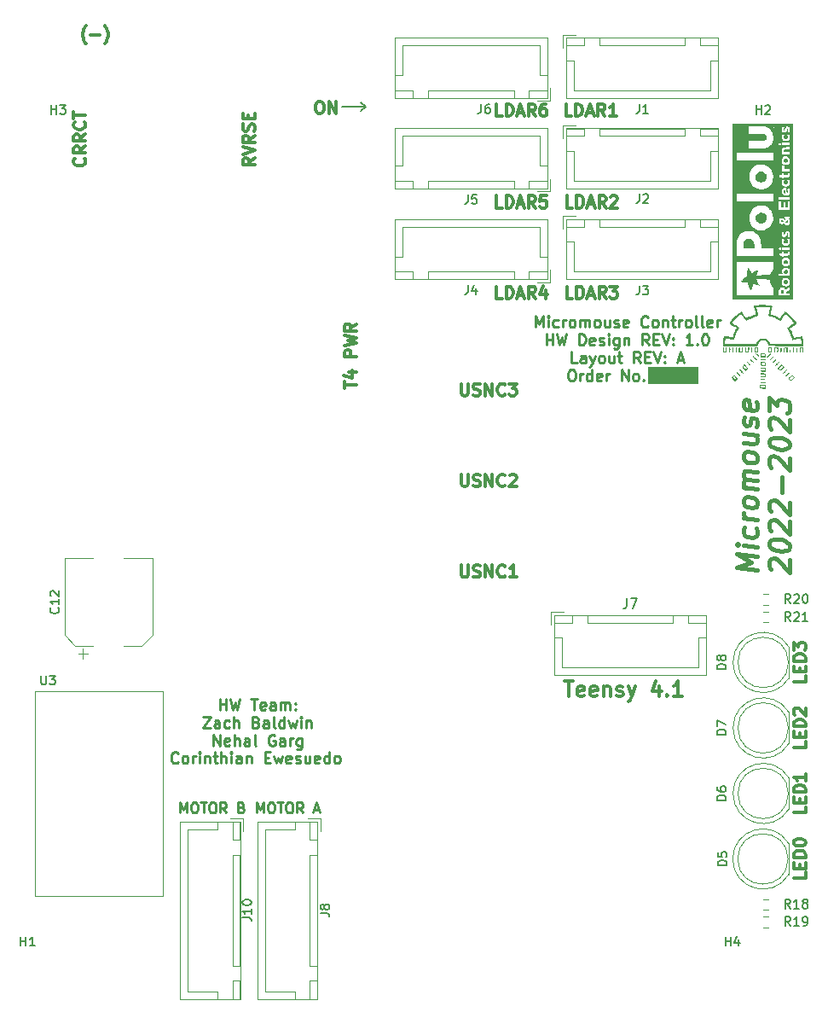
<source format=gto>
%TF.GenerationSoftware,KiCad,Pcbnew,(6.0.8)*%
%TF.CreationDate,2023-12-15T22:11:56-05:00*%
%TF.ProjectId,main_pcb,6d61696e-5f70-4636-922e-6b696361645f,rev?*%
%TF.SameCoordinates,Original*%
%TF.FileFunction,Legend,Top*%
%TF.FilePolarity,Positive*%
%FSLAX46Y46*%
G04 Gerber Fmt 4.6, Leading zero omitted, Abs format (unit mm)*
G04 Created by KiCad (PCBNEW (6.0.8)) date 2023-12-15 22:11:56*
%MOMM*%
%LPD*%
G01*
G04 APERTURE LIST*
%ADD10C,0.150000*%
%ADD11C,0.250000*%
%ADD12C,0.300000*%
%ADD13C,0.275000*%
%ADD14C,0.400000*%
%ADD15C,0.140000*%
%ADD16C,0.120000*%
G04 APERTURE END LIST*
D10*
X85550000Y-58850000D02*
X85050000Y-59250000D01*
X83150000Y-58850000D02*
X85550000Y-58850000D01*
X85050000Y-58450000D02*
X85550000Y-58850000D01*
D11*
X67107142Y-128902380D02*
X67107142Y-127902380D01*
X67440476Y-128616666D01*
X67773809Y-127902380D01*
X67773809Y-128902380D01*
X68440476Y-127902380D02*
X68630952Y-127902380D01*
X68726190Y-127950000D01*
X68821428Y-128045238D01*
X68869047Y-128235714D01*
X68869047Y-128569047D01*
X68821428Y-128759523D01*
X68726190Y-128854761D01*
X68630952Y-128902380D01*
X68440476Y-128902380D01*
X68345238Y-128854761D01*
X68250000Y-128759523D01*
X68202380Y-128569047D01*
X68202380Y-128235714D01*
X68250000Y-128045238D01*
X68345238Y-127950000D01*
X68440476Y-127902380D01*
X69154761Y-127902380D02*
X69726190Y-127902380D01*
X69440476Y-128902380D02*
X69440476Y-127902380D01*
X70250000Y-127902380D02*
X70440476Y-127902380D01*
X70535714Y-127950000D01*
X70630952Y-128045238D01*
X70678571Y-128235714D01*
X70678571Y-128569047D01*
X70630952Y-128759523D01*
X70535714Y-128854761D01*
X70440476Y-128902380D01*
X70250000Y-128902380D01*
X70154761Y-128854761D01*
X70059523Y-128759523D01*
X70011904Y-128569047D01*
X70011904Y-128235714D01*
X70059523Y-128045238D01*
X70154761Y-127950000D01*
X70250000Y-127902380D01*
X71678571Y-128902380D02*
X71345238Y-128426190D01*
X71107142Y-128902380D02*
X71107142Y-127902380D01*
X71488095Y-127902380D01*
X71583333Y-127950000D01*
X71630952Y-127997619D01*
X71678571Y-128092857D01*
X71678571Y-128235714D01*
X71630952Y-128330952D01*
X71583333Y-128378571D01*
X71488095Y-128426190D01*
X71107142Y-128426190D01*
X73202380Y-128378571D02*
X73345238Y-128426190D01*
X73392857Y-128473809D01*
X73440476Y-128569047D01*
X73440476Y-128711904D01*
X73392857Y-128807142D01*
X73345238Y-128854761D01*
X73250000Y-128902380D01*
X72869047Y-128902380D01*
X72869047Y-127902380D01*
X73202380Y-127902380D01*
X73297619Y-127950000D01*
X73345238Y-127997619D01*
X73392857Y-128092857D01*
X73392857Y-128188095D01*
X73345238Y-128283333D01*
X73297619Y-128330952D01*
X73202380Y-128378571D01*
X72869047Y-128378571D01*
D12*
X57628571Y-63985714D02*
X57685714Y-64042857D01*
X57742857Y-64214285D01*
X57742857Y-64328571D01*
X57685714Y-64500000D01*
X57571428Y-64614285D01*
X57457142Y-64671428D01*
X57228571Y-64728571D01*
X57057142Y-64728571D01*
X56828571Y-64671428D01*
X56714285Y-64614285D01*
X56600000Y-64500000D01*
X56542857Y-64328571D01*
X56542857Y-64214285D01*
X56600000Y-64042857D01*
X56657142Y-63985714D01*
X57742857Y-62785714D02*
X57171428Y-63185714D01*
X57742857Y-63471428D02*
X56542857Y-63471428D01*
X56542857Y-63014285D01*
X56600000Y-62900000D01*
X56657142Y-62842857D01*
X56771428Y-62785714D01*
X56942857Y-62785714D01*
X57057142Y-62842857D01*
X57114285Y-62900000D01*
X57171428Y-63014285D01*
X57171428Y-63471428D01*
X57742857Y-61585714D02*
X57171428Y-61985714D01*
X57742857Y-62271428D02*
X56542857Y-62271428D01*
X56542857Y-61814285D01*
X56600000Y-61700000D01*
X56657142Y-61642857D01*
X56771428Y-61585714D01*
X56942857Y-61585714D01*
X57057142Y-61642857D01*
X57114285Y-61700000D01*
X57171428Y-61814285D01*
X57171428Y-62271428D01*
X57628571Y-60385714D02*
X57685714Y-60442857D01*
X57742857Y-60614285D01*
X57742857Y-60728571D01*
X57685714Y-60900000D01*
X57571428Y-61014285D01*
X57457142Y-61071428D01*
X57228571Y-61128571D01*
X57057142Y-61128571D01*
X56828571Y-61071428D01*
X56714285Y-61014285D01*
X56600000Y-60900000D01*
X56542857Y-60728571D01*
X56542857Y-60614285D01*
X56600000Y-60442857D01*
X56657142Y-60385714D01*
X56542857Y-60042857D02*
X56542857Y-59357142D01*
X57742857Y-59700000D02*
X56542857Y-59700000D01*
X129242857Y-134842857D02*
X129242857Y-135414285D01*
X128042857Y-135414285D01*
X128614285Y-134442857D02*
X128614285Y-134042857D01*
X129242857Y-133871428D02*
X129242857Y-134442857D01*
X128042857Y-134442857D01*
X128042857Y-133871428D01*
X129242857Y-133357142D02*
X128042857Y-133357142D01*
X128042857Y-133071428D01*
X128100000Y-132900000D01*
X128214285Y-132785714D01*
X128328571Y-132728571D01*
X128557142Y-132671428D01*
X128728571Y-132671428D01*
X128957142Y-132728571D01*
X129071428Y-132785714D01*
X129185714Y-132900000D01*
X129242857Y-133071428D01*
X129242857Y-133357142D01*
X128042857Y-131928571D02*
X128042857Y-131814285D01*
X128100000Y-131700000D01*
X128157142Y-131642857D01*
X128271428Y-131585714D01*
X128500000Y-131528571D01*
X128785714Y-131528571D01*
X129014285Y-131585714D01*
X129128571Y-131642857D01*
X129185714Y-131700000D01*
X129242857Y-131814285D01*
X129242857Y-131928571D01*
X129185714Y-132042857D01*
X129128571Y-132100000D01*
X129014285Y-132157142D01*
X128785714Y-132214285D01*
X128500000Y-132214285D01*
X128271428Y-132157142D01*
X128157142Y-132100000D01*
X128100000Y-132042857D01*
X128042857Y-131928571D01*
X105271428Y-115878571D02*
X106128571Y-115878571D01*
X105700000Y-117378571D02*
X105700000Y-115878571D01*
X107200000Y-117307142D02*
X107057142Y-117378571D01*
X106771428Y-117378571D01*
X106628571Y-117307142D01*
X106557142Y-117164285D01*
X106557142Y-116592857D01*
X106628571Y-116450000D01*
X106771428Y-116378571D01*
X107057142Y-116378571D01*
X107200000Y-116450000D01*
X107271428Y-116592857D01*
X107271428Y-116735714D01*
X106557142Y-116878571D01*
X108485714Y-117307142D02*
X108342857Y-117378571D01*
X108057142Y-117378571D01*
X107914285Y-117307142D01*
X107842857Y-117164285D01*
X107842857Y-116592857D01*
X107914285Y-116450000D01*
X108057142Y-116378571D01*
X108342857Y-116378571D01*
X108485714Y-116450000D01*
X108557142Y-116592857D01*
X108557142Y-116735714D01*
X107842857Y-116878571D01*
X109200000Y-116378571D02*
X109200000Y-117378571D01*
X109200000Y-116521428D02*
X109271428Y-116450000D01*
X109414285Y-116378571D01*
X109628571Y-116378571D01*
X109771428Y-116450000D01*
X109842857Y-116592857D01*
X109842857Y-117378571D01*
X110485714Y-117307142D02*
X110628571Y-117378571D01*
X110914285Y-117378571D01*
X111057142Y-117307142D01*
X111128571Y-117164285D01*
X111128571Y-117092857D01*
X111057142Y-116950000D01*
X110914285Y-116878571D01*
X110700000Y-116878571D01*
X110557142Y-116807142D01*
X110485714Y-116664285D01*
X110485714Y-116592857D01*
X110557142Y-116450000D01*
X110700000Y-116378571D01*
X110914285Y-116378571D01*
X111057142Y-116450000D01*
X111628571Y-116378571D02*
X111985714Y-117378571D01*
X112342857Y-116378571D02*
X111985714Y-117378571D01*
X111842857Y-117735714D01*
X111771428Y-117807142D01*
X111628571Y-117878571D01*
X114700000Y-116378571D02*
X114700000Y-117378571D01*
X114342857Y-115807142D02*
X113985714Y-116878571D01*
X114914285Y-116878571D01*
X115485714Y-117235714D02*
X115557142Y-117307142D01*
X115485714Y-117378571D01*
X115414285Y-117307142D01*
X115485714Y-117235714D01*
X115485714Y-117378571D01*
X116985714Y-117378571D02*
X116128571Y-117378571D01*
X116557142Y-117378571D02*
X116557142Y-115878571D01*
X116414285Y-116092857D01*
X116271428Y-116235714D01*
X116128571Y-116307142D01*
X99085714Y-68892857D02*
X98514285Y-68892857D01*
X98514285Y-67692857D01*
X99485714Y-68892857D02*
X99485714Y-67692857D01*
X99771428Y-67692857D01*
X99942857Y-67750000D01*
X100057142Y-67864285D01*
X100114285Y-67978571D01*
X100171428Y-68207142D01*
X100171428Y-68378571D01*
X100114285Y-68607142D01*
X100057142Y-68721428D01*
X99942857Y-68835714D01*
X99771428Y-68892857D01*
X99485714Y-68892857D01*
X100628571Y-68550000D02*
X101200000Y-68550000D01*
X100514285Y-68892857D02*
X100914285Y-67692857D01*
X101314285Y-68892857D01*
X102400000Y-68892857D02*
X102000000Y-68321428D01*
X101714285Y-68892857D02*
X101714285Y-67692857D01*
X102171428Y-67692857D01*
X102285714Y-67750000D01*
X102342857Y-67807142D01*
X102400000Y-67921428D01*
X102400000Y-68092857D01*
X102342857Y-68207142D01*
X102285714Y-68264285D01*
X102171428Y-68321428D01*
X101714285Y-68321428D01*
X103485714Y-67692857D02*
X102914285Y-67692857D01*
X102857142Y-68264285D01*
X102914285Y-68207142D01*
X103028571Y-68150000D01*
X103314285Y-68150000D01*
X103428571Y-68207142D01*
X103485714Y-68264285D01*
X103542857Y-68378571D01*
X103542857Y-68664285D01*
X103485714Y-68778571D01*
X103428571Y-68835714D01*
X103314285Y-68892857D01*
X103028571Y-68892857D01*
X102914285Y-68835714D01*
X102857142Y-68778571D01*
X95035714Y-104342857D02*
X95035714Y-105314285D01*
X95092857Y-105428571D01*
X95150000Y-105485714D01*
X95264285Y-105542857D01*
X95492857Y-105542857D01*
X95607142Y-105485714D01*
X95664285Y-105428571D01*
X95721428Y-105314285D01*
X95721428Y-104342857D01*
X96235714Y-105485714D02*
X96407142Y-105542857D01*
X96692857Y-105542857D01*
X96807142Y-105485714D01*
X96864285Y-105428571D01*
X96921428Y-105314285D01*
X96921428Y-105200000D01*
X96864285Y-105085714D01*
X96807142Y-105028571D01*
X96692857Y-104971428D01*
X96464285Y-104914285D01*
X96350000Y-104857142D01*
X96292857Y-104800000D01*
X96235714Y-104685714D01*
X96235714Y-104571428D01*
X96292857Y-104457142D01*
X96350000Y-104400000D01*
X96464285Y-104342857D01*
X96750000Y-104342857D01*
X96921428Y-104400000D01*
X97435714Y-105542857D02*
X97435714Y-104342857D01*
X98121428Y-105542857D01*
X98121428Y-104342857D01*
X99378571Y-105428571D02*
X99321428Y-105485714D01*
X99150000Y-105542857D01*
X99035714Y-105542857D01*
X98864285Y-105485714D01*
X98750000Y-105371428D01*
X98692857Y-105257142D01*
X98635714Y-105028571D01*
X98635714Y-104857142D01*
X98692857Y-104628571D01*
X98750000Y-104514285D01*
X98864285Y-104400000D01*
X99035714Y-104342857D01*
X99150000Y-104342857D01*
X99321428Y-104400000D01*
X99378571Y-104457142D01*
X100521428Y-105542857D02*
X99835714Y-105542857D01*
X100178571Y-105542857D02*
X100178571Y-104342857D01*
X100064285Y-104514285D01*
X99950000Y-104628571D01*
X99835714Y-104685714D01*
D13*
X71054761Y-118726619D02*
X71054761Y-117626619D01*
X71054761Y-118150428D02*
X71683333Y-118150428D01*
X71683333Y-118726619D02*
X71683333Y-117626619D01*
X72102380Y-117626619D02*
X72364285Y-118726619D01*
X72573809Y-117940904D01*
X72783333Y-118726619D01*
X73045238Y-117626619D01*
X74145238Y-117626619D02*
X74773809Y-117626619D01*
X74459523Y-118726619D02*
X74459523Y-117626619D01*
X75559523Y-118674238D02*
X75454761Y-118726619D01*
X75245238Y-118726619D01*
X75140476Y-118674238D01*
X75088095Y-118569476D01*
X75088095Y-118150428D01*
X75140476Y-118045666D01*
X75245238Y-117993285D01*
X75454761Y-117993285D01*
X75559523Y-118045666D01*
X75611904Y-118150428D01*
X75611904Y-118255190D01*
X75088095Y-118359952D01*
X76554761Y-118726619D02*
X76554761Y-118150428D01*
X76502380Y-118045666D01*
X76397619Y-117993285D01*
X76188095Y-117993285D01*
X76083333Y-118045666D01*
X76554761Y-118674238D02*
X76450000Y-118726619D01*
X76188095Y-118726619D01*
X76083333Y-118674238D01*
X76030952Y-118569476D01*
X76030952Y-118464714D01*
X76083333Y-118359952D01*
X76188095Y-118307571D01*
X76450000Y-118307571D01*
X76554761Y-118255190D01*
X77078571Y-118726619D02*
X77078571Y-117993285D01*
X77078571Y-118098047D02*
X77130952Y-118045666D01*
X77235714Y-117993285D01*
X77392857Y-117993285D01*
X77497619Y-118045666D01*
X77550000Y-118150428D01*
X77550000Y-118726619D01*
X77550000Y-118150428D02*
X77602380Y-118045666D01*
X77707142Y-117993285D01*
X77864285Y-117993285D01*
X77969047Y-118045666D01*
X78021428Y-118150428D01*
X78021428Y-118726619D01*
X78545238Y-118621857D02*
X78597619Y-118674238D01*
X78545238Y-118726619D01*
X78492857Y-118674238D01*
X78545238Y-118621857D01*
X78545238Y-118726619D01*
X78545238Y-118045666D02*
X78597619Y-118098047D01*
X78545238Y-118150428D01*
X78492857Y-118098047D01*
X78545238Y-118045666D01*
X78545238Y-118150428D01*
X69378571Y-119397619D02*
X70111904Y-119397619D01*
X69378571Y-120497619D01*
X70111904Y-120497619D01*
X71002380Y-120497619D02*
X71002380Y-119921428D01*
X70950000Y-119816666D01*
X70845238Y-119764285D01*
X70635714Y-119764285D01*
X70530952Y-119816666D01*
X71002380Y-120445238D02*
X70897619Y-120497619D01*
X70635714Y-120497619D01*
X70530952Y-120445238D01*
X70478571Y-120340476D01*
X70478571Y-120235714D01*
X70530952Y-120130952D01*
X70635714Y-120078571D01*
X70897619Y-120078571D01*
X71002380Y-120026190D01*
X71997619Y-120445238D02*
X71892857Y-120497619D01*
X71683333Y-120497619D01*
X71578571Y-120445238D01*
X71526190Y-120392857D01*
X71473809Y-120288095D01*
X71473809Y-119973809D01*
X71526190Y-119869047D01*
X71578571Y-119816666D01*
X71683333Y-119764285D01*
X71892857Y-119764285D01*
X71997619Y-119816666D01*
X72469047Y-120497619D02*
X72469047Y-119397619D01*
X72940476Y-120497619D02*
X72940476Y-119921428D01*
X72888095Y-119816666D01*
X72783333Y-119764285D01*
X72626190Y-119764285D01*
X72521428Y-119816666D01*
X72469047Y-119869047D01*
X74669047Y-119921428D02*
X74826190Y-119973809D01*
X74878571Y-120026190D01*
X74930952Y-120130952D01*
X74930952Y-120288095D01*
X74878571Y-120392857D01*
X74826190Y-120445238D01*
X74721428Y-120497619D01*
X74302380Y-120497619D01*
X74302380Y-119397619D01*
X74669047Y-119397619D01*
X74773809Y-119450000D01*
X74826190Y-119502380D01*
X74878571Y-119607142D01*
X74878571Y-119711904D01*
X74826190Y-119816666D01*
X74773809Y-119869047D01*
X74669047Y-119921428D01*
X74302380Y-119921428D01*
X75873809Y-120497619D02*
X75873809Y-119921428D01*
X75821428Y-119816666D01*
X75716666Y-119764285D01*
X75507142Y-119764285D01*
X75402380Y-119816666D01*
X75873809Y-120445238D02*
X75769047Y-120497619D01*
X75507142Y-120497619D01*
X75402380Y-120445238D01*
X75350000Y-120340476D01*
X75350000Y-120235714D01*
X75402380Y-120130952D01*
X75507142Y-120078571D01*
X75769047Y-120078571D01*
X75873809Y-120026190D01*
X76554761Y-120497619D02*
X76450000Y-120445238D01*
X76397619Y-120340476D01*
X76397619Y-119397619D01*
X77445238Y-120497619D02*
X77445238Y-119397619D01*
X77445238Y-120445238D02*
X77340476Y-120497619D01*
X77130952Y-120497619D01*
X77026190Y-120445238D01*
X76973809Y-120392857D01*
X76921428Y-120288095D01*
X76921428Y-119973809D01*
X76973809Y-119869047D01*
X77026190Y-119816666D01*
X77130952Y-119764285D01*
X77340476Y-119764285D01*
X77445238Y-119816666D01*
X77864285Y-119764285D02*
X78073809Y-120497619D01*
X78283333Y-119973809D01*
X78492857Y-120497619D01*
X78702380Y-119764285D01*
X79121428Y-120497619D02*
X79121428Y-119764285D01*
X79121428Y-119397619D02*
X79069047Y-119450000D01*
X79121428Y-119502380D01*
X79173809Y-119450000D01*
X79121428Y-119397619D01*
X79121428Y-119502380D01*
X79645238Y-119764285D02*
X79645238Y-120497619D01*
X79645238Y-119869047D02*
X79697619Y-119816666D01*
X79802380Y-119764285D01*
X79959523Y-119764285D01*
X80064285Y-119816666D01*
X80116666Y-119921428D01*
X80116666Y-120497619D01*
X70426190Y-122268619D02*
X70426190Y-121168619D01*
X71054761Y-122268619D01*
X71054761Y-121168619D01*
X71997619Y-122216238D02*
X71892857Y-122268619D01*
X71683333Y-122268619D01*
X71578571Y-122216238D01*
X71526190Y-122111476D01*
X71526190Y-121692428D01*
X71578571Y-121587666D01*
X71683333Y-121535285D01*
X71892857Y-121535285D01*
X71997619Y-121587666D01*
X72050000Y-121692428D01*
X72050000Y-121797190D01*
X71526190Y-121901952D01*
X72521428Y-122268619D02*
X72521428Y-121168619D01*
X72992857Y-122268619D02*
X72992857Y-121692428D01*
X72940476Y-121587666D01*
X72835714Y-121535285D01*
X72678571Y-121535285D01*
X72573809Y-121587666D01*
X72521428Y-121640047D01*
X73988095Y-122268619D02*
X73988095Y-121692428D01*
X73935714Y-121587666D01*
X73830952Y-121535285D01*
X73621428Y-121535285D01*
X73516666Y-121587666D01*
X73988095Y-122216238D02*
X73883333Y-122268619D01*
X73621428Y-122268619D01*
X73516666Y-122216238D01*
X73464285Y-122111476D01*
X73464285Y-122006714D01*
X73516666Y-121901952D01*
X73621428Y-121849571D01*
X73883333Y-121849571D01*
X73988095Y-121797190D01*
X74669047Y-122268619D02*
X74564285Y-122216238D01*
X74511904Y-122111476D01*
X74511904Y-121168619D01*
X76502380Y-121221000D02*
X76397619Y-121168619D01*
X76240476Y-121168619D01*
X76083333Y-121221000D01*
X75978571Y-121325761D01*
X75926190Y-121430523D01*
X75873809Y-121640047D01*
X75873809Y-121797190D01*
X75926190Y-122006714D01*
X75978571Y-122111476D01*
X76083333Y-122216238D01*
X76240476Y-122268619D01*
X76345238Y-122268619D01*
X76502380Y-122216238D01*
X76554761Y-122163857D01*
X76554761Y-121797190D01*
X76345238Y-121797190D01*
X77497619Y-122268619D02*
X77497619Y-121692428D01*
X77445238Y-121587666D01*
X77340476Y-121535285D01*
X77130952Y-121535285D01*
X77026190Y-121587666D01*
X77497619Y-122216238D02*
X77392857Y-122268619D01*
X77130952Y-122268619D01*
X77026190Y-122216238D01*
X76973809Y-122111476D01*
X76973809Y-122006714D01*
X77026190Y-121901952D01*
X77130952Y-121849571D01*
X77392857Y-121849571D01*
X77497619Y-121797190D01*
X78021428Y-122268619D02*
X78021428Y-121535285D01*
X78021428Y-121744809D02*
X78073809Y-121640047D01*
X78126190Y-121587666D01*
X78230952Y-121535285D01*
X78335714Y-121535285D01*
X79173809Y-121535285D02*
X79173809Y-122425761D01*
X79121428Y-122530523D01*
X79069047Y-122582904D01*
X78964285Y-122635285D01*
X78807142Y-122635285D01*
X78702380Y-122582904D01*
X79173809Y-122216238D02*
X79069047Y-122268619D01*
X78859523Y-122268619D01*
X78754761Y-122216238D01*
X78702380Y-122163857D01*
X78650000Y-122059095D01*
X78650000Y-121744809D01*
X78702380Y-121640047D01*
X78754761Y-121587666D01*
X78859523Y-121535285D01*
X79069047Y-121535285D01*
X79173809Y-121587666D01*
D12*
X80857142Y-58342857D02*
X81085714Y-58342857D01*
X81200000Y-58400000D01*
X81314285Y-58514285D01*
X81371428Y-58742857D01*
X81371428Y-59142857D01*
X81314285Y-59371428D01*
X81200000Y-59485714D01*
X81085714Y-59542857D01*
X80857142Y-59542857D01*
X80742857Y-59485714D01*
X80628571Y-59371428D01*
X80571428Y-59142857D01*
X80571428Y-58742857D01*
X80628571Y-58514285D01*
X80742857Y-58400000D01*
X80857142Y-58342857D01*
X81885714Y-59542857D02*
X81885714Y-58342857D01*
X82571428Y-59542857D01*
X82571428Y-58342857D01*
D13*
X66900000Y-123892857D02*
X66847619Y-123945238D01*
X66690476Y-123997619D01*
X66585714Y-123997619D01*
X66428571Y-123945238D01*
X66323809Y-123840476D01*
X66271428Y-123735714D01*
X66219047Y-123526190D01*
X66219047Y-123369047D01*
X66271428Y-123159523D01*
X66323809Y-123054761D01*
X66428571Y-122950000D01*
X66585714Y-122897619D01*
X66690476Y-122897619D01*
X66847619Y-122950000D01*
X66900000Y-123002380D01*
X67528571Y-123997619D02*
X67423809Y-123945238D01*
X67371428Y-123892857D01*
X67319047Y-123788095D01*
X67319047Y-123473809D01*
X67371428Y-123369047D01*
X67423809Y-123316666D01*
X67528571Y-123264285D01*
X67685714Y-123264285D01*
X67790476Y-123316666D01*
X67842857Y-123369047D01*
X67895238Y-123473809D01*
X67895238Y-123788095D01*
X67842857Y-123892857D01*
X67790476Y-123945238D01*
X67685714Y-123997619D01*
X67528571Y-123997619D01*
X68366666Y-123997619D02*
X68366666Y-123264285D01*
X68366666Y-123473809D02*
X68419047Y-123369047D01*
X68471428Y-123316666D01*
X68576190Y-123264285D01*
X68680952Y-123264285D01*
X69047619Y-123997619D02*
X69047619Y-123264285D01*
X69047619Y-122897619D02*
X68995238Y-122950000D01*
X69047619Y-123002380D01*
X69100000Y-122950000D01*
X69047619Y-122897619D01*
X69047619Y-123002380D01*
X69571428Y-123264285D02*
X69571428Y-123997619D01*
X69571428Y-123369047D02*
X69623809Y-123316666D01*
X69728571Y-123264285D01*
X69885714Y-123264285D01*
X69990476Y-123316666D01*
X70042857Y-123421428D01*
X70042857Y-123997619D01*
X70409523Y-123264285D02*
X70828571Y-123264285D01*
X70566666Y-122897619D02*
X70566666Y-123840476D01*
X70619047Y-123945238D01*
X70723809Y-123997619D01*
X70828571Y-123997619D01*
X71195238Y-123997619D02*
X71195238Y-122897619D01*
X71666666Y-123997619D02*
X71666666Y-123421428D01*
X71614285Y-123316666D01*
X71509523Y-123264285D01*
X71352380Y-123264285D01*
X71247619Y-123316666D01*
X71195238Y-123369047D01*
X72190476Y-123997619D02*
X72190476Y-123264285D01*
X72190476Y-122897619D02*
X72138095Y-122950000D01*
X72190476Y-123002380D01*
X72242857Y-122950000D01*
X72190476Y-122897619D01*
X72190476Y-123002380D01*
X73185714Y-123997619D02*
X73185714Y-123421428D01*
X73133333Y-123316666D01*
X73028571Y-123264285D01*
X72819047Y-123264285D01*
X72714285Y-123316666D01*
X73185714Y-123945238D02*
X73080952Y-123997619D01*
X72819047Y-123997619D01*
X72714285Y-123945238D01*
X72661904Y-123840476D01*
X72661904Y-123735714D01*
X72714285Y-123630952D01*
X72819047Y-123578571D01*
X73080952Y-123578571D01*
X73185714Y-123526190D01*
X73709523Y-123264285D02*
X73709523Y-123997619D01*
X73709523Y-123369047D02*
X73761904Y-123316666D01*
X73866666Y-123264285D01*
X74023809Y-123264285D01*
X74128571Y-123316666D01*
X74180952Y-123421428D01*
X74180952Y-123997619D01*
X75542857Y-123421428D02*
X75909523Y-123421428D01*
X76066666Y-123997619D02*
X75542857Y-123997619D01*
X75542857Y-122897619D01*
X76066666Y-122897619D01*
X76433333Y-123264285D02*
X76642857Y-123997619D01*
X76852380Y-123473809D01*
X77061904Y-123997619D01*
X77271428Y-123264285D01*
X78109523Y-123945238D02*
X78004761Y-123997619D01*
X77795238Y-123997619D01*
X77690476Y-123945238D01*
X77638095Y-123840476D01*
X77638095Y-123421428D01*
X77690476Y-123316666D01*
X77795238Y-123264285D01*
X78004761Y-123264285D01*
X78109523Y-123316666D01*
X78161904Y-123421428D01*
X78161904Y-123526190D01*
X77638095Y-123630952D01*
X78580952Y-123945238D02*
X78685714Y-123997619D01*
X78895238Y-123997619D01*
X79000000Y-123945238D01*
X79052380Y-123840476D01*
X79052380Y-123788095D01*
X79000000Y-123683333D01*
X78895238Y-123630952D01*
X78738095Y-123630952D01*
X78633333Y-123578571D01*
X78580952Y-123473809D01*
X78580952Y-123421428D01*
X78633333Y-123316666D01*
X78738095Y-123264285D01*
X78895238Y-123264285D01*
X79000000Y-123316666D01*
X79995238Y-123264285D02*
X79995238Y-123997619D01*
X79523809Y-123264285D02*
X79523809Y-123840476D01*
X79576190Y-123945238D01*
X79680952Y-123997619D01*
X79838095Y-123997619D01*
X79942857Y-123945238D01*
X79995238Y-123892857D01*
X80938095Y-123945238D02*
X80833333Y-123997619D01*
X80623809Y-123997619D01*
X80519047Y-123945238D01*
X80466666Y-123840476D01*
X80466666Y-123421428D01*
X80519047Y-123316666D01*
X80623809Y-123264285D01*
X80833333Y-123264285D01*
X80938095Y-123316666D01*
X80990476Y-123421428D01*
X80990476Y-123526190D01*
X80466666Y-123630952D01*
X81933333Y-123997619D02*
X81933333Y-122897619D01*
X81933333Y-123945238D02*
X81828571Y-123997619D01*
X81619047Y-123997619D01*
X81514285Y-123945238D01*
X81461904Y-123892857D01*
X81409523Y-123788095D01*
X81409523Y-123473809D01*
X81461904Y-123369047D01*
X81514285Y-123316666D01*
X81619047Y-123264285D01*
X81828571Y-123264285D01*
X81933333Y-123316666D01*
X82614285Y-123997619D02*
X82509523Y-123945238D01*
X82457142Y-123892857D01*
X82404761Y-123788095D01*
X82404761Y-123473809D01*
X82457142Y-123369047D01*
X82509523Y-123316666D01*
X82614285Y-123264285D01*
X82771428Y-123264285D01*
X82876190Y-123316666D01*
X82928571Y-123369047D01*
X82980952Y-123473809D01*
X82980952Y-123788095D01*
X82928571Y-123892857D01*
X82876190Y-123945238D01*
X82771428Y-123997619D01*
X82614285Y-123997619D01*
X102411904Y-80741119D02*
X102411904Y-79641119D01*
X102778571Y-80426833D01*
X103145238Y-79641119D01*
X103145238Y-80741119D01*
X103669047Y-80741119D02*
X103669047Y-80007785D01*
X103669047Y-79641119D02*
X103616666Y-79693500D01*
X103669047Y-79745880D01*
X103721428Y-79693500D01*
X103669047Y-79641119D01*
X103669047Y-79745880D01*
X104664285Y-80688738D02*
X104559523Y-80741119D01*
X104350000Y-80741119D01*
X104245238Y-80688738D01*
X104192857Y-80636357D01*
X104140476Y-80531595D01*
X104140476Y-80217309D01*
X104192857Y-80112547D01*
X104245238Y-80060166D01*
X104350000Y-80007785D01*
X104559523Y-80007785D01*
X104664285Y-80060166D01*
X105135714Y-80741119D02*
X105135714Y-80007785D01*
X105135714Y-80217309D02*
X105188095Y-80112547D01*
X105240476Y-80060166D01*
X105345238Y-80007785D01*
X105450000Y-80007785D01*
X105973809Y-80741119D02*
X105869047Y-80688738D01*
X105816666Y-80636357D01*
X105764285Y-80531595D01*
X105764285Y-80217309D01*
X105816666Y-80112547D01*
X105869047Y-80060166D01*
X105973809Y-80007785D01*
X106130952Y-80007785D01*
X106235714Y-80060166D01*
X106288095Y-80112547D01*
X106340476Y-80217309D01*
X106340476Y-80531595D01*
X106288095Y-80636357D01*
X106235714Y-80688738D01*
X106130952Y-80741119D01*
X105973809Y-80741119D01*
X106811904Y-80741119D02*
X106811904Y-80007785D01*
X106811904Y-80112547D02*
X106864285Y-80060166D01*
X106969047Y-80007785D01*
X107126190Y-80007785D01*
X107230952Y-80060166D01*
X107283333Y-80164928D01*
X107283333Y-80741119D01*
X107283333Y-80164928D02*
X107335714Y-80060166D01*
X107440476Y-80007785D01*
X107597619Y-80007785D01*
X107702380Y-80060166D01*
X107754761Y-80164928D01*
X107754761Y-80741119D01*
X108435714Y-80741119D02*
X108330952Y-80688738D01*
X108278571Y-80636357D01*
X108226190Y-80531595D01*
X108226190Y-80217309D01*
X108278571Y-80112547D01*
X108330952Y-80060166D01*
X108435714Y-80007785D01*
X108592857Y-80007785D01*
X108697619Y-80060166D01*
X108750000Y-80112547D01*
X108802380Y-80217309D01*
X108802380Y-80531595D01*
X108750000Y-80636357D01*
X108697619Y-80688738D01*
X108592857Y-80741119D01*
X108435714Y-80741119D01*
X109745238Y-80007785D02*
X109745238Y-80741119D01*
X109273809Y-80007785D02*
X109273809Y-80583976D01*
X109326190Y-80688738D01*
X109430952Y-80741119D01*
X109588095Y-80741119D01*
X109692857Y-80688738D01*
X109745238Y-80636357D01*
X110216666Y-80688738D02*
X110321428Y-80741119D01*
X110530952Y-80741119D01*
X110635714Y-80688738D01*
X110688095Y-80583976D01*
X110688095Y-80531595D01*
X110635714Y-80426833D01*
X110530952Y-80374452D01*
X110373809Y-80374452D01*
X110269047Y-80322071D01*
X110216666Y-80217309D01*
X110216666Y-80164928D01*
X110269047Y-80060166D01*
X110373809Y-80007785D01*
X110530952Y-80007785D01*
X110635714Y-80060166D01*
X111578571Y-80688738D02*
X111473809Y-80741119D01*
X111264285Y-80741119D01*
X111159523Y-80688738D01*
X111107142Y-80583976D01*
X111107142Y-80164928D01*
X111159523Y-80060166D01*
X111264285Y-80007785D01*
X111473809Y-80007785D01*
X111578571Y-80060166D01*
X111630952Y-80164928D01*
X111630952Y-80269690D01*
X111107142Y-80374452D01*
X113569047Y-80636357D02*
X113516666Y-80688738D01*
X113359523Y-80741119D01*
X113254761Y-80741119D01*
X113097619Y-80688738D01*
X112992857Y-80583976D01*
X112940476Y-80479214D01*
X112888095Y-80269690D01*
X112888095Y-80112547D01*
X112940476Y-79903023D01*
X112992857Y-79798261D01*
X113097619Y-79693500D01*
X113254761Y-79641119D01*
X113359523Y-79641119D01*
X113516666Y-79693500D01*
X113569047Y-79745880D01*
X114197619Y-80741119D02*
X114092857Y-80688738D01*
X114040476Y-80636357D01*
X113988095Y-80531595D01*
X113988095Y-80217309D01*
X114040476Y-80112547D01*
X114092857Y-80060166D01*
X114197619Y-80007785D01*
X114354761Y-80007785D01*
X114459523Y-80060166D01*
X114511904Y-80112547D01*
X114564285Y-80217309D01*
X114564285Y-80531595D01*
X114511904Y-80636357D01*
X114459523Y-80688738D01*
X114354761Y-80741119D01*
X114197619Y-80741119D01*
X115035714Y-80007785D02*
X115035714Y-80741119D01*
X115035714Y-80112547D02*
X115088095Y-80060166D01*
X115192857Y-80007785D01*
X115350000Y-80007785D01*
X115454761Y-80060166D01*
X115507142Y-80164928D01*
X115507142Y-80741119D01*
X115873809Y-80007785D02*
X116292857Y-80007785D01*
X116030952Y-79641119D02*
X116030952Y-80583976D01*
X116083333Y-80688738D01*
X116188095Y-80741119D01*
X116292857Y-80741119D01*
X116659523Y-80741119D02*
X116659523Y-80007785D01*
X116659523Y-80217309D02*
X116711904Y-80112547D01*
X116764285Y-80060166D01*
X116869047Y-80007785D01*
X116973809Y-80007785D01*
X117497619Y-80741119D02*
X117392857Y-80688738D01*
X117340476Y-80636357D01*
X117288095Y-80531595D01*
X117288095Y-80217309D01*
X117340476Y-80112547D01*
X117392857Y-80060166D01*
X117497619Y-80007785D01*
X117654761Y-80007785D01*
X117759523Y-80060166D01*
X117811904Y-80112547D01*
X117864285Y-80217309D01*
X117864285Y-80531595D01*
X117811904Y-80636357D01*
X117759523Y-80688738D01*
X117654761Y-80741119D01*
X117497619Y-80741119D01*
X118492857Y-80741119D02*
X118388095Y-80688738D01*
X118335714Y-80583976D01*
X118335714Y-79641119D01*
X119069047Y-80741119D02*
X118964285Y-80688738D01*
X118911904Y-80583976D01*
X118911904Y-79641119D01*
X119907142Y-80688738D02*
X119802380Y-80741119D01*
X119592857Y-80741119D01*
X119488095Y-80688738D01*
X119435714Y-80583976D01*
X119435714Y-80164928D01*
X119488095Y-80060166D01*
X119592857Y-80007785D01*
X119802380Y-80007785D01*
X119907142Y-80060166D01*
X119959523Y-80164928D01*
X119959523Y-80269690D01*
X119435714Y-80374452D01*
X120430952Y-80741119D02*
X120430952Y-80007785D01*
X120430952Y-80217309D02*
X120483333Y-80112547D01*
X120535714Y-80060166D01*
X120640476Y-80007785D01*
X120745238Y-80007785D01*
X103485714Y-82512119D02*
X103485714Y-81412119D01*
X103485714Y-81935928D02*
X104114285Y-81935928D01*
X104114285Y-82512119D02*
X104114285Y-81412119D01*
X104533333Y-81412119D02*
X104795238Y-82512119D01*
X105004761Y-81726404D01*
X105214285Y-82512119D01*
X105476190Y-81412119D01*
X106733333Y-82512119D02*
X106733333Y-81412119D01*
X106995238Y-81412119D01*
X107152380Y-81464500D01*
X107257142Y-81569261D01*
X107309523Y-81674023D01*
X107361904Y-81883547D01*
X107361904Y-82040690D01*
X107309523Y-82250214D01*
X107257142Y-82354976D01*
X107152380Y-82459738D01*
X106995238Y-82512119D01*
X106733333Y-82512119D01*
X108252380Y-82459738D02*
X108147619Y-82512119D01*
X107938095Y-82512119D01*
X107833333Y-82459738D01*
X107780952Y-82354976D01*
X107780952Y-81935928D01*
X107833333Y-81831166D01*
X107938095Y-81778785D01*
X108147619Y-81778785D01*
X108252380Y-81831166D01*
X108304761Y-81935928D01*
X108304761Y-82040690D01*
X107780952Y-82145452D01*
X108723809Y-82459738D02*
X108828571Y-82512119D01*
X109038095Y-82512119D01*
X109142857Y-82459738D01*
X109195238Y-82354976D01*
X109195238Y-82302595D01*
X109142857Y-82197833D01*
X109038095Y-82145452D01*
X108880952Y-82145452D01*
X108776190Y-82093071D01*
X108723809Y-81988309D01*
X108723809Y-81935928D01*
X108776190Y-81831166D01*
X108880952Y-81778785D01*
X109038095Y-81778785D01*
X109142857Y-81831166D01*
X109666666Y-82512119D02*
X109666666Y-81778785D01*
X109666666Y-81412119D02*
X109614285Y-81464500D01*
X109666666Y-81516880D01*
X109719047Y-81464500D01*
X109666666Y-81412119D01*
X109666666Y-81516880D01*
X110661904Y-81778785D02*
X110661904Y-82669261D01*
X110609523Y-82774023D01*
X110557142Y-82826404D01*
X110452380Y-82878785D01*
X110295238Y-82878785D01*
X110190476Y-82826404D01*
X110661904Y-82459738D02*
X110557142Y-82512119D01*
X110347619Y-82512119D01*
X110242857Y-82459738D01*
X110190476Y-82407357D01*
X110138095Y-82302595D01*
X110138095Y-81988309D01*
X110190476Y-81883547D01*
X110242857Y-81831166D01*
X110347619Y-81778785D01*
X110557142Y-81778785D01*
X110661904Y-81831166D01*
X111185714Y-81778785D02*
X111185714Y-82512119D01*
X111185714Y-81883547D02*
X111238095Y-81831166D01*
X111342857Y-81778785D01*
X111500000Y-81778785D01*
X111604761Y-81831166D01*
X111657142Y-81935928D01*
X111657142Y-82512119D01*
X113647619Y-82512119D02*
X113280952Y-81988309D01*
X113019047Y-82512119D02*
X113019047Y-81412119D01*
X113438095Y-81412119D01*
X113542857Y-81464500D01*
X113595238Y-81516880D01*
X113647619Y-81621642D01*
X113647619Y-81778785D01*
X113595238Y-81883547D01*
X113542857Y-81935928D01*
X113438095Y-81988309D01*
X113019047Y-81988309D01*
X114119047Y-81935928D02*
X114485714Y-81935928D01*
X114642857Y-82512119D02*
X114119047Y-82512119D01*
X114119047Y-81412119D01*
X114642857Y-81412119D01*
X114957142Y-81412119D02*
X115323809Y-82512119D01*
X115690476Y-81412119D01*
X116057142Y-82407357D02*
X116109523Y-82459738D01*
X116057142Y-82512119D01*
X116004761Y-82459738D01*
X116057142Y-82407357D01*
X116057142Y-82512119D01*
X116057142Y-81831166D02*
X116109523Y-81883547D01*
X116057142Y-81935928D01*
X116004761Y-81883547D01*
X116057142Y-81831166D01*
X116057142Y-81935928D01*
X117995238Y-82512119D02*
X117366666Y-82512119D01*
X117680952Y-82512119D02*
X117680952Y-81412119D01*
X117576190Y-81569261D01*
X117471428Y-81674023D01*
X117366666Y-81726404D01*
X118466666Y-82407357D02*
X118519047Y-82459738D01*
X118466666Y-82512119D01*
X118414285Y-82459738D01*
X118466666Y-82407357D01*
X118466666Y-82512119D01*
X119200000Y-81412119D02*
X119304761Y-81412119D01*
X119409523Y-81464500D01*
X119461904Y-81516880D01*
X119514285Y-81621642D01*
X119566666Y-81831166D01*
X119566666Y-82093071D01*
X119514285Y-82302595D01*
X119461904Y-82407357D01*
X119409523Y-82459738D01*
X119304761Y-82512119D01*
X119200000Y-82512119D01*
X119095238Y-82459738D01*
X119042857Y-82407357D01*
X118990476Y-82302595D01*
X118938095Y-82093071D01*
X118938095Y-81831166D01*
X118990476Y-81621642D01*
X119042857Y-81516880D01*
X119095238Y-81464500D01*
X119200000Y-81412119D01*
X106523809Y-84283119D02*
X106000000Y-84283119D01*
X106000000Y-83183119D01*
X107361904Y-84283119D02*
X107361904Y-83706928D01*
X107309523Y-83602166D01*
X107204761Y-83549785D01*
X106995238Y-83549785D01*
X106890476Y-83602166D01*
X107361904Y-84230738D02*
X107257142Y-84283119D01*
X106995238Y-84283119D01*
X106890476Y-84230738D01*
X106838095Y-84125976D01*
X106838095Y-84021214D01*
X106890476Y-83916452D01*
X106995238Y-83864071D01*
X107257142Y-83864071D01*
X107361904Y-83811690D01*
X107780952Y-83549785D02*
X108042857Y-84283119D01*
X108304761Y-83549785D02*
X108042857Y-84283119D01*
X107938095Y-84545023D01*
X107885714Y-84597404D01*
X107780952Y-84649785D01*
X108880952Y-84283119D02*
X108776190Y-84230738D01*
X108723809Y-84178357D01*
X108671428Y-84073595D01*
X108671428Y-83759309D01*
X108723809Y-83654547D01*
X108776190Y-83602166D01*
X108880952Y-83549785D01*
X109038095Y-83549785D01*
X109142857Y-83602166D01*
X109195238Y-83654547D01*
X109247619Y-83759309D01*
X109247619Y-84073595D01*
X109195238Y-84178357D01*
X109142857Y-84230738D01*
X109038095Y-84283119D01*
X108880952Y-84283119D01*
X110190476Y-83549785D02*
X110190476Y-84283119D01*
X109719047Y-83549785D02*
X109719047Y-84125976D01*
X109771428Y-84230738D01*
X109876190Y-84283119D01*
X110033333Y-84283119D01*
X110138095Y-84230738D01*
X110190476Y-84178357D01*
X110557142Y-83549785D02*
X110976190Y-83549785D01*
X110714285Y-83183119D02*
X110714285Y-84125976D01*
X110766666Y-84230738D01*
X110871428Y-84283119D01*
X110976190Y-84283119D01*
X112809523Y-84283119D02*
X112442857Y-83759309D01*
X112180952Y-84283119D02*
X112180952Y-83183119D01*
X112600000Y-83183119D01*
X112704761Y-83235500D01*
X112757142Y-83287880D01*
X112809523Y-83392642D01*
X112809523Y-83549785D01*
X112757142Y-83654547D01*
X112704761Y-83706928D01*
X112600000Y-83759309D01*
X112180952Y-83759309D01*
X113280952Y-83706928D02*
X113647619Y-83706928D01*
X113804761Y-84283119D02*
X113280952Y-84283119D01*
X113280952Y-83183119D01*
X113804761Y-83183119D01*
X114119047Y-83183119D02*
X114485714Y-84283119D01*
X114852380Y-83183119D01*
X115219047Y-84178357D02*
X115271428Y-84230738D01*
X115219047Y-84283119D01*
X115166666Y-84230738D01*
X115219047Y-84178357D01*
X115219047Y-84283119D01*
X115219047Y-83602166D02*
X115271428Y-83654547D01*
X115219047Y-83706928D01*
X115166666Y-83654547D01*
X115219047Y-83602166D01*
X115219047Y-83706928D01*
X116528571Y-83968833D02*
X117052380Y-83968833D01*
X116423809Y-84283119D02*
X116790476Y-83183119D01*
X117157142Y-84283119D01*
X105895238Y-84954119D02*
X106104761Y-84954119D01*
X106209523Y-85006500D01*
X106314285Y-85111261D01*
X106366666Y-85320785D01*
X106366666Y-85687452D01*
X106314285Y-85896976D01*
X106209523Y-86001738D01*
X106104761Y-86054119D01*
X105895238Y-86054119D01*
X105790476Y-86001738D01*
X105685714Y-85896976D01*
X105633333Y-85687452D01*
X105633333Y-85320785D01*
X105685714Y-85111261D01*
X105790476Y-85006500D01*
X105895238Y-84954119D01*
X106838095Y-86054119D02*
X106838095Y-85320785D01*
X106838095Y-85530309D02*
X106890476Y-85425547D01*
X106942857Y-85373166D01*
X107047619Y-85320785D01*
X107152380Y-85320785D01*
X107990476Y-86054119D02*
X107990476Y-84954119D01*
X107990476Y-86001738D02*
X107885714Y-86054119D01*
X107676190Y-86054119D01*
X107571428Y-86001738D01*
X107519047Y-85949357D01*
X107466666Y-85844595D01*
X107466666Y-85530309D01*
X107519047Y-85425547D01*
X107571428Y-85373166D01*
X107676190Y-85320785D01*
X107885714Y-85320785D01*
X107990476Y-85373166D01*
X108933333Y-86001738D02*
X108828571Y-86054119D01*
X108619047Y-86054119D01*
X108514285Y-86001738D01*
X108461904Y-85896976D01*
X108461904Y-85477928D01*
X108514285Y-85373166D01*
X108619047Y-85320785D01*
X108828571Y-85320785D01*
X108933333Y-85373166D01*
X108985714Y-85477928D01*
X108985714Y-85582690D01*
X108461904Y-85687452D01*
X109457142Y-86054119D02*
X109457142Y-85320785D01*
X109457142Y-85530309D02*
X109509523Y-85425547D01*
X109561904Y-85373166D01*
X109666666Y-85320785D01*
X109771428Y-85320785D01*
X110976190Y-86054119D02*
X110976190Y-84954119D01*
X111604761Y-86054119D01*
X111604761Y-84954119D01*
X112285714Y-86054119D02*
X112180952Y-86001738D01*
X112128571Y-85949357D01*
X112076190Y-85844595D01*
X112076190Y-85530309D01*
X112128571Y-85425547D01*
X112180952Y-85373166D01*
X112285714Y-85320785D01*
X112442857Y-85320785D01*
X112547619Y-85373166D01*
X112600000Y-85425547D01*
X112652380Y-85530309D01*
X112652380Y-85844595D01*
X112600000Y-85949357D01*
X112547619Y-86001738D01*
X112442857Y-86054119D01*
X112285714Y-86054119D01*
X113123809Y-85949357D02*
X113176190Y-86001738D01*
X113123809Y-86054119D01*
X113071428Y-86001738D01*
X113123809Y-85949357D01*
X113123809Y-86054119D01*
D12*
X59614285Y-50800000D02*
X59671428Y-50857142D01*
X59785714Y-51028571D01*
X59842857Y-51142857D01*
X59900000Y-51314285D01*
X59957142Y-51600000D01*
X59957142Y-51828571D01*
X59900000Y-52114285D01*
X59842857Y-52285714D01*
X59785714Y-52400000D01*
X59671428Y-52571428D01*
X59614285Y-52628571D01*
X59157142Y-51714285D02*
X58242857Y-51714285D01*
X57785714Y-50800000D02*
X57728571Y-50857142D01*
X57614285Y-51028571D01*
X57557142Y-51142857D01*
X57500000Y-51314285D01*
X57442857Y-51600000D01*
X57442857Y-51828571D01*
X57500000Y-52114285D01*
X57557142Y-52285714D01*
X57614285Y-52400000D01*
X57728571Y-52571428D01*
X57785714Y-52628571D01*
X95035714Y-86342857D02*
X95035714Y-87314285D01*
X95092857Y-87428571D01*
X95150000Y-87485714D01*
X95264285Y-87542857D01*
X95492857Y-87542857D01*
X95607142Y-87485714D01*
X95664285Y-87428571D01*
X95721428Y-87314285D01*
X95721428Y-86342857D01*
X96235714Y-87485714D02*
X96407142Y-87542857D01*
X96692857Y-87542857D01*
X96807142Y-87485714D01*
X96864285Y-87428571D01*
X96921428Y-87314285D01*
X96921428Y-87200000D01*
X96864285Y-87085714D01*
X96807142Y-87028571D01*
X96692857Y-86971428D01*
X96464285Y-86914285D01*
X96350000Y-86857142D01*
X96292857Y-86800000D01*
X96235714Y-86685714D01*
X96235714Y-86571428D01*
X96292857Y-86457142D01*
X96350000Y-86400000D01*
X96464285Y-86342857D01*
X96750000Y-86342857D01*
X96921428Y-86400000D01*
X97435714Y-87542857D02*
X97435714Y-86342857D01*
X98121428Y-87542857D01*
X98121428Y-86342857D01*
X99378571Y-87428571D02*
X99321428Y-87485714D01*
X99150000Y-87542857D01*
X99035714Y-87542857D01*
X98864285Y-87485714D01*
X98750000Y-87371428D01*
X98692857Y-87257142D01*
X98635714Y-87028571D01*
X98635714Y-86857142D01*
X98692857Y-86628571D01*
X98750000Y-86514285D01*
X98864285Y-86400000D01*
X99035714Y-86342857D01*
X99150000Y-86342857D01*
X99321428Y-86400000D01*
X99378571Y-86457142D01*
X99778571Y-86342857D02*
X100521428Y-86342857D01*
X100121428Y-86800000D01*
X100292857Y-86800000D01*
X100407142Y-86857142D01*
X100464285Y-86914285D01*
X100521428Y-87028571D01*
X100521428Y-87314285D01*
X100464285Y-87428571D01*
X100407142Y-87485714D01*
X100292857Y-87542857D01*
X99950000Y-87542857D01*
X99835714Y-87485714D01*
X99778571Y-87428571D01*
D14*
X124394761Y-104822678D02*
X122394761Y-104572678D01*
X123823333Y-104084583D01*
X122394761Y-103239345D01*
X124394761Y-103489345D01*
X124394761Y-102536964D02*
X123061428Y-102370297D01*
X122394761Y-102286964D02*
X122490000Y-102394107D01*
X122585238Y-102310773D01*
X122490000Y-102203630D01*
X122394761Y-102286964D01*
X122585238Y-102310773D01*
X124299523Y-100715535D02*
X124394761Y-100917916D01*
X124394761Y-101298869D01*
X124299523Y-101477440D01*
X124204285Y-101560773D01*
X124013809Y-101632202D01*
X123442380Y-101560773D01*
X123251904Y-101441726D01*
X123156666Y-101334583D01*
X123061428Y-101132202D01*
X123061428Y-100751250D01*
X123156666Y-100572678D01*
X124394761Y-99870297D02*
X123061428Y-99703630D01*
X123442380Y-99751250D02*
X123251904Y-99632202D01*
X123156666Y-99525059D01*
X123061428Y-99322678D01*
X123061428Y-99132202D01*
X124394761Y-98346488D02*
X124299523Y-98525059D01*
X124204285Y-98608392D01*
X124013809Y-98679821D01*
X123442380Y-98608392D01*
X123251904Y-98489345D01*
X123156666Y-98382202D01*
X123061428Y-98179821D01*
X123061428Y-97894107D01*
X123156666Y-97715535D01*
X123251904Y-97632202D01*
X123442380Y-97560773D01*
X124013809Y-97632202D01*
X124204285Y-97751250D01*
X124299523Y-97858392D01*
X124394761Y-98060773D01*
X124394761Y-98346488D01*
X124394761Y-96822678D02*
X123061428Y-96656011D01*
X123251904Y-96679821D02*
X123156666Y-96572678D01*
X123061428Y-96370297D01*
X123061428Y-96084583D01*
X123156666Y-95906011D01*
X123347142Y-95834583D01*
X124394761Y-95965535D01*
X123347142Y-95834583D02*
X123156666Y-95715535D01*
X123061428Y-95513154D01*
X123061428Y-95227440D01*
X123156666Y-95048869D01*
X123347142Y-94977440D01*
X124394761Y-95108392D01*
X124394761Y-93870297D02*
X124299523Y-94048869D01*
X124204285Y-94132202D01*
X124013809Y-94203630D01*
X123442380Y-94132202D01*
X123251904Y-94013154D01*
X123156666Y-93906011D01*
X123061428Y-93703630D01*
X123061428Y-93417916D01*
X123156666Y-93239345D01*
X123251904Y-93156011D01*
X123442380Y-93084583D01*
X124013809Y-93156011D01*
X124204285Y-93275059D01*
X124299523Y-93382202D01*
X124394761Y-93584583D01*
X124394761Y-93870297D01*
X123061428Y-91322678D02*
X124394761Y-91489345D01*
X123061428Y-92179821D02*
X124109047Y-92310773D01*
X124299523Y-92239345D01*
X124394761Y-92060773D01*
X124394761Y-91775059D01*
X124299523Y-91572678D01*
X124204285Y-91465535D01*
X124299523Y-90620297D02*
X124394761Y-90441726D01*
X124394761Y-90060773D01*
X124299523Y-89858392D01*
X124109047Y-89739345D01*
X124013809Y-89727440D01*
X123823333Y-89798869D01*
X123728095Y-89977440D01*
X123728095Y-90263154D01*
X123632857Y-90441726D01*
X123442380Y-90513154D01*
X123347142Y-90501250D01*
X123156666Y-90382202D01*
X123061428Y-90179821D01*
X123061428Y-89894107D01*
X123156666Y-89715535D01*
X124299523Y-88144107D02*
X124394761Y-88346488D01*
X124394761Y-88727440D01*
X124299523Y-88906011D01*
X124109047Y-88977440D01*
X123347142Y-88882202D01*
X123156666Y-88763154D01*
X123061428Y-88560773D01*
X123061428Y-88179821D01*
X123156666Y-88001250D01*
X123347142Y-87929821D01*
X123537619Y-87953630D01*
X123728095Y-88929821D01*
X125805238Y-104739345D02*
X125710000Y-104632202D01*
X125614761Y-104429821D01*
X125614761Y-103953630D01*
X125710000Y-103775059D01*
X125805238Y-103691726D01*
X125995714Y-103620297D01*
X126186190Y-103644107D01*
X126471904Y-103775059D01*
X127614761Y-105060773D01*
X127614761Y-103822678D01*
X125614761Y-102334583D02*
X125614761Y-102144107D01*
X125710000Y-101965535D01*
X125805238Y-101882202D01*
X125995714Y-101810773D01*
X126376666Y-101763154D01*
X126852857Y-101822678D01*
X127233809Y-101965535D01*
X127424285Y-102084583D01*
X127519523Y-102191726D01*
X127614761Y-102394107D01*
X127614761Y-102584583D01*
X127519523Y-102763154D01*
X127424285Y-102846488D01*
X127233809Y-102917916D01*
X126852857Y-102965535D01*
X126376666Y-102906011D01*
X125995714Y-102763154D01*
X125805238Y-102644107D01*
X125710000Y-102536964D01*
X125614761Y-102334583D01*
X125805238Y-100929821D02*
X125710000Y-100822678D01*
X125614761Y-100620297D01*
X125614761Y-100144107D01*
X125710000Y-99965535D01*
X125805238Y-99882202D01*
X125995714Y-99810773D01*
X126186190Y-99834583D01*
X126471904Y-99965535D01*
X127614761Y-101251250D01*
X127614761Y-100013154D01*
X125805238Y-99025059D02*
X125710000Y-98917916D01*
X125614761Y-98715535D01*
X125614761Y-98239345D01*
X125710000Y-98060773D01*
X125805238Y-97977440D01*
X125995714Y-97906011D01*
X126186190Y-97929821D01*
X126471904Y-98060773D01*
X127614761Y-99346488D01*
X127614761Y-98108392D01*
X126852857Y-97156011D02*
X126852857Y-95632202D01*
X125805238Y-94644107D02*
X125710000Y-94536964D01*
X125614761Y-94334583D01*
X125614761Y-93858392D01*
X125710000Y-93679821D01*
X125805238Y-93596488D01*
X125995714Y-93525059D01*
X126186190Y-93548869D01*
X126471904Y-93679821D01*
X127614761Y-94965535D01*
X127614761Y-93727440D01*
X125614761Y-92239345D02*
X125614761Y-92048869D01*
X125710000Y-91870297D01*
X125805238Y-91786964D01*
X125995714Y-91715535D01*
X126376666Y-91667916D01*
X126852857Y-91727440D01*
X127233809Y-91870297D01*
X127424285Y-91989345D01*
X127519523Y-92096488D01*
X127614761Y-92298869D01*
X127614761Y-92489345D01*
X127519523Y-92667916D01*
X127424285Y-92751250D01*
X127233809Y-92822678D01*
X126852857Y-92870297D01*
X126376666Y-92810773D01*
X125995714Y-92667916D01*
X125805238Y-92548869D01*
X125710000Y-92441726D01*
X125614761Y-92239345D01*
X125805238Y-90834583D02*
X125710000Y-90727440D01*
X125614761Y-90525059D01*
X125614761Y-90048869D01*
X125710000Y-89870297D01*
X125805238Y-89786964D01*
X125995714Y-89715535D01*
X126186190Y-89739345D01*
X126471904Y-89870297D01*
X127614761Y-91156011D01*
X127614761Y-89917916D01*
X125614761Y-89001250D02*
X125614761Y-87763154D01*
X126376666Y-88525059D01*
X126376666Y-88239345D01*
X126471904Y-88060773D01*
X126567142Y-87977440D01*
X126757619Y-87906011D01*
X127233809Y-87965535D01*
X127424285Y-88084583D01*
X127519523Y-88191726D01*
X127614761Y-88394107D01*
X127614761Y-88965535D01*
X127519523Y-89144107D01*
X127424285Y-89227440D01*
D12*
X99085714Y-77892857D02*
X98514285Y-77892857D01*
X98514285Y-76692857D01*
X99485714Y-77892857D02*
X99485714Y-76692857D01*
X99771428Y-76692857D01*
X99942857Y-76750000D01*
X100057142Y-76864285D01*
X100114285Y-76978571D01*
X100171428Y-77207142D01*
X100171428Y-77378571D01*
X100114285Y-77607142D01*
X100057142Y-77721428D01*
X99942857Y-77835714D01*
X99771428Y-77892857D01*
X99485714Y-77892857D01*
X100628571Y-77550000D02*
X101200000Y-77550000D01*
X100514285Y-77892857D02*
X100914285Y-76692857D01*
X101314285Y-77892857D01*
X102400000Y-77892857D02*
X102000000Y-77321428D01*
X101714285Y-77892857D02*
X101714285Y-76692857D01*
X102171428Y-76692857D01*
X102285714Y-76750000D01*
X102342857Y-76807142D01*
X102400000Y-76921428D01*
X102400000Y-77092857D01*
X102342857Y-77207142D01*
X102285714Y-77264285D01*
X102171428Y-77321428D01*
X101714285Y-77321428D01*
X103428571Y-77092857D02*
X103428571Y-77892857D01*
X103142857Y-76635714D02*
X102857142Y-77492857D01*
X103600000Y-77492857D01*
X129242857Y-121842857D02*
X129242857Y-122414285D01*
X128042857Y-122414285D01*
X128614285Y-121442857D02*
X128614285Y-121042857D01*
X129242857Y-120871428D02*
X129242857Y-121442857D01*
X128042857Y-121442857D01*
X128042857Y-120871428D01*
X129242857Y-120357142D02*
X128042857Y-120357142D01*
X128042857Y-120071428D01*
X128100000Y-119900000D01*
X128214285Y-119785714D01*
X128328571Y-119728571D01*
X128557142Y-119671428D01*
X128728571Y-119671428D01*
X128957142Y-119728571D01*
X129071428Y-119785714D01*
X129185714Y-119900000D01*
X129242857Y-120071428D01*
X129242857Y-120357142D01*
X128157142Y-119214285D02*
X128100000Y-119157142D01*
X128042857Y-119042857D01*
X128042857Y-118757142D01*
X128100000Y-118642857D01*
X128157142Y-118585714D01*
X128271428Y-118528571D01*
X128385714Y-118528571D01*
X128557142Y-118585714D01*
X129242857Y-119271428D01*
X129242857Y-118528571D01*
X83442857Y-86807142D02*
X83442857Y-86121428D01*
X84642857Y-86464285D02*
X83442857Y-86464285D01*
X83842857Y-85207142D02*
X84642857Y-85207142D01*
X83385714Y-85492857D02*
X84242857Y-85778571D01*
X84242857Y-85035714D01*
X84642857Y-83664285D02*
X83442857Y-83664285D01*
X83442857Y-83207142D01*
X83500000Y-83092857D01*
X83557142Y-83035714D01*
X83671428Y-82978571D01*
X83842857Y-82978571D01*
X83957142Y-83035714D01*
X84014285Y-83092857D01*
X84071428Y-83207142D01*
X84071428Y-83664285D01*
X83442857Y-82578571D02*
X84642857Y-82292857D01*
X83785714Y-82064285D01*
X84642857Y-81835714D01*
X83442857Y-81550000D01*
X84642857Y-80407142D02*
X84071428Y-80807142D01*
X84642857Y-81092857D02*
X83442857Y-81092857D01*
X83442857Y-80635714D01*
X83500000Y-80521428D01*
X83557142Y-80464285D01*
X83671428Y-80407142D01*
X83842857Y-80407142D01*
X83957142Y-80464285D01*
X84014285Y-80521428D01*
X84071428Y-80635714D01*
X84071428Y-81092857D01*
X74542857Y-63957142D02*
X73971428Y-64357142D01*
X74542857Y-64642857D02*
X73342857Y-64642857D01*
X73342857Y-64185714D01*
X73400000Y-64071428D01*
X73457142Y-64014285D01*
X73571428Y-63957142D01*
X73742857Y-63957142D01*
X73857142Y-64014285D01*
X73914285Y-64071428D01*
X73971428Y-64185714D01*
X73971428Y-64642857D01*
X73342857Y-63614285D02*
X74542857Y-63214285D01*
X73342857Y-62814285D01*
X74542857Y-61728571D02*
X73971428Y-62128571D01*
X74542857Y-62414285D02*
X73342857Y-62414285D01*
X73342857Y-61957142D01*
X73400000Y-61842857D01*
X73457142Y-61785714D01*
X73571428Y-61728571D01*
X73742857Y-61728571D01*
X73857142Y-61785714D01*
X73914285Y-61842857D01*
X73971428Y-61957142D01*
X73971428Y-62414285D01*
X74485714Y-61271428D02*
X74542857Y-61100000D01*
X74542857Y-60814285D01*
X74485714Y-60700000D01*
X74428571Y-60642857D01*
X74314285Y-60585714D01*
X74200000Y-60585714D01*
X74085714Y-60642857D01*
X74028571Y-60700000D01*
X73971428Y-60814285D01*
X73914285Y-61042857D01*
X73857142Y-61157142D01*
X73800000Y-61214285D01*
X73685714Y-61271428D01*
X73571428Y-61271428D01*
X73457142Y-61214285D01*
X73400000Y-61157142D01*
X73342857Y-61042857D01*
X73342857Y-60757142D01*
X73400000Y-60585714D01*
X73914285Y-60071428D02*
X73914285Y-59671428D01*
X74542857Y-59500000D02*
X74542857Y-60071428D01*
X73342857Y-60071428D01*
X73342857Y-59500000D01*
X105985714Y-59792857D02*
X105414285Y-59792857D01*
X105414285Y-58592857D01*
X106385714Y-59792857D02*
X106385714Y-58592857D01*
X106671428Y-58592857D01*
X106842857Y-58650000D01*
X106957142Y-58764285D01*
X107014285Y-58878571D01*
X107071428Y-59107142D01*
X107071428Y-59278571D01*
X107014285Y-59507142D01*
X106957142Y-59621428D01*
X106842857Y-59735714D01*
X106671428Y-59792857D01*
X106385714Y-59792857D01*
X107528571Y-59450000D02*
X108100000Y-59450000D01*
X107414285Y-59792857D02*
X107814285Y-58592857D01*
X108214285Y-59792857D01*
X109300000Y-59792857D02*
X108900000Y-59221428D01*
X108614285Y-59792857D02*
X108614285Y-58592857D01*
X109071428Y-58592857D01*
X109185714Y-58650000D01*
X109242857Y-58707142D01*
X109300000Y-58821428D01*
X109300000Y-58992857D01*
X109242857Y-59107142D01*
X109185714Y-59164285D01*
X109071428Y-59221428D01*
X108614285Y-59221428D01*
X110442857Y-59792857D02*
X109757142Y-59792857D01*
X110100000Y-59792857D02*
X110100000Y-58592857D01*
X109985714Y-58764285D01*
X109871428Y-58878571D01*
X109757142Y-58935714D01*
X95035714Y-95342857D02*
X95035714Y-96314285D01*
X95092857Y-96428571D01*
X95150000Y-96485714D01*
X95264285Y-96542857D01*
X95492857Y-96542857D01*
X95607142Y-96485714D01*
X95664285Y-96428571D01*
X95721428Y-96314285D01*
X95721428Y-95342857D01*
X96235714Y-96485714D02*
X96407142Y-96542857D01*
X96692857Y-96542857D01*
X96807142Y-96485714D01*
X96864285Y-96428571D01*
X96921428Y-96314285D01*
X96921428Y-96200000D01*
X96864285Y-96085714D01*
X96807142Y-96028571D01*
X96692857Y-95971428D01*
X96464285Y-95914285D01*
X96350000Y-95857142D01*
X96292857Y-95800000D01*
X96235714Y-95685714D01*
X96235714Y-95571428D01*
X96292857Y-95457142D01*
X96350000Y-95400000D01*
X96464285Y-95342857D01*
X96750000Y-95342857D01*
X96921428Y-95400000D01*
X97435714Y-96542857D02*
X97435714Y-95342857D01*
X98121428Y-96542857D01*
X98121428Y-95342857D01*
X99378571Y-96428571D02*
X99321428Y-96485714D01*
X99150000Y-96542857D01*
X99035714Y-96542857D01*
X98864285Y-96485714D01*
X98750000Y-96371428D01*
X98692857Y-96257142D01*
X98635714Y-96028571D01*
X98635714Y-95857142D01*
X98692857Y-95628571D01*
X98750000Y-95514285D01*
X98864285Y-95400000D01*
X99035714Y-95342857D01*
X99150000Y-95342857D01*
X99321428Y-95400000D01*
X99378571Y-95457142D01*
X99835714Y-95457142D02*
X99892857Y-95400000D01*
X100007142Y-95342857D01*
X100292857Y-95342857D01*
X100407142Y-95400000D01*
X100464285Y-95457142D01*
X100521428Y-95571428D01*
X100521428Y-95685714D01*
X100464285Y-95857142D01*
X99778571Y-96542857D01*
X100521428Y-96542857D01*
X129242857Y-128342857D02*
X129242857Y-128914285D01*
X128042857Y-128914285D01*
X128614285Y-127942857D02*
X128614285Y-127542857D01*
X129242857Y-127371428D02*
X129242857Y-127942857D01*
X128042857Y-127942857D01*
X128042857Y-127371428D01*
X129242857Y-126857142D02*
X128042857Y-126857142D01*
X128042857Y-126571428D01*
X128100000Y-126400000D01*
X128214285Y-126285714D01*
X128328571Y-126228571D01*
X128557142Y-126171428D01*
X128728571Y-126171428D01*
X128957142Y-126228571D01*
X129071428Y-126285714D01*
X129185714Y-126400000D01*
X129242857Y-126571428D01*
X129242857Y-126857142D01*
X129242857Y-125028571D02*
X129242857Y-125714285D01*
X129242857Y-125371428D02*
X128042857Y-125371428D01*
X128214285Y-125485714D01*
X128328571Y-125600000D01*
X128385714Y-125714285D01*
X129242857Y-115342857D02*
X129242857Y-115914285D01*
X128042857Y-115914285D01*
X128614285Y-114942857D02*
X128614285Y-114542857D01*
X129242857Y-114371428D02*
X129242857Y-114942857D01*
X128042857Y-114942857D01*
X128042857Y-114371428D01*
X129242857Y-113857142D02*
X128042857Y-113857142D01*
X128042857Y-113571428D01*
X128100000Y-113400000D01*
X128214285Y-113285714D01*
X128328571Y-113228571D01*
X128557142Y-113171428D01*
X128728571Y-113171428D01*
X128957142Y-113228571D01*
X129071428Y-113285714D01*
X129185714Y-113400000D01*
X129242857Y-113571428D01*
X129242857Y-113857142D01*
X128042857Y-112771428D02*
X128042857Y-112028571D01*
X128500000Y-112428571D01*
X128500000Y-112257142D01*
X128557142Y-112142857D01*
X128614285Y-112085714D01*
X128728571Y-112028571D01*
X129014285Y-112028571D01*
X129128571Y-112085714D01*
X129185714Y-112142857D01*
X129242857Y-112257142D01*
X129242857Y-112600000D01*
X129185714Y-112714285D01*
X129128571Y-112771428D01*
X99085714Y-59792857D02*
X98514285Y-59792857D01*
X98514285Y-58592857D01*
X99485714Y-59792857D02*
X99485714Y-58592857D01*
X99771428Y-58592857D01*
X99942857Y-58650000D01*
X100057142Y-58764285D01*
X100114285Y-58878571D01*
X100171428Y-59107142D01*
X100171428Y-59278571D01*
X100114285Y-59507142D01*
X100057142Y-59621428D01*
X99942857Y-59735714D01*
X99771428Y-59792857D01*
X99485714Y-59792857D01*
X100628571Y-59450000D02*
X101200000Y-59450000D01*
X100514285Y-59792857D02*
X100914285Y-58592857D01*
X101314285Y-59792857D01*
X102400000Y-59792857D02*
X102000000Y-59221428D01*
X101714285Y-59792857D02*
X101714285Y-58592857D01*
X102171428Y-58592857D01*
X102285714Y-58650000D01*
X102342857Y-58707142D01*
X102400000Y-58821428D01*
X102400000Y-58992857D01*
X102342857Y-59107142D01*
X102285714Y-59164285D01*
X102171428Y-59221428D01*
X101714285Y-59221428D01*
X103428571Y-58592857D02*
X103200000Y-58592857D01*
X103085714Y-58650000D01*
X103028571Y-58707142D01*
X102914285Y-58878571D01*
X102857142Y-59107142D01*
X102857142Y-59564285D01*
X102914285Y-59678571D01*
X102971428Y-59735714D01*
X103085714Y-59792857D01*
X103314285Y-59792857D01*
X103428571Y-59735714D01*
X103485714Y-59678571D01*
X103542857Y-59564285D01*
X103542857Y-59278571D01*
X103485714Y-59164285D01*
X103428571Y-59107142D01*
X103314285Y-59050000D01*
X103085714Y-59050000D01*
X102971428Y-59107142D01*
X102914285Y-59164285D01*
X102857142Y-59278571D01*
X106085714Y-68892857D02*
X105514285Y-68892857D01*
X105514285Y-67692857D01*
X106485714Y-68892857D02*
X106485714Y-67692857D01*
X106771428Y-67692857D01*
X106942857Y-67750000D01*
X107057142Y-67864285D01*
X107114285Y-67978571D01*
X107171428Y-68207142D01*
X107171428Y-68378571D01*
X107114285Y-68607142D01*
X107057142Y-68721428D01*
X106942857Y-68835714D01*
X106771428Y-68892857D01*
X106485714Y-68892857D01*
X107628571Y-68550000D02*
X108200000Y-68550000D01*
X107514285Y-68892857D02*
X107914285Y-67692857D01*
X108314285Y-68892857D01*
X109400000Y-68892857D02*
X109000000Y-68321428D01*
X108714285Y-68892857D02*
X108714285Y-67692857D01*
X109171428Y-67692857D01*
X109285714Y-67750000D01*
X109342857Y-67807142D01*
X109400000Y-67921428D01*
X109400000Y-68092857D01*
X109342857Y-68207142D01*
X109285714Y-68264285D01*
X109171428Y-68321428D01*
X108714285Y-68321428D01*
X109857142Y-67807142D02*
X109914285Y-67750000D01*
X110028571Y-67692857D01*
X110314285Y-67692857D01*
X110428571Y-67750000D01*
X110485714Y-67807142D01*
X110542857Y-67921428D01*
X110542857Y-68035714D01*
X110485714Y-68207142D01*
X109800000Y-68892857D01*
X110542857Y-68892857D01*
X106085714Y-77892857D02*
X105514285Y-77892857D01*
X105514285Y-76692857D01*
X106485714Y-77892857D02*
X106485714Y-76692857D01*
X106771428Y-76692857D01*
X106942857Y-76750000D01*
X107057142Y-76864285D01*
X107114285Y-76978571D01*
X107171428Y-77207142D01*
X107171428Y-77378571D01*
X107114285Y-77607142D01*
X107057142Y-77721428D01*
X106942857Y-77835714D01*
X106771428Y-77892857D01*
X106485714Y-77892857D01*
X107628571Y-77550000D02*
X108200000Y-77550000D01*
X107514285Y-77892857D02*
X107914285Y-76692857D01*
X108314285Y-77892857D01*
X109400000Y-77892857D02*
X109000000Y-77321428D01*
X108714285Y-77892857D02*
X108714285Y-76692857D01*
X109171428Y-76692857D01*
X109285714Y-76750000D01*
X109342857Y-76807142D01*
X109400000Y-76921428D01*
X109400000Y-77092857D01*
X109342857Y-77207142D01*
X109285714Y-77264285D01*
X109171428Y-77321428D01*
X108714285Y-77321428D01*
X109800000Y-76692857D02*
X110542857Y-76692857D01*
X110142857Y-77150000D01*
X110314285Y-77150000D01*
X110428571Y-77207142D01*
X110485714Y-77264285D01*
X110542857Y-77378571D01*
X110542857Y-77664285D01*
X110485714Y-77778571D01*
X110428571Y-77835714D01*
X110314285Y-77892857D01*
X109971428Y-77892857D01*
X109857142Y-77835714D01*
X109800000Y-77778571D01*
D11*
X74728571Y-128902380D02*
X74728571Y-127902380D01*
X75061904Y-128616666D01*
X75395238Y-127902380D01*
X75395238Y-128902380D01*
X76061904Y-127902380D02*
X76252380Y-127902380D01*
X76347619Y-127950000D01*
X76442857Y-128045238D01*
X76490476Y-128235714D01*
X76490476Y-128569047D01*
X76442857Y-128759523D01*
X76347619Y-128854761D01*
X76252380Y-128902380D01*
X76061904Y-128902380D01*
X75966666Y-128854761D01*
X75871428Y-128759523D01*
X75823809Y-128569047D01*
X75823809Y-128235714D01*
X75871428Y-128045238D01*
X75966666Y-127950000D01*
X76061904Y-127902380D01*
X76776190Y-127902380D02*
X77347619Y-127902380D01*
X77061904Y-128902380D02*
X77061904Y-127902380D01*
X77871428Y-127902380D02*
X78061904Y-127902380D01*
X78157142Y-127950000D01*
X78252380Y-128045238D01*
X78300000Y-128235714D01*
X78300000Y-128569047D01*
X78252380Y-128759523D01*
X78157142Y-128854761D01*
X78061904Y-128902380D01*
X77871428Y-128902380D01*
X77776190Y-128854761D01*
X77680952Y-128759523D01*
X77633333Y-128569047D01*
X77633333Y-128235714D01*
X77680952Y-128045238D01*
X77776190Y-127950000D01*
X77871428Y-127902380D01*
X79300000Y-128902380D02*
X78966666Y-128426190D01*
X78728571Y-128902380D02*
X78728571Y-127902380D01*
X79109523Y-127902380D01*
X79204761Y-127950000D01*
X79252380Y-127997619D01*
X79300000Y-128092857D01*
X79300000Y-128235714D01*
X79252380Y-128330952D01*
X79204761Y-128378571D01*
X79109523Y-128426190D01*
X78728571Y-128426190D01*
X80442857Y-128616666D02*
X80919047Y-128616666D01*
X80347619Y-128902380D02*
X80680952Y-127902380D01*
X81014285Y-128902380D01*
D15*
%TO.C,R20*%
X127721428Y-108107142D02*
X127421428Y-107678571D01*
X127207142Y-108107142D02*
X127207142Y-107207142D01*
X127550000Y-107207142D01*
X127635714Y-107250000D01*
X127678571Y-107292857D01*
X127721428Y-107378571D01*
X127721428Y-107507142D01*
X127678571Y-107592857D01*
X127635714Y-107635714D01*
X127550000Y-107678571D01*
X127207142Y-107678571D01*
X128064285Y-107292857D02*
X128107142Y-107250000D01*
X128192857Y-107207142D01*
X128407142Y-107207142D01*
X128492857Y-107250000D01*
X128535714Y-107292857D01*
X128578571Y-107378571D01*
X128578571Y-107464285D01*
X128535714Y-107592857D01*
X128021428Y-108107142D01*
X128578571Y-108107142D01*
X129135714Y-107207142D02*
X129221428Y-107207142D01*
X129307142Y-107250000D01*
X129350000Y-107292857D01*
X129392857Y-107378571D01*
X129435714Y-107550000D01*
X129435714Y-107764285D01*
X129392857Y-107935714D01*
X129350000Y-108021428D01*
X129307142Y-108064285D01*
X129221428Y-108107142D01*
X129135714Y-108107142D01*
X129050000Y-108064285D01*
X129007142Y-108021428D01*
X128964285Y-107935714D01*
X128921428Y-107764285D01*
X128921428Y-107550000D01*
X128964285Y-107378571D01*
X129007142Y-107292857D01*
X129050000Y-107250000D01*
X129135714Y-107207142D01*
%TO.C,H2*%
X124314285Y-59607142D02*
X124314285Y-58707142D01*
X124314285Y-59135714D02*
X124828571Y-59135714D01*
X124828571Y-59607142D02*
X124828571Y-58707142D01*
X125214285Y-58792857D02*
X125257142Y-58750000D01*
X125342857Y-58707142D01*
X125557142Y-58707142D01*
X125642857Y-58750000D01*
X125685714Y-58792857D01*
X125728571Y-58878571D01*
X125728571Y-58964285D01*
X125685714Y-59092857D01*
X125171428Y-59607142D01*
X125728571Y-59607142D01*
%TO.C,H4*%
X121264285Y-142107142D02*
X121264285Y-141207142D01*
X121264285Y-141635714D02*
X121778571Y-141635714D01*
X121778571Y-142107142D02*
X121778571Y-141207142D01*
X122592857Y-141507142D02*
X122592857Y-142107142D01*
X122378571Y-141164285D02*
X122164285Y-141807142D01*
X122721428Y-141807142D01*
%TO.C,D8*%
X121307142Y-114664285D02*
X120407142Y-114664285D01*
X120407142Y-114450000D01*
X120450000Y-114321428D01*
X120535714Y-114235714D01*
X120621428Y-114192857D01*
X120792857Y-114150000D01*
X120921428Y-114150000D01*
X121092857Y-114192857D01*
X121178571Y-114235714D01*
X121264285Y-114321428D01*
X121307142Y-114450000D01*
X121307142Y-114664285D01*
X120792857Y-113635714D02*
X120750000Y-113721428D01*
X120707142Y-113764285D01*
X120621428Y-113807142D01*
X120578571Y-113807142D01*
X120492857Y-113764285D01*
X120450000Y-113721428D01*
X120407142Y-113635714D01*
X120407142Y-113464285D01*
X120450000Y-113378571D01*
X120492857Y-113335714D01*
X120578571Y-113292857D01*
X120621428Y-113292857D01*
X120707142Y-113335714D01*
X120750000Y-113378571D01*
X120792857Y-113464285D01*
X120792857Y-113635714D01*
X120835714Y-113721428D01*
X120878571Y-113764285D01*
X120964285Y-113807142D01*
X121135714Y-113807142D01*
X121221428Y-113764285D01*
X121264285Y-113721428D01*
X121307142Y-113635714D01*
X121307142Y-113464285D01*
X121264285Y-113378571D01*
X121221428Y-113335714D01*
X121135714Y-113292857D01*
X120964285Y-113292857D01*
X120878571Y-113335714D01*
X120835714Y-113378571D01*
X120792857Y-113464285D01*
%TO.C,J3*%
X112700000Y-76607142D02*
X112700000Y-77250000D01*
X112657142Y-77378571D01*
X112571428Y-77464285D01*
X112442857Y-77507142D01*
X112357142Y-77507142D01*
X113042857Y-76607142D02*
X113600000Y-76607142D01*
X113300000Y-76950000D01*
X113428571Y-76950000D01*
X113514285Y-76992857D01*
X113557142Y-77035714D01*
X113600000Y-77121428D01*
X113600000Y-77335714D01*
X113557142Y-77421428D01*
X113514285Y-77464285D01*
X113428571Y-77507142D01*
X113171428Y-77507142D01*
X113085714Y-77464285D01*
X113042857Y-77421428D01*
%TO.C,J1*%
X112700000Y-58607142D02*
X112700000Y-59250000D01*
X112657142Y-59378571D01*
X112571428Y-59464285D01*
X112442857Y-59507142D01*
X112357142Y-59507142D01*
X113600000Y-59507142D02*
X113085714Y-59507142D01*
X113342857Y-59507142D02*
X113342857Y-58607142D01*
X113257142Y-58735714D01*
X113171428Y-58821428D01*
X113085714Y-58864285D01*
%TO.C,D5*%
X121407142Y-134164285D02*
X120507142Y-134164285D01*
X120507142Y-133950000D01*
X120550000Y-133821428D01*
X120635714Y-133735714D01*
X120721428Y-133692857D01*
X120892857Y-133650000D01*
X121021428Y-133650000D01*
X121192857Y-133692857D01*
X121278571Y-133735714D01*
X121364285Y-133821428D01*
X121407142Y-133950000D01*
X121407142Y-134164285D01*
X120507142Y-132835714D02*
X120507142Y-133264285D01*
X120935714Y-133307142D01*
X120892857Y-133264285D01*
X120850000Y-133178571D01*
X120850000Y-132964285D01*
X120892857Y-132878571D01*
X120935714Y-132835714D01*
X121021428Y-132792857D01*
X121235714Y-132792857D01*
X121321428Y-132835714D01*
X121364285Y-132878571D01*
X121407142Y-132964285D01*
X121407142Y-133178571D01*
X121364285Y-133264285D01*
X121321428Y-133307142D01*
%TO.C,U3*%
X53314285Y-115307142D02*
X53314285Y-116035714D01*
X53357142Y-116121428D01*
X53400000Y-116164285D01*
X53485714Y-116207142D01*
X53657142Y-116207142D01*
X53742857Y-116164285D01*
X53785714Y-116121428D01*
X53828571Y-116035714D01*
X53828571Y-115307142D01*
X54171428Y-115307142D02*
X54728571Y-115307142D01*
X54428571Y-115650000D01*
X54557142Y-115650000D01*
X54642857Y-115692857D01*
X54685714Y-115735714D01*
X54728571Y-115821428D01*
X54728571Y-116035714D01*
X54685714Y-116121428D01*
X54642857Y-116164285D01*
X54557142Y-116207142D01*
X54300000Y-116207142D01*
X54214285Y-116164285D01*
X54171428Y-116121428D01*
%TO.C,D7*%
X121307142Y-121164285D02*
X120407142Y-121164285D01*
X120407142Y-120950000D01*
X120450000Y-120821428D01*
X120535714Y-120735714D01*
X120621428Y-120692857D01*
X120792857Y-120650000D01*
X120921428Y-120650000D01*
X121092857Y-120692857D01*
X121178571Y-120735714D01*
X121264285Y-120821428D01*
X121307142Y-120950000D01*
X121307142Y-121164285D01*
X120407142Y-120350000D02*
X120407142Y-119750000D01*
X121307142Y-120135714D01*
%TO.C,R18*%
X127721428Y-138407142D02*
X127421428Y-137978571D01*
X127207142Y-138407142D02*
X127207142Y-137507142D01*
X127550000Y-137507142D01*
X127635714Y-137550000D01*
X127678571Y-137592857D01*
X127721428Y-137678571D01*
X127721428Y-137807142D01*
X127678571Y-137892857D01*
X127635714Y-137935714D01*
X127550000Y-137978571D01*
X127207142Y-137978571D01*
X128578571Y-138407142D02*
X128064285Y-138407142D01*
X128321428Y-138407142D02*
X128321428Y-137507142D01*
X128235714Y-137635714D01*
X128150000Y-137721428D01*
X128064285Y-137764285D01*
X129092857Y-137892857D02*
X129007142Y-137850000D01*
X128964285Y-137807142D01*
X128921428Y-137721428D01*
X128921428Y-137678571D01*
X128964285Y-137592857D01*
X129007142Y-137550000D01*
X129092857Y-137507142D01*
X129264285Y-137507142D01*
X129350000Y-137550000D01*
X129392857Y-137592857D01*
X129435714Y-137678571D01*
X129435714Y-137721428D01*
X129392857Y-137807142D01*
X129350000Y-137850000D01*
X129264285Y-137892857D01*
X129092857Y-137892857D01*
X129007142Y-137935714D01*
X128964285Y-137978571D01*
X128921428Y-138064285D01*
X128921428Y-138235714D01*
X128964285Y-138321428D01*
X129007142Y-138364285D01*
X129092857Y-138407142D01*
X129264285Y-138407142D01*
X129350000Y-138364285D01*
X129392857Y-138321428D01*
X129435714Y-138235714D01*
X129435714Y-138064285D01*
X129392857Y-137978571D01*
X129350000Y-137935714D01*
X129264285Y-137892857D01*
%TO.C,R21*%
X127721428Y-109907142D02*
X127421428Y-109478571D01*
X127207142Y-109907142D02*
X127207142Y-109007142D01*
X127550000Y-109007142D01*
X127635714Y-109050000D01*
X127678571Y-109092857D01*
X127721428Y-109178571D01*
X127721428Y-109307142D01*
X127678571Y-109392857D01*
X127635714Y-109435714D01*
X127550000Y-109478571D01*
X127207142Y-109478571D01*
X128064285Y-109092857D02*
X128107142Y-109050000D01*
X128192857Y-109007142D01*
X128407142Y-109007142D01*
X128492857Y-109050000D01*
X128535714Y-109092857D01*
X128578571Y-109178571D01*
X128578571Y-109264285D01*
X128535714Y-109392857D01*
X128021428Y-109907142D01*
X128578571Y-109907142D01*
X129435714Y-109907142D02*
X128921428Y-109907142D01*
X129178571Y-109907142D02*
X129178571Y-109007142D01*
X129092857Y-109135714D01*
X129007142Y-109221428D01*
X128921428Y-109264285D01*
%TO.C,J4*%
X95700000Y-76582142D02*
X95700000Y-77225000D01*
X95657142Y-77353571D01*
X95571428Y-77439285D01*
X95442857Y-77482142D01*
X95357142Y-77482142D01*
X96514285Y-76882142D02*
X96514285Y-77482142D01*
X96300000Y-76539285D02*
X96085714Y-77182142D01*
X96642857Y-77182142D01*
%TO.C,J10*%
X73307142Y-139312571D02*
X73950000Y-139312571D01*
X74078571Y-139355428D01*
X74164285Y-139441142D01*
X74207142Y-139569714D01*
X74207142Y-139655428D01*
X74207142Y-138412571D02*
X74207142Y-138926857D01*
X74207142Y-138669714D02*
X73307142Y-138669714D01*
X73435714Y-138755428D01*
X73521428Y-138841142D01*
X73564285Y-138926857D01*
X73307142Y-137855428D02*
X73307142Y-137769714D01*
X73350000Y-137684000D01*
X73392857Y-137641142D01*
X73478571Y-137598285D01*
X73650000Y-137555428D01*
X73864285Y-137555428D01*
X74035714Y-137598285D01*
X74121428Y-137641142D01*
X74164285Y-137684000D01*
X74207142Y-137769714D01*
X74207142Y-137855428D01*
X74164285Y-137941142D01*
X74121428Y-137984000D01*
X74035714Y-138026857D01*
X73864285Y-138069714D01*
X73650000Y-138069714D01*
X73478571Y-138026857D01*
X73392857Y-137984000D01*
X73350000Y-137941142D01*
X73307142Y-137855428D01*
%TO.C,J5*%
X95700000Y-67582142D02*
X95700000Y-68225000D01*
X95657142Y-68353571D01*
X95571428Y-68439285D01*
X95442857Y-68482142D01*
X95357142Y-68482142D01*
X96557142Y-67582142D02*
X96128571Y-67582142D01*
X96085714Y-68010714D01*
X96128571Y-67967857D01*
X96214285Y-67925000D01*
X96428571Y-67925000D01*
X96514285Y-67967857D01*
X96557142Y-68010714D01*
X96600000Y-68096428D01*
X96600000Y-68310714D01*
X96557142Y-68396428D01*
X96514285Y-68439285D01*
X96428571Y-68482142D01*
X96214285Y-68482142D01*
X96128571Y-68439285D01*
X96085714Y-68396428D01*
%TO.C,J6*%
X97000000Y-58607142D02*
X97000000Y-59250000D01*
X96957142Y-59378571D01*
X96871428Y-59464285D01*
X96742857Y-59507142D01*
X96657142Y-59507142D01*
X97814285Y-58607142D02*
X97642857Y-58607142D01*
X97557142Y-58650000D01*
X97514285Y-58692857D01*
X97428571Y-58821428D01*
X97385714Y-58992857D01*
X97385714Y-59335714D01*
X97428571Y-59421428D01*
X97471428Y-59464285D01*
X97557142Y-59507142D01*
X97728571Y-59507142D01*
X97814285Y-59464285D01*
X97857142Y-59421428D01*
X97900000Y-59335714D01*
X97900000Y-59121428D01*
X97857142Y-59035714D01*
X97814285Y-58992857D01*
X97728571Y-58950000D01*
X97557142Y-58950000D01*
X97471428Y-58992857D01*
X97428571Y-59035714D01*
X97385714Y-59121428D01*
D10*
%TO.C,J7*%
X111466666Y-107662380D02*
X111466666Y-108376666D01*
X111419047Y-108519523D01*
X111323809Y-108614761D01*
X111180952Y-108662380D01*
X111085714Y-108662380D01*
X111847619Y-107662380D02*
X112514285Y-107662380D01*
X112085714Y-108662380D01*
D15*
%TO.C,H1*%
X51264285Y-142107142D02*
X51264285Y-141207142D01*
X51264285Y-141635714D02*
X51778571Y-141635714D01*
X51778571Y-142107142D02*
X51778571Y-141207142D01*
X52678571Y-142107142D02*
X52164285Y-142107142D01*
X52421428Y-142107142D02*
X52421428Y-141207142D01*
X52335714Y-141335714D01*
X52250000Y-141421428D01*
X52164285Y-141464285D01*
%TO.C,D6*%
X121307142Y-127664285D02*
X120407142Y-127664285D01*
X120407142Y-127450000D01*
X120450000Y-127321428D01*
X120535714Y-127235714D01*
X120621428Y-127192857D01*
X120792857Y-127150000D01*
X120921428Y-127150000D01*
X121092857Y-127192857D01*
X121178571Y-127235714D01*
X121264285Y-127321428D01*
X121307142Y-127450000D01*
X121307142Y-127664285D01*
X120407142Y-126378571D02*
X120407142Y-126550000D01*
X120450000Y-126635714D01*
X120492857Y-126678571D01*
X120621428Y-126764285D01*
X120792857Y-126807142D01*
X121135714Y-126807142D01*
X121221428Y-126764285D01*
X121264285Y-126721428D01*
X121307142Y-126635714D01*
X121307142Y-126464285D01*
X121264285Y-126378571D01*
X121221428Y-126335714D01*
X121135714Y-126292857D01*
X120921428Y-126292857D01*
X120835714Y-126335714D01*
X120792857Y-126378571D01*
X120750000Y-126464285D01*
X120750000Y-126635714D01*
X120792857Y-126721428D01*
X120835714Y-126764285D01*
X120921428Y-126807142D01*
%TO.C,J2*%
X112700000Y-67507142D02*
X112700000Y-68150000D01*
X112657142Y-68278571D01*
X112571428Y-68364285D01*
X112442857Y-68407142D01*
X112357142Y-68407142D01*
X113085714Y-67592857D02*
X113128571Y-67550000D01*
X113214285Y-67507142D01*
X113428571Y-67507142D01*
X113514285Y-67550000D01*
X113557142Y-67592857D01*
X113600000Y-67678571D01*
X113600000Y-67764285D01*
X113557142Y-67892857D01*
X113042857Y-68407142D01*
X113600000Y-68407142D01*
%TO.C,C12*%
X55021428Y-108578571D02*
X55064285Y-108621428D01*
X55107142Y-108750000D01*
X55107142Y-108835714D01*
X55064285Y-108964285D01*
X54978571Y-109050000D01*
X54892857Y-109092857D01*
X54721428Y-109135714D01*
X54592857Y-109135714D01*
X54421428Y-109092857D01*
X54335714Y-109050000D01*
X54250000Y-108964285D01*
X54207142Y-108835714D01*
X54207142Y-108750000D01*
X54250000Y-108621428D01*
X54292857Y-108578571D01*
X55107142Y-107721428D02*
X55107142Y-108235714D01*
X55107142Y-107978571D02*
X54207142Y-107978571D01*
X54335714Y-108064285D01*
X54421428Y-108150000D01*
X54464285Y-108235714D01*
X54292857Y-107378571D02*
X54250000Y-107335714D01*
X54207142Y-107250000D01*
X54207142Y-107035714D01*
X54250000Y-106950000D01*
X54292857Y-106907142D01*
X54378571Y-106864285D01*
X54464285Y-106864285D01*
X54592857Y-106907142D01*
X55107142Y-107421428D01*
X55107142Y-106864285D01*
%TO.C,R19*%
X127721428Y-140107142D02*
X127421428Y-139678571D01*
X127207142Y-140107142D02*
X127207142Y-139207142D01*
X127550000Y-139207142D01*
X127635714Y-139250000D01*
X127678571Y-139292857D01*
X127721428Y-139378571D01*
X127721428Y-139507142D01*
X127678571Y-139592857D01*
X127635714Y-139635714D01*
X127550000Y-139678571D01*
X127207142Y-139678571D01*
X128578571Y-140107142D02*
X128064285Y-140107142D01*
X128321428Y-140107142D02*
X128321428Y-139207142D01*
X128235714Y-139335714D01*
X128150000Y-139421428D01*
X128064285Y-139464285D01*
X129007142Y-140107142D02*
X129178571Y-140107142D01*
X129264285Y-140064285D01*
X129307142Y-140021428D01*
X129392857Y-139892857D01*
X129435714Y-139721428D01*
X129435714Y-139378571D01*
X129392857Y-139292857D01*
X129350000Y-139250000D01*
X129264285Y-139207142D01*
X129092857Y-139207142D01*
X129007142Y-139250000D01*
X128964285Y-139292857D01*
X128921428Y-139378571D01*
X128921428Y-139592857D01*
X128964285Y-139678571D01*
X129007142Y-139721428D01*
X129092857Y-139764285D01*
X129264285Y-139764285D01*
X129350000Y-139721428D01*
X129392857Y-139678571D01*
X129435714Y-139592857D01*
%TO.C,H3*%
X54314285Y-59607142D02*
X54314285Y-58707142D01*
X54314285Y-59135714D02*
X54828571Y-59135714D01*
X54828571Y-59607142D02*
X54828571Y-58707142D01*
X55171428Y-58707142D02*
X55728571Y-58707142D01*
X55428571Y-59050000D01*
X55557142Y-59050000D01*
X55642857Y-59092857D01*
X55685714Y-59135714D01*
X55728571Y-59221428D01*
X55728571Y-59435714D01*
X55685714Y-59521428D01*
X55642857Y-59564285D01*
X55557142Y-59607142D01*
X55300000Y-59607142D01*
X55214285Y-59564285D01*
X55171428Y-59521428D01*
%TO.C,J8*%
X81057142Y-138900000D02*
X81700000Y-138900000D01*
X81828571Y-138942857D01*
X81914285Y-139028571D01*
X81957142Y-139157142D01*
X81957142Y-139242857D01*
X81442857Y-138342857D02*
X81400000Y-138428571D01*
X81357142Y-138471428D01*
X81271428Y-138514285D01*
X81228571Y-138514285D01*
X81142857Y-138471428D01*
X81100000Y-138428571D01*
X81057142Y-138342857D01*
X81057142Y-138171428D01*
X81100000Y-138085714D01*
X81142857Y-138042857D01*
X81228571Y-138000000D01*
X81271428Y-138000000D01*
X81357142Y-138042857D01*
X81400000Y-138085714D01*
X81442857Y-138171428D01*
X81442857Y-138342857D01*
X81485714Y-138428571D01*
X81528571Y-138471428D01*
X81614285Y-138514285D01*
X81785714Y-138514285D01*
X81871428Y-138471428D01*
X81914285Y-138428571D01*
X81957142Y-138342857D01*
X81957142Y-138171428D01*
X81914285Y-138085714D01*
X81871428Y-138042857D01*
X81785714Y-138000000D01*
X81614285Y-138000000D01*
X81528571Y-138042857D01*
X81485714Y-138085714D01*
X81442857Y-138171428D01*
D16*
%TO.C,R20*%
X124995276Y-108272500D02*
X125504724Y-108272500D01*
X124995276Y-107227500D02*
X125504724Y-107227500D01*
%TO.C,D8*%
X127565000Y-115545000D02*
X127565000Y-112455000D01*
X122015000Y-113999538D02*
G75*
G03*
X127565000Y-115544830I2990000J-462D01*
G01*
X127565000Y-112455170D02*
G75*
G03*
X122015000Y-114000462I-2560000J-1544830D01*
G01*
X127505000Y-114000000D02*
G75*
G03*
X127505000Y-114000000I-2500000J0D01*
G01*
%TO.C,J3*%
X106400000Y-69725000D02*
X105150000Y-69725000D01*
X117250000Y-70025000D02*
X108750000Y-70025000D01*
X119800000Y-72275000D02*
X119800000Y-75225000D01*
X107250000Y-70775000D02*
X107250000Y-70025000D01*
X106200000Y-72275000D02*
X106200000Y-75225000D01*
X120560000Y-70015000D02*
X105440000Y-70015000D01*
X118750000Y-70025000D02*
X118750000Y-70775000D01*
X118750000Y-70775000D02*
X120550000Y-70775000D01*
X120550000Y-70025000D02*
X118750000Y-70025000D01*
X108750000Y-70775000D02*
X117250000Y-70775000D01*
X120550000Y-70775000D02*
X120550000Y-70025000D01*
X105440000Y-70015000D02*
X105440000Y-75985000D01*
X120560000Y-75985000D02*
X120560000Y-70015000D01*
X106200000Y-75225000D02*
X113000000Y-75225000D01*
X105440000Y-75985000D02*
X120560000Y-75985000D01*
X108750000Y-70025000D02*
X108750000Y-70775000D01*
X107250000Y-70025000D02*
X105450000Y-70025000D01*
X105150000Y-69725000D02*
X105150000Y-70975000D01*
X105450000Y-70775000D02*
X107250000Y-70775000D01*
X119800000Y-75225000D02*
X113000000Y-75225000D01*
X120550000Y-72275000D02*
X119800000Y-72275000D01*
X105450000Y-70025000D02*
X105450000Y-70775000D01*
X105450000Y-72275000D02*
X106200000Y-72275000D01*
X117250000Y-70775000D02*
X117250000Y-70025000D01*
%TO.C,J1*%
X105150000Y-51725000D02*
X105150000Y-52975000D01*
X107250000Y-52025000D02*
X105450000Y-52025000D01*
X120550000Y-54275000D02*
X119800000Y-54275000D01*
X108750000Y-52775000D02*
X117250000Y-52775000D01*
X120550000Y-52775000D02*
X120550000Y-52025000D01*
X105440000Y-52015000D02*
X105440000Y-57985000D01*
X105440000Y-57985000D02*
X120560000Y-57985000D01*
X119800000Y-57225000D02*
X113000000Y-57225000D01*
X106200000Y-57225000D02*
X113000000Y-57225000D01*
X118750000Y-52775000D02*
X120550000Y-52775000D01*
X105450000Y-52025000D02*
X105450000Y-52775000D01*
X120560000Y-57985000D02*
X120560000Y-52015000D01*
X108750000Y-52025000D02*
X108750000Y-52775000D01*
X117250000Y-52775000D02*
X117250000Y-52025000D01*
X107250000Y-52775000D02*
X107250000Y-52025000D01*
X106400000Y-51725000D02*
X105150000Y-51725000D01*
X120560000Y-52015000D02*
X105440000Y-52015000D01*
X119800000Y-54275000D02*
X119800000Y-57225000D01*
X105450000Y-52775000D02*
X107250000Y-52775000D01*
X117250000Y-52025000D02*
X108750000Y-52025000D01*
X106200000Y-54275000D02*
X106200000Y-57225000D01*
X105450000Y-54275000D02*
X106200000Y-54275000D01*
X120550000Y-52025000D02*
X118750000Y-52025000D01*
X118750000Y-52025000D02*
X118750000Y-52775000D01*
%TO.C,D5*%
X127540000Y-135045000D02*
X127540000Y-131955000D01*
X121990000Y-133499538D02*
G75*
G03*
X127540000Y-135044830I2990000J-462D01*
G01*
X127540000Y-131955170D02*
G75*
G03*
X121990000Y-133500462I-2560000J-1544830D01*
G01*
X127480000Y-133500000D02*
G75*
G03*
X127480000Y-133500000I-2500000J0D01*
G01*
%TO.C,U3*%
X52739000Y-116887000D02*
X65439000Y-116887000D01*
X65439000Y-116887000D02*
X65439000Y-137207000D01*
X65439000Y-137207000D02*
X52739000Y-137207000D01*
X52739000Y-137207000D02*
X52739000Y-116887000D01*
%TO.C,D7*%
X127565000Y-122045000D02*
X127565000Y-118955000D01*
X122015000Y-120499538D02*
G75*
G03*
X127565000Y-122044830I2990000J-462D01*
G01*
X127565000Y-118955170D02*
G75*
G03*
X122015000Y-120500462I-2560000J-1544830D01*
G01*
X127505000Y-120500000D02*
G75*
G03*
X127505000Y-120500000I-2500000J0D01*
G01*
%TO.C,R18*%
X124995276Y-137477500D02*
X125504724Y-137477500D01*
X124995276Y-138522500D02*
X125504724Y-138522500D01*
%TO.C,R21*%
X124995276Y-108977500D02*
X125504724Y-108977500D01*
X124995276Y-110022500D02*
X125504724Y-110022500D01*
%TO.C,J4*%
X88440000Y-75985000D02*
X103560000Y-75985000D01*
X103550000Y-75975000D02*
X103550000Y-75225000D01*
X91750000Y-75225000D02*
X91750000Y-75975000D01*
X100250000Y-75975000D02*
X100250000Y-75225000D01*
X103850000Y-76275000D02*
X103850000Y-75025000D01*
X88450000Y-75225000D02*
X88450000Y-75975000D01*
X90250000Y-75225000D02*
X88450000Y-75225000D01*
X103550000Y-75225000D02*
X101750000Y-75225000D01*
X89200000Y-73725000D02*
X89200000Y-70775000D01*
X89200000Y-70775000D02*
X96000000Y-70775000D01*
X88450000Y-75975000D02*
X90250000Y-75975000D01*
X101750000Y-75225000D02*
X101750000Y-75975000D01*
X103560000Y-70015000D02*
X88440000Y-70015000D01*
X102800000Y-73725000D02*
X102800000Y-70775000D01*
X103560000Y-75985000D02*
X103560000Y-70015000D01*
X90250000Y-75975000D02*
X90250000Y-75225000D01*
X100250000Y-75225000D02*
X91750000Y-75225000D01*
X91750000Y-75975000D02*
X100250000Y-75975000D01*
X103550000Y-73725000D02*
X102800000Y-73725000D01*
X102600000Y-76275000D02*
X103850000Y-76275000D01*
X102800000Y-70775000D02*
X96000000Y-70775000D01*
X88440000Y-70015000D02*
X88440000Y-75985000D01*
X101750000Y-75975000D02*
X103550000Y-75975000D01*
X88450000Y-73725000D02*
X89200000Y-73725000D01*
%TO.C,G\u002A\u002A\u002A*%
G36*
X126266933Y-83282850D02*
G01*
X126104348Y-83282850D01*
X126104348Y-83043575D01*
X126105123Y-83022102D01*
X126227053Y-83022102D01*
X126230845Y-83138000D01*
X126246785Y-83201907D01*
X126281718Y-83222954D01*
X126342492Y-83210272D01*
X126362588Y-83202878D01*
X126391873Y-83174432D01*
X126407031Y-83109445D01*
X126411111Y-83003481D01*
X126409842Y-82902743D01*
X126401080Y-82848765D01*
X126377400Y-82826956D01*
X126331371Y-82822726D01*
X126319082Y-82822705D01*
X126227053Y-82822705D01*
X126227053Y-83022102D01*
X126105123Y-83022102D01*
X126109209Y-82908863D01*
X126122717Y-82812201D01*
X126141160Y-82767488D01*
X126191146Y-82746552D01*
X126278808Y-82733218D01*
X126340556Y-82730676D01*
X126503140Y-82730676D01*
X126503140Y-82969952D01*
X126498280Y-83104663D01*
X126484771Y-83201326D01*
X126466329Y-83246039D01*
X126416342Y-83266975D01*
X126328680Y-83280309D01*
X126281718Y-83282242D01*
X126266933Y-83282850D01*
G37*
G36*
X124323375Y-83313288D02*
G01*
X124376770Y-83354603D01*
X124461516Y-83434823D01*
X124479671Y-83452726D01*
X124571946Y-83544755D01*
X124627397Y-83604516D01*
X124652845Y-83642864D01*
X124655108Y-83670654D01*
X124641005Y-83698740D01*
X124637600Y-83704121D01*
X124605614Y-83706025D01*
X124548437Y-83670150D01*
X124477212Y-83608153D01*
X124403080Y-83531693D01*
X124337184Y-83452428D01*
X124290665Y-83382015D01*
X124274665Y-83332113D01*
X124276035Y-83325807D01*
X124292680Y-83305486D01*
X124323375Y-83313288D01*
G37*
G36*
X121729122Y-82727391D02*
G01*
X121746248Y-82798365D01*
X121752929Y-82896129D01*
X121749389Y-83003886D01*
X121735846Y-83104842D01*
X121712524Y-83182201D01*
X121694626Y-83209616D01*
X121667751Y-83232792D01*
X121651054Y-83229631D01*
X121641311Y-83190530D01*
X121635297Y-83105883D01*
X121631894Y-83022792D01*
X121628713Y-82876241D01*
X121633791Y-82780766D01*
X121649272Y-82726394D01*
X121677303Y-82703152D01*
X121701332Y-82700000D01*
X121729122Y-82727391D01*
G37*
G36*
X121009561Y-83261017D02*
G01*
X121012861Y-83160145D01*
X121101179Y-83160145D01*
X121288164Y-83160145D01*
X121288164Y-82757278D01*
X121203805Y-82766984D01*
X121157553Y-82776043D01*
X121131306Y-82799665D01*
X121118158Y-82852735D01*
X121111198Y-82950137D01*
X121110312Y-82968418D01*
X121101179Y-83160145D01*
X121012861Y-83160145D01*
X121018488Y-82988178D01*
X121027416Y-82715338D01*
X121219143Y-82706205D01*
X121410870Y-82697073D01*
X121410870Y-82942137D01*
X121407181Y-83059197D01*
X121397392Y-83151240D01*
X121383418Y-83202169D01*
X121379405Y-83206647D01*
X121333093Y-83220440D01*
X121247616Y-83235143D01*
X121178750Y-83243555D01*
X121101179Y-83251561D01*
X121009561Y-83261017D01*
G37*
G36*
X124365395Y-83249633D02*
G01*
X124303648Y-83252174D01*
X124141063Y-83252174D01*
X124141063Y-83160145D01*
X124263768Y-83160145D01*
X124450754Y-83160145D01*
X124441621Y-82968418D01*
X124434980Y-82863516D01*
X124423131Y-82805060D01*
X124399164Y-82778164D01*
X124356173Y-82767945D01*
X124348128Y-82766984D01*
X124263768Y-82757278D01*
X124263768Y-83160145D01*
X124141063Y-83160145D01*
X124141063Y-83012899D01*
X124145924Y-82878187D01*
X124159432Y-82781524D01*
X124177875Y-82736812D01*
X124227861Y-82715876D01*
X124315523Y-82702541D01*
X124377271Y-82700000D01*
X124539855Y-82700000D01*
X124539855Y-82939276D01*
X124534995Y-83073987D01*
X124521486Y-83170650D01*
X124503044Y-83215362D01*
X124453057Y-83236298D01*
X124450754Y-83236648D01*
X124365395Y-83249633D01*
G37*
G36*
X126813885Y-82737905D02*
G01*
X126830021Y-82762758D01*
X126837994Y-82822588D01*
X126840494Y-82928981D01*
X126840580Y-82967703D01*
X126835754Y-83103524D01*
X126822315Y-83200797D01*
X126803768Y-83246039D01*
X126764167Y-83276461D01*
X126738791Y-83268711D01*
X126725499Y-83216550D01*
X126722147Y-83113738D01*
X126724349Y-83014778D01*
X126730453Y-82883065D01*
X126739918Y-82800926D01*
X126755391Y-82756587D01*
X126779518Y-82738273D01*
X126786896Y-82736441D01*
X126813885Y-82737905D01*
G37*
G36*
X121012194Y-82385568D02*
G01*
X121013684Y-82346500D01*
X121203743Y-82346500D01*
X121203855Y-82379960D01*
X121204000Y-82380130D01*
X121235200Y-82381925D01*
X121321910Y-82384446D01*
X121458294Y-82387581D01*
X121638515Y-82391219D01*
X121856735Y-82395249D01*
X122107119Y-82399560D01*
X122383829Y-82404039D01*
X122681028Y-82408578D01*
X122749624Y-82409588D01*
X124287774Y-82432092D01*
X124308431Y-82338039D01*
X124356626Y-82228500D01*
X124446910Y-82111950D01*
X124564295Y-82003881D01*
X124693793Y-81919786D01*
X124729300Y-81903023D01*
X124920000Y-81851984D01*
X125114308Y-81854879D01*
X125300917Y-81906812D01*
X125468516Y-82002888D01*
X125605797Y-82138208D01*
X125701451Y-82307878D01*
X125708431Y-82326946D01*
X125742234Y-82423913D01*
X128812978Y-82423913D01*
X128794302Y-82159270D01*
X128784230Y-82038222D01*
X128773390Y-81942432D01*
X128763600Y-81886937D01*
X128760432Y-81879433D01*
X128727423Y-81879778D01*
X128647494Y-81889546D01*
X128533959Y-81906507D01*
X128400133Y-81928435D01*
X128259332Y-81953101D01*
X128124871Y-81978276D01*
X128010064Y-82001732D01*
X127956434Y-82013985D01*
X127915376Y-82016335D01*
X127891233Y-81988592D01*
X127874513Y-81917020D01*
X127870154Y-81889166D01*
X127829916Y-81708474D01*
X127762865Y-81500085D01*
X127677684Y-81285712D01*
X127583060Y-81087064D01*
X127487678Y-80925854D01*
X127480849Y-80916038D01*
X127440816Y-80850253D01*
X127423451Y-80803854D01*
X127423430Y-80802963D01*
X127447766Y-80775325D01*
X127514354Y-80722121D01*
X127613566Y-80650532D01*
X127735770Y-80567741D01*
X127760870Y-80551287D01*
X127886467Y-80466677D01*
X127990859Y-80391179D01*
X128064393Y-80332166D01*
X128097412Y-80297007D01*
X128098309Y-80293678D01*
X128076649Y-80249254D01*
X128017477Y-80173061D01*
X127929505Y-80073668D01*
X127821448Y-79959648D01*
X127702018Y-79839570D01*
X127579929Y-79722007D01*
X127463893Y-79615528D01*
X127362624Y-79528706D01*
X127284834Y-79470110D01*
X127239237Y-79448313D01*
X127238923Y-79448309D01*
X127209577Y-79472049D01*
X127157603Y-79534791D01*
X127093379Y-79623823D01*
X127082406Y-79640036D01*
X127000238Y-79760917D01*
X126913569Y-79885864D01*
X126848486Y-79977602D01*
X126743141Y-80123440D01*
X126615472Y-80044023D01*
X126362473Y-79905631D01*
X126083611Y-79784993D01*
X125811035Y-79695916D01*
X125795535Y-79691865D01*
X125678447Y-79661132D01*
X125586727Y-79635895D01*
X125534514Y-79620096D01*
X125527795Y-79617248D01*
X125530329Y-79585983D01*
X125543599Y-79505973D01*
X125565568Y-79388483D01*
X125594200Y-79244775D01*
X125602023Y-79206733D01*
X125631455Y-79057385D01*
X125653687Y-78930474D01*
X125666898Y-78837583D01*
X125669266Y-78790296D01*
X125668036Y-78787037D01*
X125619683Y-78768246D01*
X125522798Y-78751962D01*
X125390171Y-78738857D01*
X125234594Y-78729601D01*
X125068859Y-78724866D01*
X124905759Y-78725323D01*
X124758084Y-78731643D01*
X124702140Y-78736367D01*
X124569052Y-78750625D01*
X124460861Y-78763722D01*
X124390696Y-78773977D01*
X124370896Y-78778817D01*
X124372845Y-78810922D01*
X124385526Y-78890866D01*
X124406830Y-79006494D01*
X124433801Y-79141546D01*
X124471006Y-79320173D01*
X124494845Y-79448168D01*
X124501991Y-79535427D01*
X124489117Y-79591843D01*
X124452896Y-79627312D01*
X124390000Y-79651728D01*
X124297103Y-79674986D01*
X124250651Y-79686217D01*
X124074713Y-79739190D01*
X123875997Y-79814170D01*
X123676374Y-79901714D01*
X123497714Y-79992380D01*
X123387402Y-80058909D01*
X123293281Y-80122150D01*
X123054014Y-79770379D01*
X122814746Y-79418607D01*
X122718665Y-79486882D01*
X122627212Y-79558352D01*
X122516980Y-79654417D01*
X122396506Y-79766431D01*
X122274332Y-79885750D01*
X122158996Y-80003728D01*
X122059038Y-80111720D01*
X121982997Y-80201081D01*
X121939414Y-80263166D01*
X121932367Y-80282908D01*
X121956525Y-80307747D01*
X122022780Y-80359201D01*
X122121809Y-80430418D01*
X122244287Y-80514549D01*
X122282755Y-80540313D01*
X122633142Y-80773674D01*
X122525955Y-80941234D01*
X122399537Y-81168824D01*
X122286030Y-81429829D01*
X122197224Y-81696322D01*
X122180452Y-81759772D01*
X122141625Y-81891473D01*
X122105902Y-81962593D01*
X122082775Y-81976113D01*
X122037325Y-81969628D01*
X121944782Y-81954125D01*
X121818359Y-81931884D01*
X121671265Y-81905187D01*
X121662378Y-81903550D01*
X121518201Y-81878034D01*
X121397467Y-81858683D01*
X121312053Y-81847253D01*
X121273840Y-81845505D01*
X121273081Y-81845921D01*
X121264299Y-81879147D01*
X121251444Y-81955360D01*
X121236740Y-82057382D01*
X121222408Y-82168031D01*
X121210668Y-82270130D01*
X121203743Y-82346500D01*
X121013684Y-82346500D01*
X121016062Y-82284164D01*
X121026353Y-82155788D01*
X121041231Y-82014771D01*
X121058860Y-81875446D01*
X121077404Y-81752144D01*
X121095026Y-81659198D01*
X121109891Y-81610939D01*
X121111760Y-81608450D01*
X121144301Y-81609784D01*
X121225682Y-81621264D01*
X121344569Y-81641082D01*
X121489625Y-81667431D01*
X121531558Y-81675383D01*
X121682860Y-81702256D01*
X121812332Y-81721342D01*
X121908237Y-81731203D01*
X121958839Y-81730401D01*
X121963113Y-81728284D01*
X121982803Y-81689088D01*
X122015113Y-81606844D01*
X122054104Y-81496981D01*
X122067321Y-81457609D01*
X122121576Y-81309846D01*
X122187112Y-81154318D01*
X122250138Y-81023667D01*
X122252669Y-81018941D01*
X122356798Y-80825683D01*
X122006539Y-80592408D01*
X121879089Y-80506052D01*
X121772373Y-80430939D01*
X121695706Y-80373841D01*
X121658404Y-80341531D01*
X121656280Y-80337764D01*
X121675638Y-80296541D01*
X121728068Y-80220593D01*
X121805110Y-80120354D01*
X121898299Y-80006253D01*
X121999174Y-79888721D01*
X122099273Y-79778190D01*
X122168447Y-79706459D01*
X122295141Y-79587215D01*
X122444546Y-79457557D01*
X122588657Y-79341593D01*
X122618208Y-79319319D01*
X122860410Y-79139737D01*
X123103587Y-79492936D01*
X123346763Y-79846135D01*
X123582862Y-79727812D01*
X123730596Y-79659571D01*
X123895374Y-79592226D01*
X124042706Y-79539833D01*
X124049034Y-79537846D01*
X124158205Y-79503609D01*
X124241732Y-79476958D01*
X124284912Y-79462597D01*
X124287647Y-79461497D01*
X124284755Y-79431543D01*
X124270939Y-79352563D01*
X124248263Y-79235491D01*
X124218793Y-79091262D01*
X124208132Y-79040530D01*
X124120075Y-78624268D01*
X124184253Y-78608905D01*
X124416545Y-78567186D01*
X124690570Y-78541271D01*
X124988447Y-78532462D01*
X125180569Y-78536293D01*
X125381936Y-78547431D01*
X125563590Y-78563471D01*
X125716797Y-78583122D01*
X125832823Y-78605093D01*
X125902932Y-78628093D01*
X125920132Y-78645598D01*
X125914041Y-78681946D01*
X125897572Y-78765804D01*
X125873235Y-78884700D01*
X125843540Y-79026160D01*
X125843442Y-79026623D01*
X125813561Y-79170818D01*
X125789142Y-79295181D01*
X125772740Y-79386235D01*
X125766908Y-79430096D01*
X125795582Y-79462825D01*
X125875636Y-79502119D01*
X125973974Y-79536215D01*
X126101916Y-79580740D01*
X126255464Y-79642119D01*
X126405885Y-79708723D01*
X126437882Y-79723977D01*
X126558889Y-79781598D01*
X126637217Y-79814392D01*
X126684944Y-79825204D01*
X126714147Y-79816883D01*
X126735517Y-79794134D01*
X126768974Y-79747279D01*
X126827923Y-79662605D01*
X126903397Y-79553057D01*
X126969495Y-79456429D01*
X127049277Y-79342841D01*
X127118296Y-79250877D01*
X127168508Y-79190862D01*
X127190570Y-79172673D01*
X127247998Y-79194075D01*
X127337885Y-79254548D01*
X127452718Y-79346619D01*
X127584985Y-79462815D01*
X127727172Y-79595663D01*
X127871768Y-79737690D01*
X128011259Y-79881421D01*
X128138133Y-80019384D01*
X128244878Y-80144106D01*
X128323980Y-80248113D01*
X128367926Y-80323933D01*
X128374396Y-80350297D01*
X128349910Y-80380408D01*
X128282818Y-80435609D01*
X128182666Y-80508679D01*
X128059003Y-80592396D01*
X128025724Y-80614019D01*
X127677051Y-80838710D01*
X127793348Y-81066117D01*
X127862029Y-81213138D01*
X127929684Y-81378759D01*
X127980970Y-81525011D01*
X128018479Y-81635636D01*
X128053882Y-81721078D01*
X128080710Y-81766155D01*
X128085032Y-81769235D01*
X128125959Y-81768376D01*
X128214616Y-81756972D01*
X128338647Y-81736886D01*
X128485698Y-81709979D01*
X128512564Y-81704770D01*
X128660089Y-81676980D01*
X128784478Y-81655552D01*
X128874162Y-81642329D01*
X128917571Y-81639157D01*
X128919664Y-81639873D01*
X128931962Y-81678139D01*
X128947647Y-81763507D01*
X128965008Y-81881940D01*
X128982333Y-82019399D01*
X128997914Y-82161847D01*
X129010039Y-82295246D01*
X129016997Y-82405557D01*
X129018003Y-82446920D01*
X129018599Y-82638647D01*
X128578823Y-82638647D01*
X128449715Y-82638145D01*
X128268797Y-82636710D01*
X128045602Y-82634457D01*
X127789663Y-82631496D01*
X127510513Y-82627939D01*
X127217687Y-82623898D01*
X126920716Y-82619485D01*
X126845610Y-82618316D01*
X125552174Y-82597985D01*
X125552174Y-82525065D01*
X125530721Y-82423335D01*
X125475794Y-82308338D01*
X125401543Y-82205486D01*
X125345803Y-82154434D01*
X125220192Y-82084997D01*
X125084159Y-82054088D01*
X124979927Y-82050882D01*
X124808846Y-82082919D01*
X124662433Y-82167182D01*
X124548944Y-82296782D01*
X124476636Y-82464830D01*
X124474645Y-82472537D01*
X124440543Y-82607971D01*
X121012078Y-82607971D01*
X121012194Y-82385568D01*
G37*
G36*
X124902100Y-85732096D02*
G01*
X124805437Y-85718588D01*
X124760725Y-85700145D01*
X124740621Y-85650969D01*
X124735068Y-85614251D01*
X124785266Y-85614251D01*
X125184058Y-85614251D01*
X125184058Y-85430193D01*
X124785266Y-85430193D01*
X124785266Y-85614251D01*
X124735068Y-85614251D01*
X124727250Y-85562560D01*
X124723913Y-85485411D01*
X124723913Y-85307488D01*
X124951795Y-85307488D01*
X125096803Y-85312844D01*
X125191352Y-85334524D01*
X125245823Y-85380946D01*
X125270597Y-85460526D01*
X125276087Y-85570428D01*
X125276087Y-85736957D01*
X125036812Y-85736957D01*
X124902100Y-85732096D01*
G37*
G36*
X126597021Y-84184015D02*
G01*
X126596463Y-84221122D01*
X126550618Y-84287459D01*
X126457729Y-84386705D01*
X126445924Y-84398443D01*
X126345255Y-84492182D01*
X126274566Y-84542818D01*
X126226041Y-84555573D01*
X126214793Y-84552854D01*
X126194234Y-84536185D01*
X126201912Y-84505573D01*
X126243232Y-84452264D01*
X126323598Y-84367504D01*
X126338621Y-84352277D01*
X126425283Y-84269034D01*
X126498828Y-84206234D01*
X126546644Y-84174401D01*
X126554053Y-84172464D01*
X126597021Y-84184015D01*
G37*
G36*
X124902100Y-84566396D02*
G01*
X124805437Y-84552887D01*
X124760725Y-84534445D01*
X124739789Y-84484458D01*
X124726454Y-84396796D01*
X124725263Y-84367846D01*
X124815942Y-84367846D01*
X124826786Y-84418473D01*
X124870419Y-84446279D01*
X124930978Y-84459538D01*
X125032918Y-84472665D01*
X125124960Y-84478833D01*
X125130375Y-84478890D01*
X125190315Y-84470590D01*
X125212368Y-84432263D01*
X125214735Y-84387198D01*
X125214735Y-84295169D01*
X125015338Y-84295169D01*
X124908062Y-84296639D01*
X124848300Y-84304407D01*
X124822227Y-84323513D01*
X124816018Y-84358995D01*
X124815942Y-84367846D01*
X124725263Y-84367846D01*
X124723913Y-84335048D01*
X124723913Y-84172464D01*
X124981380Y-84172464D01*
X125117300Y-84174304D01*
X125203295Y-84186232D01*
X125250792Y-84217860D01*
X125271217Y-84278801D01*
X125275996Y-84378666D01*
X125276087Y-84420383D01*
X125276087Y-84571256D01*
X125036812Y-84571256D01*
X124902100Y-84566396D01*
G37*
G36*
X128071614Y-82737905D02*
G01*
X128087750Y-82762758D01*
X128095723Y-82822588D01*
X128098224Y-82928981D01*
X128098309Y-82967703D01*
X128093484Y-83103524D01*
X128080044Y-83200797D01*
X128061498Y-83246039D01*
X128021896Y-83276461D01*
X127996521Y-83268711D01*
X127983228Y-83216550D01*
X127979876Y-83113738D01*
X127982079Y-83014778D01*
X127988182Y-82883065D01*
X127997647Y-82800926D01*
X128013121Y-82756587D01*
X128037248Y-82738273D01*
X128044626Y-82736441D01*
X128071614Y-82737905D01*
G37*
G36*
X123414489Y-83247754D02*
G01*
X123362819Y-83245981D01*
X123205435Y-83236836D01*
X123202347Y-83160145D01*
X123312802Y-83160145D01*
X123496860Y-83160145D01*
X123496860Y-82761353D01*
X123312802Y-82761353D01*
X123312802Y-83160145D01*
X123202347Y-83160145D01*
X123196365Y-83011595D01*
X123194814Y-82870784D01*
X123209427Y-82780027D01*
X123248628Y-82728517D01*
X123320842Y-82705446D01*
X123434495Y-82700004D01*
X123439264Y-82700000D01*
X123619565Y-82700000D01*
X123619565Y-82927881D01*
X123615196Y-83063125D01*
X123600581Y-83150178D01*
X123573457Y-83201678D01*
X123569884Y-83205444D01*
X123511056Y-83237990D01*
X123496860Y-83239425D01*
X123414489Y-83247754D01*
G37*
G36*
X123469481Y-84133445D02*
G01*
X123516250Y-84167259D01*
X123589341Y-84239234D01*
X123659100Y-84313689D01*
X123746797Y-84414183D01*
X123792325Y-84482542D01*
X123799727Y-84526985D01*
X123776971Y-84553431D01*
X123741470Y-84542751D01*
X123681678Y-84495240D01*
X123609201Y-84423821D01*
X123535644Y-84341419D01*
X123472614Y-84260957D01*
X123431715Y-84195359D01*
X123423416Y-84159727D01*
X123441161Y-84132648D01*
X123469481Y-84133445D01*
G37*
G36*
X127742291Y-82748352D02*
G01*
X127754401Y-82799667D01*
X127760064Y-82899940D01*
X127760870Y-82983756D01*
X127758589Y-83104177D01*
X127752513Y-83199982D01*
X127743794Y-83255484D01*
X127740419Y-83262400D01*
X127706586Y-83282357D01*
X127685168Y-83257877D01*
X127674822Y-83183893D01*
X127674203Y-83055339D01*
X127675316Y-83016908D01*
X127684745Y-82864442D01*
X127700984Y-82771803D01*
X127722524Y-82738265D01*
X127742291Y-82748352D01*
G37*
G36*
X125770024Y-83356525D02*
G01*
X125768309Y-83395396D01*
X125719250Y-83463670D01*
X125621451Y-83564204D01*
X125615194Y-83570188D01*
X125506654Y-83666504D01*
X125430619Y-83716550D01*
X125383290Y-83723349D01*
X125365703Y-83705534D01*
X125378720Y-83670618D01*
X125427497Y-83610511D01*
X125510360Y-83524016D01*
X125597022Y-83440773D01*
X125670567Y-83377973D01*
X125718384Y-83346141D01*
X125725792Y-83344203D01*
X125770024Y-83356525D01*
G37*
G36*
X122027603Y-82707064D02*
G01*
X122043635Y-82730783D01*
X122051908Y-82788163D01*
X122054846Y-82890464D01*
X122055073Y-82955218D01*
X122052702Y-83088669D01*
X122044309Y-83172228D01*
X122027971Y-83217214D01*
X122007897Y-83233037D01*
X121971046Y-83236560D01*
X121948097Y-83207566D01*
X121937099Y-83137887D01*
X121936102Y-83019352D01*
X121938596Y-82942865D01*
X121945838Y-82822737D01*
X121957844Y-82751366D01*
X121977945Y-82716173D01*
X122001389Y-82705745D01*
X122027603Y-82707064D01*
G37*
G36*
X128393249Y-82758445D02*
G01*
X128401189Y-82830526D01*
X128404545Y-82930077D01*
X128403510Y-83040261D01*
X128398275Y-83144236D01*
X128389034Y-83225164D01*
X128375978Y-83266204D01*
X128374396Y-83267512D01*
X128330320Y-83276255D01*
X128301320Y-83235481D01*
X128285909Y-83141302D01*
X128282367Y-83026426D01*
X128290284Y-82874856D01*
X128314872Y-82778878D01*
X128357390Y-82734699D01*
X128380532Y-82730676D01*
X128393249Y-82758445D01*
G37*
G36*
X125115150Y-86168957D02*
G01*
X125198694Y-86177777D01*
X125242976Y-86194716D01*
X125256504Y-86212440D01*
X125256292Y-86234567D01*
X125228311Y-86248389D01*
X125162488Y-86255706D01*
X125048749Y-86258318D01*
X124999037Y-86258454D01*
X124864614Y-86256651D01*
X124780972Y-86250071D01*
X124737612Y-86236959D01*
X124724039Y-86215558D01*
X124723913Y-86212440D01*
X124735132Y-86189310D01*
X124775943Y-86175210D01*
X124857079Y-86168223D01*
X124981380Y-86166425D01*
X125115150Y-86168957D01*
G37*
G36*
X127217899Y-83282850D02*
G01*
X127055314Y-83282850D01*
X127055314Y-83025384D01*
X127055358Y-83022102D01*
X127147343Y-83022102D01*
X127148849Y-83129411D01*
X127156673Y-83189194D01*
X127175772Y-83215265D01*
X127211104Y-83221434D01*
X127218921Y-83221498D01*
X127277438Y-83215941D01*
X127311253Y-83190624D01*
X127327002Y-83132572D01*
X127331324Y-83028814D01*
X127331401Y-83001651D01*
X127330094Y-82901554D01*
X127321143Y-82848144D01*
X127297007Y-82826754D01*
X127250142Y-82822720D01*
X127239372Y-82822705D01*
X127147343Y-82822705D01*
X127147343Y-83022102D01*
X127055358Y-83022102D01*
X127057154Y-82889464D01*
X127069082Y-82803469D01*
X127100710Y-82755972D01*
X127161651Y-82735547D01*
X127261517Y-82730768D01*
X127303234Y-82730676D01*
X127454106Y-82730676D01*
X127454106Y-82969952D01*
X127449246Y-83104663D01*
X127435737Y-83201326D01*
X127417295Y-83246039D01*
X127367309Y-83266975D01*
X127279646Y-83280309D01*
X127218921Y-83282808D01*
X127217899Y-83282850D01*
G37*
G36*
X122431769Y-85174470D02*
G01*
X122487479Y-85228573D01*
X122564284Y-85305935D01*
X122588263Y-85330495D01*
X122686784Y-85436932D01*
X122742082Y-85511375D01*
X122758114Y-85561049D01*
X122738840Y-85593179D01*
X122733976Y-85596426D01*
X122698417Y-85585779D01*
X122638604Y-85538272D01*
X122566136Y-85466831D01*
X122492610Y-85384384D01*
X122429624Y-85303857D01*
X122388776Y-85238178D01*
X122380520Y-85202465D01*
X122400897Y-85160734D01*
X122407869Y-85154106D01*
X122431769Y-85174470D01*
G37*
G36*
X124047289Y-83589375D02*
G01*
X124100684Y-83630690D01*
X124185429Y-83710910D01*
X124203584Y-83728813D01*
X124295859Y-83820842D01*
X124351310Y-83880603D01*
X124376758Y-83918951D01*
X124379021Y-83946741D01*
X124364918Y-83974827D01*
X124361513Y-83980208D01*
X124329527Y-83982112D01*
X124272350Y-83946237D01*
X124201125Y-83884240D01*
X124126993Y-83807780D01*
X124061097Y-83728515D01*
X124014578Y-83658102D01*
X123998578Y-83608200D01*
X123999948Y-83601894D01*
X124016593Y-83581573D01*
X124047289Y-83589375D01*
G37*
G36*
X125159687Y-83741052D02*
G01*
X125053014Y-83742029D01*
X124943149Y-83737953D01*
X124849377Y-83729172D01*
X124790984Y-83716037D01*
X124786116Y-83713493D01*
X124755949Y-83665336D01*
X124749492Y-83620290D01*
X124815942Y-83620290D01*
X125214735Y-83620290D01*
X125214735Y-83436232D01*
X124815942Y-83436232D01*
X124815942Y-83620290D01*
X124749492Y-83620290D01*
X124741672Y-83565735D01*
X124740101Y-83506898D01*
X124739251Y-83328865D01*
X124969324Y-83319684D01*
X125090288Y-83316827D01*
X125166339Y-83322313D01*
X125213709Y-83339405D01*
X125248626Y-83371370D01*
X125253080Y-83376766D01*
X125283527Y-83441975D01*
X125302718Y-83534203D01*
X125308307Y-83629041D01*
X125297948Y-83702081D01*
X125286313Y-83722544D01*
X125243881Y-83734674D01*
X125214735Y-83736882D01*
X125159687Y-83741052D01*
G37*
G36*
X127666818Y-85226000D02*
G01*
X127668841Y-85239427D01*
X127648430Y-85270569D01*
X127594051Y-85332703D01*
X127515978Y-85414321D01*
X127485071Y-85445246D01*
X127389913Y-85535633D01*
X127326344Y-85585275D01*
X127285770Y-85599791D01*
X127263957Y-85589754D01*
X127253631Y-85560733D01*
X127274791Y-85515915D01*
X127333157Y-85446177D01*
X127392995Y-85383934D01*
X127490573Y-85294652D01*
X127574370Y-85235618D01*
X127635934Y-85211258D01*
X127666818Y-85226000D01*
G37*
G36*
X122343257Y-82717676D02*
G01*
X122355368Y-82768990D01*
X122361030Y-82869264D01*
X122361836Y-82953080D01*
X122359555Y-83073501D01*
X122353479Y-83169306D01*
X122344760Y-83224808D01*
X122341385Y-83231723D01*
X122307552Y-83251681D01*
X122286134Y-83227201D01*
X122275788Y-83153217D01*
X122275169Y-83024663D01*
X122276282Y-82986232D01*
X122285712Y-82833765D01*
X122301950Y-82741126D01*
X122323491Y-82707588D01*
X122343257Y-82717676D01*
G37*
G36*
X124902100Y-85149246D02*
G01*
X124805437Y-85135737D01*
X124760725Y-85117295D01*
X124739789Y-85067309D01*
X124734327Y-85031401D01*
X124785266Y-85031401D01*
X125218810Y-85031401D01*
X125209103Y-84947041D01*
X125200647Y-84902180D01*
X125178719Y-84876100D01*
X125129046Y-84862650D01*
X125037355Y-84855676D01*
X124992331Y-84853611D01*
X124785266Y-84844540D01*
X124785266Y-85031401D01*
X124734327Y-85031401D01*
X124726454Y-84979646D01*
X124723913Y-84917899D01*
X124723913Y-84755314D01*
X124981380Y-84755314D01*
X125117300Y-84757154D01*
X125203295Y-84769082D01*
X125250792Y-84800710D01*
X125271217Y-84861651D01*
X125275996Y-84961517D01*
X125276087Y-85003234D01*
X125276087Y-85154106D01*
X125036812Y-85154106D01*
X124902100Y-85149246D01*
G37*
G36*
X123776227Y-83866676D02*
G01*
X123834888Y-83914278D01*
X123899074Y-83975320D01*
X124004370Y-84082380D01*
X124067030Y-84158017D01*
X124091725Y-84209872D01*
X124083130Y-84245587D01*
X124071397Y-84257081D01*
X124032532Y-84252403D01*
X123970939Y-84209622D01*
X123898206Y-84141493D01*
X123825918Y-84060772D01*
X123765663Y-83980214D01*
X123729027Y-83912575D01*
X123724803Y-83875527D01*
X123742610Y-83855521D01*
X123776227Y-83866676D01*
G37*
G36*
X128770680Y-83282850D02*
G01*
X128619807Y-83282850D01*
X128619807Y-83038519D01*
X128620296Y-83022102D01*
X128742512Y-83022102D01*
X128744018Y-83129411D01*
X128751842Y-83189194D01*
X128770941Y-83215265D01*
X128806273Y-83221434D01*
X128814090Y-83221498D01*
X128872607Y-83215941D01*
X128906422Y-83190624D01*
X128922171Y-83132572D01*
X128926493Y-83028814D01*
X128926570Y-83001651D01*
X128925263Y-82901554D01*
X128916312Y-82848144D01*
X128892176Y-82826754D01*
X128845311Y-82822720D01*
X128834541Y-82822705D01*
X128742512Y-82822705D01*
X128742512Y-83022102D01*
X128620296Y-83022102D01*
X128623975Y-82898520D01*
X128642619Y-82808691D01*
X128684945Y-82758078D01*
X128760161Y-82735725D01*
X128877475Y-82730677D01*
X128878539Y-82730676D01*
X129018599Y-82730676D01*
X129018599Y-82988143D01*
X129016318Y-83120088D01*
X129008101Y-83202522D01*
X128991888Y-83247165D01*
X128970076Y-83264230D01*
X128911731Y-83275270D01*
X128819396Y-83281946D01*
X128814090Y-83282044D01*
X128770680Y-83282850D01*
G37*
G36*
X123274028Y-85067323D02*
G01*
X123109357Y-84904697D01*
X123029514Y-84818787D01*
X122971001Y-84742371D01*
X122945076Y-84690391D01*
X122944686Y-84686152D01*
X122958434Y-84650085D01*
X123036281Y-84650085D01*
X123173676Y-84784928D01*
X123249382Y-84857520D01*
X123296302Y-84892576D01*
X123329200Y-84895778D01*
X123362836Y-84872809D01*
X123374607Y-84862272D01*
X123438144Y-84804772D01*
X123299006Y-84665635D01*
X123159869Y-84526497D01*
X123036281Y-84650085D01*
X122958434Y-84650085D01*
X122964614Y-84633871D01*
X123015916Y-84558564D01*
X123063385Y-84502981D01*
X123182085Y-84375730D01*
X123353692Y-84557853D01*
X123433850Y-84647791D01*
X123494309Y-84724882D01*
X123524708Y-84775615D01*
X123526418Y-84783071D01*
X123506172Y-84826525D01*
X123452776Y-84893359D01*
X123400782Y-84946745D01*
X123329200Y-85014839D01*
X123274028Y-85067323D01*
G37*
G36*
X127678963Y-86005508D02*
G01*
X127606729Y-85943812D01*
X127546751Y-85883777D01*
X127529549Y-85859214D01*
X127624082Y-85859214D01*
X127692259Y-85927390D01*
X127760436Y-85995567D01*
X127898696Y-85859875D01*
X127970587Y-85786009D01*
X128020584Y-85728314D01*
X128036957Y-85701633D01*
X128014542Y-85669280D01*
X127968520Y-85631148D01*
X127928651Y-85607838D01*
X127893377Y-85608255D01*
X127847818Y-85638888D01*
X127777095Y-85706231D01*
X127762082Y-85721213D01*
X127624082Y-85859214D01*
X127529549Y-85859214D01*
X127516432Y-85840483D01*
X127515459Y-85835194D01*
X127536747Y-85799664D01*
X127591381Y-85738094D01*
X127665516Y-85663652D01*
X127745308Y-85589506D01*
X127816912Y-85528821D01*
X127866483Y-85494766D01*
X127876782Y-85491546D01*
X127916963Y-85510497D01*
X127981891Y-85557674D01*
X128054624Y-85618564D01*
X128118223Y-85678653D01*
X128155747Y-85723428D01*
X128159662Y-85733905D01*
X128139352Y-85763863D01*
X128085726Y-85824094D01*
X128009737Y-85902396D01*
X127997647Y-85914393D01*
X127913030Y-85992187D01*
X127840252Y-86048839D01*
X127793668Y-86073314D01*
X127790581Y-86073566D01*
X127760436Y-86060176D01*
X127746048Y-86053785D01*
X127678963Y-86005508D01*
G37*
G36*
X122217854Y-86108622D02*
G01*
X122059773Y-85935655D01*
X121983571Y-85845714D01*
X121927509Y-85767033D01*
X121902184Y-85714736D01*
X121901691Y-85710034D01*
X121916016Y-85676053D01*
X121979638Y-85676053D01*
X122123404Y-85819819D01*
X122200898Y-85895737D01*
X122249256Y-85933896D01*
X122282515Y-85940129D01*
X122314715Y-85920269D01*
X122330811Y-85905992D01*
X122394450Y-85848399D01*
X122248773Y-85700497D01*
X122103095Y-85552595D01*
X122041366Y-85614324D01*
X121979638Y-85676053D01*
X121916016Y-85676053D01*
X121922499Y-85660675D01*
X121976083Y-85589299D01*
X122026044Y-85536117D01*
X122150398Y-85414855D01*
X122317469Y-85588546D01*
X122396689Y-85675999D01*
X122455592Y-85750728D01*
X122483582Y-85799033D01*
X122484541Y-85804563D01*
X122463950Y-85847297D01*
X122410523Y-85915084D01*
X122351198Y-85977755D01*
X122282515Y-86045162D01*
X122217854Y-86108622D01*
G37*
G36*
X127390731Y-84949913D02*
G01*
X127392754Y-84963340D01*
X127372344Y-84994482D01*
X127317964Y-85056616D01*
X127239891Y-85138234D01*
X127208984Y-85169159D01*
X127113826Y-85259546D01*
X127050257Y-85309188D01*
X127009683Y-85323704D01*
X126987870Y-85313667D01*
X126977544Y-85284646D01*
X126998705Y-85239828D01*
X127057071Y-85170091D01*
X127116908Y-85107847D01*
X127214487Y-85018565D01*
X127298283Y-84959531D01*
X127359847Y-84935171D01*
X127390731Y-84949913D01*
G37*
G36*
X125104547Y-85892632D02*
G01*
X125191677Y-85900657D01*
X125239202Y-85916132D01*
X125256504Y-85936353D01*
X125256291Y-85958588D01*
X125228155Y-85972429D01*
X125161982Y-85979707D01*
X125047659Y-85982253D01*
X125002319Y-85982367D01*
X124864777Y-85980074D01*
X124777647Y-85972049D01*
X124730122Y-85956573D01*
X124712820Y-85936353D01*
X124713033Y-85914118D01*
X124741169Y-85900277D01*
X124807342Y-85892999D01*
X124921665Y-85890453D01*
X124967005Y-85890338D01*
X125104547Y-85892632D01*
G37*
G36*
X125490821Y-83025384D02*
G01*
X125492661Y-82889464D01*
X125504589Y-82803469D01*
X125536218Y-82755972D01*
X125597158Y-82735547D01*
X125697024Y-82730768D01*
X125738741Y-82730676D01*
X125889614Y-82730676D01*
X125889614Y-82969952D01*
X125884753Y-83104663D01*
X125871245Y-83201326D01*
X125852802Y-83246039D01*
X125802816Y-83266975D01*
X125715154Y-83280309D01*
X125653406Y-83282850D01*
X125490821Y-83282850D01*
X125490821Y-83190821D01*
X125579923Y-83190821D01*
X125766908Y-83190821D01*
X125766908Y-82787954D01*
X125682549Y-82797661D01*
X125636297Y-82806719D01*
X125610050Y-82830341D01*
X125596901Y-82883411D01*
X125589942Y-82980813D01*
X125589056Y-82999094D01*
X125579923Y-83190821D01*
X125490821Y-83190821D01*
X125490821Y-83025384D01*
G37*
G36*
X122733592Y-84910790D02*
G01*
X122799908Y-84966020D01*
X122866900Y-85030353D01*
X122974434Y-85148033D01*
X123029028Y-85236845D01*
X123031251Y-85297943D01*
X123009498Y-85320689D01*
X122978346Y-85306987D01*
X122918915Y-85255880D01*
X122842127Y-85177159D01*
X122812468Y-85144091D01*
X122723161Y-85036302D01*
X122675670Y-84962599D01*
X122665975Y-84916288D01*
X122669870Y-84906677D01*
X122693071Y-84892782D01*
X122733592Y-84910790D01*
G37*
G36*
X123914505Y-82727769D02*
G01*
X123922445Y-82799849D01*
X123925801Y-82899401D01*
X123924766Y-83009585D01*
X123919531Y-83113560D01*
X123910290Y-83194488D01*
X123897235Y-83235527D01*
X123895652Y-83236836D01*
X123851577Y-83245579D01*
X123822576Y-83204805D01*
X123807165Y-83110625D01*
X123803623Y-82995750D01*
X123811540Y-82844180D01*
X123836128Y-82748202D01*
X123878646Y-82704022D01*
X123901788Y-82700000D01*
X123914505Y-82727769D01*
G37*
G36*
X126320934Y-83907929D02*
G01*
X126320376Y-83945035D01*
X126274531Y-84011372D01*
X126181642Y-84110618D01*
X126169838Y-84122356D01*
X126069168Y-84216095D01*
X125998479Y-84266731D01*
X125949954Y-84279486D01*
X125938706Y-84276767D01*
X125918147Y-84260098D01*
X125925825Y-84229486D01*
X125967145Y-84176177D01*
X126047511Y-84091417D01*
X126062534Y-84076190D01*
X126149196Y-83992947D01*
X126222741Y-83930147D01*
X126270557Y-83898314D01*
X126277966Y-83896377D01*
X126320934Y-83907929D01*
G37*
G36*
X122842704Y-83241355D02*
G01*
X122746530Y-83247377D01*
X122721111Y-83246212D01*
X122591908Y-83236836D01*
X122588820Y-83160145D01*
X122699276Y-83160145D01*
X122883334Y-83160145D01*
X122883334Y-82761353D01*
X122699276Y-82761353D01*
X122699276Y-83160145D01*
X122588820Y-83160145D01*
X122582838Y-83011595D01*
X122581469Y-82870592D01*
X122596242Y-82779653D01*
X122634987Y-82728058D01*
X122705536Y-82705083D01*
X122810399Y-82700000D01*
X122975363Y-82700000D01*
X122975363Y-82944331D01*
X122973532Y-83069117D01*
X122965906Y-83146817D01*
X122949287Y-83191644D01*
X122920476Y-83217810D01*
X122912838Y-83222125D01*
X122883334Y-83230215D01*
X122842704Y-83241355D01*
G37*
G36*
X126046111Y-83632612D02*
G01*
X126044396Y-83671483D01*
X125995337Y-83739757D01*
X125897538Y-83840291D01*
X125891281Y-83846275D01*
X125782741Y-83942591D01*
X125706706Y-83992637D01*
X125659377Y-83999436D01*
X125641790Y-83981621D01*
X125654807Y-83946705D01*
X125703584Y-83886598D01*
X125786447Y-83800103D01*
X125873109Y-83716860D01*
X125946654Y-83654060D01*
X125994471Y-83622227D01*
X126001879Y-83620290D01*
X126046111Y-83632612D01*
G37*
G36*
X124872406Y-86837689D02*
G01*
X124778842Y-86821105D01*
X124724977Y-86782948D01*
X124700060Y-86714610D01*
X124694299Y-86622736D01*
X124785266Y-86622736D01*
X124789366Y-86682889D01*
X124813088Y-86710605D01*
X124873563Y-86718538D01*
X124915640Y-86719018D01*
X125015776Y-86723650D01*
X125100528Y-86734607D01*
X125115036Y-86737934D01*
X125163016Y-86743081D01*
X125181529Y-86712663D01*
X125184058Y-86660824D01*
X125178072Y-86595834D01*
X125147483Y-86569800D01*
X125080526Y-86565218D01*
X124973759Y-86559047D01*
X124881129Y-86546045D01*
X124815100Y-86537684D01*
X124789485Y-86559771D01*
X124785266Y-86622736D01*
X124694299Y-86622736D01*
X124693343Y-86607487D01*
X124693237Y-86582572D01*
X124693237Y-86442512D01*
X124952906Y-86442512D01*
X125096918Y-86446128D01*
X125190482Y-86462711D01*
X125244348Y-86500869D01*
X125269264Y-86569207D01*
X125275981Y-86676330D01*
X125276087Y-86701244D01*
X125276087Y-86841304D01*
X125016418Y-86841304D01*
X124872406Y-86837689D01*
G37*
G36*
X125131172Y-83897402D02*
G01*
X125212680Y-83902208D01*
X125256202Y-83913388D01*
X125273414Y-83933539D01*
X125276087Y-83957730D01*
X125270845Y-83988610D01*
X125246792Y-84006967D01*
X125191444Y-84016000D01*
X125092312Y-84018914D01*
X125036812Y-84019082D01*
X124882237Y-84012348D01*
X124782468Y-83991065D01*
X124732336Y-83953612D01*
X124723913Y-83920918D01*
X124752303Y-83910111D01*
X124828347Y-83901732D01*
X124938360Y-83896998D01*
X125000000Y-83896377D01*
X125131172Y-83897402D01*
G37*
G36*
X126614236Y-84961730D02*
G01*
X126562904Y-84918949D01*
X126449193Y-84816218D01*
X126581087Y-84816218D01*
X126717441Y-84952572D01*
X126855361Y-84817213D01*
X126993282Y-84681854D01*
X126925993Y-84610228D01*
X126858703Y-84538602D01*
X126581087Y-84816218D01*
X126449193Y-84816218D01*
X126438433Y-84806497D01*
X126615539Y-84627524D01*
X126702255Y-84544451D01*
X126776162Y-84481877D01*
X126824486Y-84450368D01*
X126831862Y-84448551D01*
X126872784Y-84467461D01*
X126938328Y-84514557D01*
X127011508Y-84575386D01*
X127075342Y-84635493D01*
X127112844Y-84680427D01*
X127116667Y-84690910D01*
X127096357Y-84720867D01*
X127042731Y-84781099D01*
X126966742Y-84859401D01*
X126954652Y-84871398D01*
X126868826Y-84949501D01*
X126793363Y-85006478D01*
X126743274Y-85031141D01*
X126740006Y-85031401D01*
X126717441Y-85022787D01*
X126688821Y-85011862D01*
X126614236Y-84961730D01*
G37*
%TO.C,J10*%
X72312000Y-147384000D02*
X73062000Y-147384000D01*
X70812000Y-130534000D02*
X67862000Y-130534000D01*
X72312000Y-133084000D02*
X72312000Y-144084000D01*
X67102000Y-147394000D02*
X73072000Y-147394000D01*
X73072000Y-129774000D02*
X67102000Y-129774000D01*
X73072000Y-147394000D02*
X73072000Y-129774000D01*
X73062000Y-129784000D02*
X72312000Y-129784000D01*
X73362000Y-130734000D02*
X73362000Y-129484000D01*
X72312000Y-129784000D02*
X72312000Y-131584000D01*
X70812000Y-129784000D02*
X70812000Y-130534000D01*
X73062000Y-144084000D02*
X73062000Y-133084000D01*
X73062000Y-145584000D02*
X72312000Y-145584000D01*
X73062000Y-133084000D02*
X72312000Y-133084000D01*
X72312000Y-144084000D02*
X73062000Y-144084000D01*
X67102000Y-129774000D02*
X67102000Y-147394000D01*
X73362000Y-129484000D02*
X72112000Y-129484000D01*
X70812000Y-146634000D02*
X67862000Y-146634000D01*
X67862000Y-146634000D02*
X67862000Y-138584000D01*
X73062000Y-147384000D02*
X73062000Y-145584000D01*
X73062000Y-131584000D02*
X73062000Y-129784000D01*
X70812000Y-147384000D02*
X70812000Y-146634000D01*
X72312000Y-145584000D02*
X72312000Y-147384000D01*
X72312000Y-131584000D02*
X73062000Y-131584000D01*
X67862000Y-130534000D02*
X67862000Y-138584000D01*
%TO.C,J5*%
X88450000Y-66225000D02*
X88450000Y-66975000D01*
X101750000Y-66225000D02*
X101750000Y-66975000D01*
X88440000Y-66985000D02*
X103560000Y-66985000D01*
X90250000Y-66975000D02*
X90250000Y-66225000D01*
X102800000Y-64725000D02*
X102800000Y-61775000D01*
X103850000Y-67275000D02*
X103850000Y-66025000D01*
X89200000Y-61775000D02*
X96000000Y-61775000D01*
X100250000Y-66975000D02*
X100250000Y-66225000D01*
X103550000Y-64725000D02*
X102800000Y-64725000D01*
X102600000Y-67275000D02*
X103850000Y-67275000D01*
X91750000Y-66975000D02*
X100250000Y-66975000D01*
X103550000Y-66975000D02*
X103550000Y-66225000D01*
X103560000Y-61015000D02*
X88440000Y-61015000D01*
X88450000Y-66975000D02*
X90250000Y-66975000D01*
X90250000Y-66225000D02*
X88450000Y-66225000D01*
X102800000Y-61775000D02*
X96000000Y-61775000D01*
X88440000Y-61015000D02*
X88440000Y-66985000D01*
X89200000Y-64725000D02*
X89200000Y-61775000D01*
X91750000Y-66225000D02*
X91750000Y-66975000D01*
X103550000Y-66225000D02*
X101750000Y-66225000D01*
X101750000Y-66975000D02*
X103550000Y-66975000D01*
X88450000Y-64725000D02*
X89200000Y-64725000D01*
X103560000Y-66985000D02*
X103560000Y-61015000D01*
X100250000Y-66225000D02*
X91750000Y-66225000D01*
%TO.C,J6*%
X100250000Y-57975000D02*
X100250000Y-57225000D01*
X103560000Y-52015000D02*
X88440000Y-52015000D01*
X103550000Y-57975000D02*
X103550000Y-57225000D01*
X89200000Y-52775000D02*
X96000000Y-52775000D01*
X102800000Y-52775000D02*
X96000000Y-52775000D01*
X88450000Y-57225000D02*
X88450000Y-57975000D01*
X103850000Y-58275000D02*
X103850000Y-57025000D01*
X103550000Y-55725000D02*
X102800000Y-55725000D01*
X103550000Y-57225000D02*
X101750000Y-57225000D01*
X101750000Y-57225000D02*
X101750000Y-57975000D01*
X90250000Y-57225000D02*
X88450000Y-57225000D01*
X91750000Y-57225000D02*
X91750000Y-57975000D01*
X89200000Y-55725000D02*
X89200000Y-52775000D01*
X88450000Y-57975000D02*
X90250000Y-57975000D01*
X88450000Y-55725000D02*
X89200000Y-55725000D01*
X88440000Y-52015000D02*
X88440000Y-57985000D01*
X102600000Y-58275000D02*
X103850000Y-58275000D01*
X90250000Y-57975000D02*
X90250000Y-57225000D01*
X88440000Y-57985000D02*
X103560000Y-57985000D01*
X91750000Y-57975000D02*
X100250000Y-57975000D01*
X101750000Y-57975000D02*
X103550000Y-57975000D01*
X102800000Y-55725000D02*
X102800000Y-52775000D01*
X100250000Y-57225000D02*
X91750000Y-57225000D01*
X103560000Y-57985000D02*
X103560000Y-52015000D01*
%TO.C,G\u002A\u002A\u002A*%
G36*
X121998476Y-60519759D02*
G01*
X128001525Y-60519759D01*
X128001525Y-77964104D01*
X121998476Y-77964104D01*
X121998476Y-77592948D01*
X122369632Y-77592948D01*
X126000509Y-77592948D01*
X126562646Y-77592948D01*
X127678780Y-77592948D01*
X127678780Y-77367027D01*
X127291487Y-77367027D01*
X127291487Y-77304706D01*
X127292291Y-77279786D01*
X127297448Y-77259373D01*
X127311074Y-77239431D01*
X127337287Y-77215921D01*
X127380202Y-77184807D01*
X127443937Y-77142051D01*
X127484825Y-77115094D01*
X127678163Y-76987802D01*
X127678472Y-76854670D01*
X127677535Y-76793692D01*
X127674772Y-76747405D01*
X127670709Y-76723328D01*
X127669137Y-76721538D01*
X127653183Y-76730233D01*
X127615563Y-76754205D01*
X127561093Y-76790286D01*
X127494590Y-76835305D01*
X127456331Y-76861555D01*
X127378405Y-76914834D01*
X127322598Y-76951490D01*
X127284736Y-76973617D01*
X127260643Y-76983309D01*
X127259212Y-76983245D01*
X127246145Y-76982659D01*
X127237066Y-76973761D01*
X127236019Y-76972026D01*
X127170362Y-76884572D01*
X127090542Y-76825542D01*
X126994713Y-76793982D01*
X126881289Y-76788923D01*
X126816295Y-76795759D01*
X126770079Y-76809230D01*
X126729218Y-76833848D01*
X126715181Y-76844736D01*
X126668436Y-76890749D01*
X126625038Y-76946756D01*
X126613723Y-76965039D01*
X126598955Y-76992884D01*
X126588151Y-77020259D01*
X126580561Y-77052907D01*
X126575434Y-77096571D01*
X126572019Y-77156994D01*
X126569564Y-77239920D01*
X126568013Y-77314581D01*
X126562646Y-77592948D01*
X126000509Y-77592948D01*
X126000509Y-77198637D01*
X125999926Y-77086999D01*
X125998289Y-76984436D01*
X125995766Y-76895903D01*
X125992523Y-76826357D01*
X125988728Y-76780753D01*
X125985913Y-76765935D01*
X125969267Y-76735873D01*
X125937788Y-76689581D01*
X125897368Y-76635567D01*
X125883731Y-76618322D01*
X125826397Y-76539557D01*
X125782926Y-76460608D01*
X125749302Y-76372051D01*
X125721503Y-76264464D01*
X125715428Y-76234922D01*
X126841212Y-76234922D01*
X126850820Y-76345718D01*
X126887192Y-76451643D01*
X126946813Y-76542314D01*
X127017762Y-76611483D01*
X127093744Y-76654918D01*
X127183387Y-76676435D01*
X127259212Y-76680500D01*
X127352807Y-76674778D01*
X127427288Y-76654571D01*
X127494203Y-76615465D01*
X127547025Y-76570462D01*
X127620652Y-76479519D01*
X127664662Y-76382760D01*
X127674148Y-76325229D01*
X127674269Y-76249912D01*
X127666192Y-76169531D01*
X127651086Y-76096809D01*
X127634287Y-76051843D01*
X127569407Y-75957815D01*
X127487307Y-75886957D01*
X127393038Y-75840166D01*
X127291647Y-75818339D01*
X127188184Y-75822373D01*
X127087697Y-75853166D01*
X126995235Y-75911614D01*
X126970599Y-75933908D01*
X126901338Y-76022956D01*
X126858130Y-76125315D01*
X126841212Y-76234922D01*
X125715428Y-76234922D01*
X125710972Y-76213256D01*
X125685833Y-76084200D01*
X125516392Y-76033505D01*
X125425323Y-76008296D01*
X125324739Y-75983657D01*
X125230982Y-75963485D01*
X125194838Y-75956812D01*
X125104689Y-75944756D01*
X125002726Y-75936687D01*
X124893925Y-75932411D01*
X124783262Y-75931732D01*
X124675712Y-75934456D01*
X124576253Y-75940387D01*
X124489859Y-75949332D01*
X124421507Y-75961095D01*
X124376172Y-75975480D01*
X124359491Y-75989524D01*
X124362292Y-76016364D01*
X124379650Y-76064755D01*
X124408647Y-76129114D01*
X124446363Y-76203857D01*
X124489882Y-76283401D01*
X124536283Y-76362164D01*
X124582649Y-76434562D01*
X124618734Y-76485447D01*
X124721764Y-76622052D01*
X124663201Y-76614040D01*
X124498683Y-76585891D01*
X124328624Y-76546900D01*
X124195303Y-76508770D01*
X124129882Y-76489589D01*
X124076058Y-76476905D01*
X124041040Y-76472249D01*
X124031914Y-76474088D01*
X124016123Y-76501386D01*
X123993686Y-76553110D01*
X123966838Y-76622657D01*
X123937810Y-76703427D01*
X123908838Y-76788815D01*
X123882156Y-76872219D01*
X123859996Y-76947037D01*
X123844593Y-77006666D01*
X123838181Y-77044504D01*
X123838120Y-77046910D01*
X123832397Y-77074053D01*
X123816481Y-77074729D01*
X123792249Y-77052402D01*
X123761580Y-77010536D01*
X123726350Y-76952595D01*
X123688440Y-76882044D01*
X123649725Y-76802347D01*
X123612085Y-76716968D01*
X123577396Y-76629372D01*
X123547538Y-76543024D01*
X123527573Y-76474028D01*
X123491809Y-76335681D01*
X123418872Y-76319018D01*
X123244071Y-76287049D01*
X123041876Y-76264918D01*
X122962675Y-76259344D01*
X122892257Y-76253992D01*
X122835583Y-76247717D01*
X122799231Y-76241376D01*
X122789200Y-76236770D01*
X122800537Y-76208188D01*
X122831895Y-76162263D01*
X122879289Y-76103229D01*
X122938736Y-76035317D01*
X123006253Y-75962760D01*
X123077857Y-75889792D01*
X123149565Y-75820644D01*
X123217393Y-75759549D01*
X123277358Y-75710741D01*
X123298879Y-75695172D01*
X123386277Y-75634979D01*
X123386277Y-75490927D01*
X123390266Y-75401034D01*
X123400951Y-75297921D01*
X123416408Y-75199466D01*
X123419104Y-75185793D01*
X123436637Y-75109713D01*
X123458110Y-75031393D01*
X123481387Y-74957054D01*
X123504334Y-74892916D01*
X123524820Y-74845198D01*
X123540708Y-74820121D01*
X123545331Y-74817824D01*
X123556869Y-74831224D01*
X123580521Y-74867322D01*
X123612805Y-74920561D01*
X123649021Y-74983231D01*
X123695874Y-75062993D01*
X123747246Y-75145557D01*
X123795687Y-75219160D01*
X123822281Y-75256904D01*
X123902239Y-75365650D01*
X124019449Y-75286180D01*
X124091956Y-75239929D01*
X124172241Y-75193513D01*
X124255108Y-75149387D01*
X124335363Y-75110007D01*
X124407811Y-75077828D01*
X124467257Y-75055305D01*
X124508507Y-75044892D01*
X124525165Y-75047168D01*
X124522208Y-75064049D01*
X124508082Y-75102688D01*
X124485562Y-75155739D01*
X124477365Y-75173840D01*
X124430160Y-75290943D01*
X124388099Y-75421828D01*
X124356180Y-75550054D01*
X124345842Y-75606392D01*
X124340050Y-75649775D01*
X124343035Y-75668681D01*
X124358081Y-75670438D01*
X124372866Y-75666698D01*
X124417582Y-75656481D01*
X126565312Y-75656481D01*
X127678780Y-75656481D01*
X127678780Y-75430559D01*
X127559782Y-75430559D01*
X127602117Y-75386182D01*
X127649772Y-75320306D01*
X127673834Y-75243491D01*
X127678426Y-75175347D01*
X127662347Y-75074112D01*
X127616390Y-74982288D01*
X127551997Y-74911824D01*
X127483377Y-74863516D01*
X127408219Y-74833756D01*
X127317463Y-74819730D01*
X127259357Y-74817999D01*
X127249272Y-74817699D01*
X127129008Y-74829956D01*
X127029613Y-74866414D01*
X126949742Y-74927863D01*
X126888050Y-75015088D01*
X126878010Y-75035197D01*
X126847084Y-75133601D01*
X126845707Y-75230562D01*
X126873212Y-75320852D01*
X126923914Y-75394030D01*
X126958231Y-75430559D01*
X126565312Y-75430559D01*
X126565312Y-75656481D01*
X124417582Y-75656481D01*
X124666959Y-75599501D01*
X124979771Y-75556428D01*
X125308130Y-75537892D01*
X125373585Y-75537172D01*
X125674552Y-75536042D01*
X125699401Y-75446992D01*
X125735793Y-75353015D01*
X125788671Y-75263036D01*
X125850754Y-75188478D01*
X125881203Y-75161886D01*
X125917735Y-75132786D01*
X125945936Y-75105084D01*
X125966883Y-75074238D01*
X125981652Y-75035704D01*
X125991319Y-74984939D01*
X125996960Y-74917400D01*
X125999650Y-74828542D01*
X126000466Y-74713823D01*
X126000509Y-74658102D01*
X126000509Y-74300953D01*
X122369632Y-74300953D01*
X122369632Y-77592948D01*
X121998476Y-77592948D01*
X121998476Y-74224484D01*
X126842609Y-74224484D01*
X126847393Y-74333403D01*
X126879665Y-74443631D01*
X126893527Y-74473336D01*
X126957291Y-74568596D01*
X127038597Y-74636886D01*
X127137921Y-74678495D01*
X127255744Y-74693711D01*
X127259357Y-74693760D01*
X127372164Y-74680499D01*
X127471221Y-74640570D01*
X127553921Y-74577599D01*
X127617658Y-74495207D01*
X127659823Y-74397020D01*
X127677810Y-74286659D01*
X127669011Y-74167750D01*
X127661698Y-74134624D01*
X127620560Y-74034285D01*
X127554475Y-73950140D01*
X127468209Y-73885786D01*
X127366527Y-73844817D01*
X127258963Y-73830826D01*
X127148386Y-73844754D01*
X127051137Y-73884888D01*
X126969575Y-73947076D01*
X126906059Y-74027171D01*
X126862950Y-74121024D01*
X126855782Y-74157482D01*
X126842609Y-74224484D01*
X121998476Y-74224484D01*
X121998476Y-73703876D01*
X122369632Y-73703876D01*
X126000509Y-73703876D01*
X126000509Y-73413406D01*
X126644523Y-73413406D01*
X126649295Y-73522332D01*
X126654066Y-73631258D01*
X126754924Y-73636063D01*
X126809886Y-73639324D01*
X126840048Y-73645073D01*
X126852851Y-73657235D01*
X126855737Y-73679737D01*
X126855782Y-73689279D01*
X126855782Y-73737690D01*
X126956639Y-73732886D01*
X127011860Y-73729356D01*
X127042633Y-73723076D01*
X127056777Y-73710497D01*
X127062108Y-73688073D01*
X127062493Y-73684852D01*
X127067488Y-73641622D01*
X127307466Y-73636440D01*
X127402382Y-73633961D01*
X127470847Y-73630746D01*
X127518684Y-73626000D01*
X127551715Y-73618928D01*
X127575763Y-73608733D01*
X127592940Y-73597428D01*
X127630790Y-73562295D01*
X127658242Y-73525060D01*
X127658371Y-73524811D01*
X127673260Y-73472614D01*
X127677735Y-73402393D01*
X127671620Y-73326730D01*
X127661795Y-73280273D01*
X127644989Y-73219759D01*
X127456824Y-73219759D01*
X127465292Y-73294886D01*
X127467800Y-73340783D01*
X127460320Y-73373116D01*
X127438421Y-73394213D01*
X127397672Y-73406407D01*
X127333644Y-73412027D01*
X127241905Y-73413405D01*
X127239991Y-73413406D01*
X127065566Y-73413406D01*
X127065566Y-73219759D01*
X126855782Y-73219759D01*
X126855782Y-73413406D01*
X126644523Y-73413406D01*
X126000509Y-73413406D01*
X126000509Y-72929289D01*
X124806354Y-72929289D01*
X124806319Y-72912430D01*
X126569682Y-72912430D01*
X126571368Y-72965218D01*
X126602309Y-73016105D01*
X126604921Y-73018777D01*
X126651289Y-73051638D01*
X126697349Y-73053623D01*
X126748676Y-73024970D01*
X126748713Y-73024941D01*
X126782241Y-72980578D01*
X126791251Y-72926742D01*
X126774608Y-72875163D01*
X126764526Y-72861976D01*
X126723481Y-72838038D01*
X126670629Y-72833636D01*
X126619681Y-72848542D01*
X126597586Y-72864740D01*
X126569682Y-72912430D01*
X124806319Y-72912430D01*
X124806151Y-72832465D01*
X126855782Y-72832465D01*
X126855782Y-73058387D01*
X127678780Y-73058387D01*
X127678780Y-72832465D01*
X126855782Y-72832465D01*
X124806151Y-72832465D01*
X124805855Y-72691265D01*
X124803126Y-72531961D01*
X124795050Y-72395939D01*
X124780702Y-72274512D01*
X124766458Y-72198134D01*
X126843588Y-72198134D01*
X126848495Y-72301078D01*
X126873465Y-72400465D01*
X126918643Y-72488974D01*
X126936569Y-72512810D01*
X127012742Y-72582121D01*
X127103628Y-72628132D01*
X127203395Y-72651346D01*
X127306211Y-72652266D01*
X127406244Y-72631395D01*
X127497662Y-72589237D01*
X127574634Y-72526293D01*
X127626187Y-72453345D01*
X127665758Y-72344513D01*
X127678586Y-72226401D01*
X127663649Y-72109224D01*
X127661479Y-72101114D01*
X127640027Y-72052093D01*
X127605190Y-71998213D01*
X127586382Y-71975284D01*
X127564155Y-71950682D01*
X127528406Y-71911112D01*
X127466427Y-71971633D01*
X127424812Y-72016226D01*
X127407367Y-72047915D01*
X127412150Y-72072767D01*
X127428538Y-72090057D01*
X127448096Y-72117977D01*
X127466340Y-72162088D01*
X127469785Y-72173769D01*
X127476477Y-72255368D01*
X127452240Y-72329920D01*
X127410748Y-72382284D01*
X127383163Y-72403640D01*
X127351033Y-72415422D01*
X127303999Y-72420274D01*
X127259212Y-72420966D01*
X127196642Y-72419297D01*
X127155825Y-72412490D01*
X127126332Y-72397851D01*
X127106937Y-72381589D01*
X127073661Y-72338632D01*
X127048398Y-72286366D01*
X127046699Y-72281053D01*
X127037796Y-72242587D01*
X127039824Y-72209736D01*
X127054987Y-72169797D01*
X127071833Y-72136132D01*
X127115290Y-72052369D01*
X127047006Y-71982792D01*
X127008635Y-71944891D01*
X126984741Y-71927207D01*
X126967624Y-71926511D01*
X126949584Y-71939571D01*
X126947809Y-71941169D01*
X126893388Y-72010859D01*
X126858600Y-72098954D01*
X126843588Y-72198134D01*
X124766458Y-72198134D01*
X124759158Y-72158993D01*
X124741315Y-72084721D01*
X124676297Y-71891287D01*
X124587098Y-71717067D01*
X124475262Y-71563676D01*
X124406415Y-71495856D01*
X126847590Y-71495856D01*
X126858578Y-71588283D01*
X126889676Y-71669093D01*
X126939082Y-71733993D01*
X127004994Y-71778690D01*
X127085611Y-71798892D01*
X127105657Y-71799622D01*
X127185492Y-71785645D01*
X127251924Y-71743472D01*
X127305534Y-71672504D01*
X127346906Y-71572138D01*
X127355666Y-71541396D01*
X127383008Y-71462257D01*
X127415019Y-71413633D01*
X127451189Y-71396285D01*
X127452924Y-71396252D01*
X127479630Y-71410166D01*
X127495107Y-71447057D01*
X127499369Y-71499649D01*
X127492429Y-71560668D01*
X127474303Y-71622838D01*
X127452397Y-71667466D01*
X127431620Y-71705421D01*
X127420958Y-71732309D01*
X127420585Y-71735295D01*
X127433412Y-71754587D01*
X127464809Y-71779743D01*
X127504150Y-71804207D01*
X127540808Y-71821422D01*
X127564155Y-71824832D01*
X127565003Y-71824393D01*
X127587373Y-71798852D01*
X127614113Y-71751257D01*
X127640638Y-71690560D01*
X127656207Y-71646379D01*
X127672557Y-71566390D01*
X127676871Y-71477673D01*
X127668921Y-71395645D01*
X127660408Y-71362351D01*
X127620791Y-71287339D01*
X127562304Y-71231345D01*
X127491465Y-71197068D01*
X127414794Y-71187205D01*
X127372173Y-71196881D01*
X127338810Y-71204456D01*
X127312225Y-71218221D01*
X127270949Y-71256018D01*
X127228806Y-71315578D01*
X127191889Y-71387149D01*
X127170753Y-71444664D01*
X127144504Y-71516556D01*
X127115920Y-71566054D01*
X127087656Y-71588867D01*
X127080817Y-71589899D01*
X127050170Y-71581272D01*
X127040431Y-71572258D01*
X127030476Y-71532919D01*
X127032683Y-71476336D01*
X127045643Y-71414548D01*
X127064535Y-71365997D01*
X127084523Y-71325118D01*
X127096407Y-71297529D01*
X127097840Y-71292275D01*
X127084683Y-71281019D01*
X127050693Y-71260729D01*
X127016530Y-71242632D01*
X126935221Y-71201429D01*
X126893152Y-71293320D01*
X126858514Y-71396104D01*
X126847590Y-71495856D01*
X124406415Y-71495856D01*
X124342335Y-71432732D01*
X124189860Y-71325851D01*
X124019384Y-71244650D01*
X123902669Y-71207203D01*
X123820529Y-71191973D01*
X123716649Y-71182383D01*
X123600762Y-71178415D01*
X123482600Y-71180048D01*
X123371894Y-71187263D01*
X123278378Y-71200040D01*
X123241042Y-71208526D01*
X123058920Y-71273958D01*
X122895150Y-71364916D01*
X122751517Y-71479949D01*
X122629804Y-71617604D01*
X122531796Y-71776431D01*
X122524248Y-71791614D01*
X122490610Y-71862634D01*
X122462201Y-71928795D01*
X122438586Y-71993569D01*
X122419327Y-72060426D01*
X122403987Y-72132838D01*
X122392130Y-72214276D01*
X122383318Y-72308210D01*
X122377115Y-72418113D01*
X122373085Y-72547454D01*
X122370789Y-72699706D01*
X122369791Y-72878339D01*
X122369632Y-73020157D01*
X122369632Y-73703876D01*
X121998476Y-73703876D01*
X121998476Y-69876323D01*
X123624851Y-69876323D01*
X123628861Y-70007619D01*
X123641339Y-70130627D01*
X123659563Y-70224336D01*
X123724407Y-70414431D01*
X123814845Y-70587485D01*
X123929090Y-70741231D01*
X124065356Y-70873403D01*
X124221857Y-70981732D01*
X124281894Y-71014002D01*
X124374985Y-71058058D01*
X124456513Y-71089593D01*
X124535553Y-71110542D01*
X124621186Y-71122845D01*
X124722487Y-71128438D01*
X124822491Y-71129379D01*
X124918056Y-71128607D01*
X124989547Y-71126182D01*
X125045161Y-71121083D01*
X125093093Y-71112285D01*
X125141536Y-71098766D01*
X125185578Y-71084070D01*
X125368763Y-71004437D01*
X125531850Y-70900062D01*
X125673499Y-70772469D01*
X125792366Y-70623182D01*
X125887110Y-70453724D01*
X125956389Y-70265619D01*
X125969356Y-70214427D01*
X126598450Y-70214427D01*
X126612027Y-70298354D01*
X126634406Y-70354923D01*
X126693634Y-70431147D01*
X126767593Y-70480601D01*
X126851993Y-70501589D01*
X126942543Y-70492419D01*
X126964934Y-70485464D01*
X127014780Y-70468025D01*
X127054649Y-70454280D01*
X127066710Y-70450225D01*
X127093860Y-70458100D01*
X127128105Y-70496604D01*
X127133853Y-70505056D01*
X127194147Y-70569889D01*
X127272449Y-70608560D01*
X127369969Y-70621660D01*
X127372173Y-70621665D01*
X127472945Y-70608541D01*
X127554485Y-70570042D01*
X127615714Y-70507476D01*
X127655556Y-70422154D01*
X127672933Y-70315384D01*
X127672951Y-70256309D01*
X127666472Y-70182525D01*
X127651899Y-70124310D01*
X127624666Y-70065151D01*
X127615481Y-70048523D01*
X127563246Y-69955967D01*
X127622610Y-69895173D01*
X127681973Y-69834379D01*
X127678780Y-69830102D01*
X127620437Y-69751953D01*
X127558901Y-69669528D01*
X127482991Y-69744296D01*
X127407082Y-69819064D01*
X127345250Y-69782166D01*
X127293028Y-69751063D01*
X127242370Y-69720983D01*
X127233427Y-69715688D01*
X127183437Y-69686108D01*
X127140638Y-69764742D01*
X127116939Y-69810851D01*
X127101397Y-69846009D01*
X127097840Y-69858606D01*
X127111263Y-69873279D01*
X127145851Y-69895010D01*
X127178526Y-69911627D01*
X127222808Y-69933636D01*
X127252115Y-69950634D01*
X127259212Y-69957101D01*
X127249808Y-69972723D01*
X127225475Y-70005207D01*
X127200125Y-70036891D01*
X127141038Y-70109000D01*
X127117477Y-70062759D01*
X127063112Y-69981072D01*
X126995523Y-69926818D01*
X126911158Y-69898075D01*
X126806463Y-69892918D01*
X126803897Y-69893056D01*
X126758700Y-69908014D01*
X126707421Y-69943131D01*
X126659502Y-69990270D01*
X126624385Y-70041294D01*
X126619388Y-70052057D01*
X126600669Y-70127580D01*
X126598450Y-70214427D01*
X125969356Y-70214427D01*
X125976567Y-70185960D01*
X125989026Y-70104911D01*
X125994924Y-70000992D01*
X125994498Y-69869889D01*
X125994333Y-69863215D01*
X125991053Y-69767606D01*
X125985846Y-69694221D01*
X125977197Y-69633011D01*
X125963587Y-69573927D01*
X125943501Y-69506921D01*
X125937961Y-69489811D01*
X125862400Y-69307864D01*
X125761495Y-69144150D01*
X125699508Y-69072491D01*
X126565312Y-69072491D01*
X127678780Y-69072491D01*
X127678780Y-68265629D01*
X127468996Y-68265629D01*
X127468996Y-68830432D01*
X127226938Y-68830432D01*
X127226938Y-68346315D01*
X127017154Y-68346315D01*
X127017154Y-68830432D01*
X126775096Y-68830432D01*
X126775096Y-68265629D01*
X126565312Y-68265629D01*
X126565312Y-69072491D01*
X125699508Y-69072491D01*
X125637461Y-69000762D01*
X125492515Y-68879795D01*
X125328873Y-68783344D01*
X125148752Y-68713502D01*
X125103052Y-68700864D01*
X124971824Y-68677574D01*
X124825296Y-68668600D01*
X124677066Y-68673941D01*
X124540730Y-68693599D01*
X124509804Y-68700826D01*
X124334782Y-68761820D01*
X124172399Y-68850451D01*
X124025552Y-68963585D01*
X123897142Y-69098087D01*
X123790065Y-69250825D01*
X123707222Y-69418664D01*
X123651510Y-69598471D01*
X123643559Y-69637294D01*
X123629641Y-69748845D01*
X123624851Y-69876323D01*
X121998476Y-69876323D01*
X121998476Y-67491042D01*
X122369632Y-67491042D01*
X122369632Y-68249492D01*
X126000509Y-68249492D01*
X126000509Y-67862199D01*
X126565312Y-67862199D01*
X126565312Y-68088120D01*
X127678780Y-68088120D01*
X127678780Y-67862199D01*
X126565312Y-67862199D01*
X126000509Y-67862199D01*
X126000509Y-67491042D01*
X122369632Y-67491042D01*
X121998476Y-67491042D01*
X121998476Y-67268533D01*
X126842117Y-67268533D01*
X126844411Y-67338918D01*
X126870577Y-67446544D01*
X126923705Y-67538459D01*
X127001219Y-67611955D01*
X127100542Y-67664323D01*
X127174122Y-67685450D01*
X127285526Y-67693957D01*
X127392122Y-67674863D01*
X127488684Y-67631042D01*
X127569990Y-67565365D01*
X127630815Y-67480706D01*
X127655754Y-67420574D01*
X127672051Y-67338723D01*
X127675943Y-67247046D01*
X127667432Y-67160623D01*
X127655757Y-67115819D01*
X127634891Y-67069960D01*
X127605972Y-67021268D01*
X127574983Y-66978272D01*
X127547907Y-66949499D01*
X127534080Y-66942376D01*
X127516873Y-66954030D01*
X127488231Y-66983813D01*
X127469019Y-67006897D01*
X127417918Y-67071418D01*
X127449453Y-67123892D01*
X127484433Y-67204258D01*
X127494237Y-67282366D01*
X127479526Y-67352286D01*
X127440957Y-67408085D01*
X127415730Y-67427169D01*
X127379021Y-67447760D01*
X127354426Y-67458336D01*
X127352002Y-67458707D01*
X127348023Y-67443467D01*
X127344594Y-67401201D01*
X127341947Y-67337160D01*
X127340316Y-67256590D01*
X127339899Y-67185522D01*
X127339858Y-67080123D01*
X127338318Y-67003010D01*
X127333148Y-66950203D01*
X127322220Y-66917721D01*
X127303403Y-66901581D01*
X127274569Y-66897803D01*
X127258347Y-66899625D01*
X127233588Y-66902405D01*
X127192113Y-66909204D01*
X127074303Y-66941639D01*
X126978767Y-66995806D01*
X126907137Y-67069688D01*
X126861043Y-67161269D01*
X126842117Y-67268533D01*
X121998476Y-67268533D01*
X121998476Y-65771400D01*
X123625450Y-65771400D01*
X123627657Y-65920604D01*
X123642781Y-66061285D01*
X123659908Y-66143584D01*
X123725341Y-66335660D01*
X123815695Y-66509564D01*
X123929168Y-66663432D01*
X124063961Y-66795399D01*
X124218275Y-66903602D01*
X124390310Y-66986178D01*
X124511257Y-67025352D01*
X124648562Y-67051131D01*
X124799104Y-67060960D01*
X124950162Y-67054848D01*
X125089018Y-67032806D01*
X125120116Y-67024869D01*
X125303062Y-66957753D01*
X125470622Y-66863744D01*
X125620078Y-66745353D01*
X125748709Y-66605091D01*
X125853796Y-66445467D01*
X125909321Y-66322440D01*
X126843537Y-66322440D01*
X126848195Y-66441544D01*
X126880182Y-66547810D01*
X126936553Y-66637988D01*
X127014364Y-66708823D01*
X127110671Y-66757064D01*
X127222528Y-66779457D01*
X127258347Y-66780650D01*
X127378855Y-66766265D01*
X127482673Y-66724821D01*
X127568008Y-66657598D01*
X127633071Y-66565874D01*
X127664662Y-66490638D01*
X127672957Y-66440663D01*
X127674163Y-66372765D01*
X127669170Y-66298946D01*
X127658868Y-66231210D01*
X127644148Y-66181558D01*
X127641314Y-66175858D01*
X127611815Y-66129042D01*
X127576541Y-66081662D01*
X127574622Y-66079346D01*
X127534464Y-66031245D01*
X127469456Y-66094723D01*
X127426767Y-66140074D01*
X127407943Y-66172132D01*
X127410965Y-66196885D01*
X127428538Y-66216105D01*
X127448096Y-66244025D01*
X127466340Y-66288136D01*
X127469785Y-66299817D01*
X127476477Y-66381416D01*
X127452240Y-66455968D01*
X127410748Y-66508333D01*
X127383163Y-66529688D01*
X127351033Y-66541470D01*
X127303999Y-66546323D01*
X127259212Y-66547014D01*
X127196642Y-66545345D01*
X127155825Y-66538539D01*
X127126332Y-66523899D01*
X127106937Y-66507638D01*
X127073661Y-66464680D01*
X127048398Y-66412414D01*
X127046699Y-66407102D01*
X127037796Y-66368635D01*
X127039824Y-66335784D01*
X127054987Y-66295845D01*
X127071833Y-66262180D01*
X127115290Y-66178417D01*
X127065566Y-66127751D01*
X127047006Y-66108840D01*
X127008635Y-66070939D01*
X126984741Y-66053256D01*
X126967624Y-66052559D01*
X126949584Y-66065619D01*
X126947809Y-66067217D01*
X126902208Y-66126059D01*
X126866922Y-66206587D01*
X126846027Y-66298821D01*
X126843537Y-66322440D01*
X125909321Y-66322440D01*
X125929529Y-66277666D01*
X125961979Y-66160004D01*
X125983969Y-66021981D01*
X125995082Y-65873833D01*
X125994899Y-65725797D01*
X125987076Y-65635261D01*
X126645998Y-65635261D01*
X126645998Y-65861182D01*
X126855782Y-65861182D01*
X126855782Y-65958005D01*
X127065566Y-65958005D01*
X127065566Y-65861182D01*
X127293082Y-65861182D01*
X127407394Y-65859392D01*
X127494116Y-65853160D01*
X127557779Y-65841191D01*
X127602914Y-65822191D01*
X127634053Y-65794867D01*
X127655725Y-65757924D01*
X127655882Y-65757566D01*
X127673458Y-65689021D01*
X127676776Y-65607655D01*
X127665864Y-65529586D01*
X127655398Y-65497576D01*
X127639945Y-65465243D01*
X127621756Y-65448610D01*
X127590540Y-65442471D01*
X127544806Y-65441614D01*
X127457597Y-65441614D01*
X127465514Y-65524012D01*
X127467579Y-65580408D01*
X127459550Y-65611955D01*
X127451043Y-65620588D01*
X127426535Y-65626332D01*
X127377321Y-65631007D01*
X127310965Y-65634073D01*
X127247915Y-65635014D01*
X127067176Y-65635261D01*
X127062337Y-65542472D01*
X127057497Y-65449683D01*
X126956639Y-65444878D01*
X126855782Y-65440074D01*
X126855782Y-65635261D01*
X126645998Y-65635261D01*
X125987076Y-65635261D01*
X125983001Y-65588108D01*
X125962056Y-65481957D01*
X125943061Y-65424404D01*
X125913885Y-65350235D01*
X125879372Y-65271395D01*
X125860588Y-65231830D01*
X125822797Y-65158776D01*
X125786096Y-65099134D01*
X125751797Y-65054321D01*
X126854368Y-65054321D01*
X126859109Y-65171315D01*
X126863850Y-65288310D01*
X127271315Y-65292622D01*
X127678780Y-65296933D01*
X127678780Y-65054321D01*
X127481099Y-65054295D01*
X127389205Y-65053239D01*
X127322841Y-65049600D01*
X127275317Y-65042630D01*
X127261494Y-65038313D01*
X127239942Y-65031583D01*
X127228085Y-65026055D01*
X127162478Y-64980018D01*
X127123276Y-64919857D01*
X127107417Y-64840380D01*
X127106762Y-64820305D01*
X127105909Y-64731607D01*
X126997550Y-64731592D01*
X126937117Y-64733091D01*
X126900796Y-64738954D01*
X126880510Y-64751194D01*
X126872487Y-64762789D01*
X126855941Y-64825995D01*
X126867602Y-64894573D01*
X126905498Y-64962447D01*
X126953264Y-65012055D01*
X127003493Y-65054321D01*
X126854368Y-65054321D01*
X125751797Y-65054321D01*
X125743570Y-65043572D01*
X125688303Y-64982759D01*
X125638796Y-64932529D01*
X125565080Y-64861657D01*
X125502958Y-64808868D01*
X125443427Y-64767394D01*
X125377485Y-64730470D01*
X125355019Y-64719225D01*
X125247906Y-64669994D01*
X125152967Y-64635221D01*
X125060101Y-64612689D01*
X124959208Y-64600182D01*
X124840186Y-64595481D01*
X124790216Y-64595275D01*
X124697375Y-64596154D01*
X124627918Y-64599026D01*
X124572968Y-64605052D01*
X124523645Y-64615394D01*
X124471070Y-64631215D01*
X124443266Y-64640681D01*
X124258229Y-64720930D01*
X124094413Y-64825273D01*
X123952700Y-64952742D01*
X123833978Y-65102367D01*
X123739131Y-65273180D01*
X123669044Y-65464213D01*
X123659795Y-65498094D01*
X123636162Y-65626341D01*
X123625450Y-65771400D01*
X121998476Y-65771400D01*
X121998476Y-64234912D01*
X126842816Y-64234912D01*
X126865694Y-64347174D01*
X126871815Y-64364506D01*
X126903981Y-64429383D01*
X126946988Y-64490371D01*
X126964604Y-64509464D01*
X127057413Y-64579778D01*
X127157912Y-64621322D01*
X127261494Y-64635166D01*
X127363551Y-64622378D01*
X127459475Y-64584030D01*
X127544660Y-64521189D01*
X127614497Y-64434926D01*
X127656568Y-64348840D01*
X127671697Y-64278442D01*
X127674465Y-64192067D01*
X127665724Y-64103182D01*
X127646325Y-64025257D01*
X127634334Y-63997332D01*
X127567478Y-63901391D01*
X127480000Y-63829362D01*
X127375084Y-63783364D01*
X127288974Y-63767411D01*
X127179812Y-63772127D01*
X127081141Y-63804191D01*
X126995750Y-63859608D01*
X126926431Y-63934383D01*
X126875975Y-64024522D01*
X126854307Y-64100887D01*
X126847173Y-64126030D01*
X126842816Y-64234912D01*
X121998476Y-64234912D01*
X121998476Y-63440598D01*
X122369632Y-63440598D01*
X122369632Y-64199047D01*
X126000509Y-64199047D01*
X126000509Y-63601970D01*
X126854307Y-63601970D01*
X127678780Y-63601970D01*
X127678780Y-63376049D01*
X127429413Y-63376049D01*
X127326090Y-63374808D01*
X127240606Y-63371283D01*
X127177621Y-63365767D01*
X127141795Y-63358553D01*
X127140033Y-63357818D01*
X127098386Y-63323449D01*
X127075521Y-63273284D01*
X127071829Y-63217156D01*
X127087702Y-63164895D01*
X127123530Y-63126330D01*
X127130660Y-63122330D01*
X127167469Y-63112895D01*
X127235097Y-63106389D01*
X127334033Y-63102779D01*
X127424619Y-63101954D01*
X127678780Y-63101716D01*
X127678780Y-62873949D01*
X127349100Y-62878906D01*
X127236829Y-62880815D01*
X127152121Y-62883026D01*
X127090268Y-62886019D01*
X127046560Y-62890276D01*
X127016286Y-62896277D01*
X126994737Y-62904505D01*
X126977203Y-62915440D01*
X126974907Y-62917135D01*
X126914899Y-62970793D01*
X126880167Y-63027675D01*
X126865404Y-63098509D01*
X126863850Y-63141583D01*
X126865814Y-63201816D01*
X126874530Y-63243397D01*
X126894234Y-63279852D01*
X126916239Y-63308822D01*
X126968627Y-63374012D01*
X126916239Y-63379065D01*
X126863850Y-63384117D01*
X126859079Y-63493044D01*
X126854368Y-63600578D01*
X126854307Y-63601970D01*
X126000509Y-63601970D01*
X126000509Y-63440598D01*
X122369632Y-63440598D01*
X121998476Y-63440598D01*
X121998476Y-60808038D01*
X123612198Y-60808038D01*
X123612198Y-61552542D01*
X124303897Y-61552542D01*
X124466969Y-61552932D01*
X124618027Y-61554058D01*
X124753785Y-61555849D01*
X124870961Y-61558237D01*
X124966268Y-61561153D01*
X125036425Y-61564526D01*
X125078145Y-61568288D01*
X125082141Y-61568955D01*
X125184390Y-61601185D01*
X125262383Y-61654685D01*
X125316436Y-61729801D01*
X125346868Y-61826879D01*
X125351733Y-61863301D01*
X125348815Y-61971718D01*
X125317982Y-62064324D01*
X125259740Y-62140208D01*
X125174592Y-62198462D01*
X125162873Y-62204093D01*
X125144372Y-62212170D01*
X125124892Y-62218898D01*
X125101392Y-62224424D01*
X125070829Y-62228897D01*
X125030162Y-62232463D01*
X124976347Y-62235269D01*
X124906344Y-62237464D01*
X124817109Y-62239194D01*
X124705600Y-62240606D01*
X124568775Y-62241848D01*
X124403593Y-62243068D01*
X124350477Y-62243435D01*
X123612198Y-62248495D01*
X123612198Y-62990687D01*
X124406957Y-62984845D01*
X124597206Y-62983404D01*
X124758360Y-62981879D01*
X124893596Y-62979935D01*
X125006095Y-62977231D01*
X125099033Y-62973432D01*
X125175589Y-62968197D01*
X125238942Y-62961190D01*
X125292270Y-62952073D01*
X125338750Y-62940507D01*
X125381563Y-62926154D01*
X125423884Y-62908677D01*
X125468894Y-62887737D01*
X125510590Y-62867475D01*
X125646611Y-62783665D01*
X125754648Y-62682148D01*
X126854368Y-62682148D01*
X127678780Y-62682148D01*
X127678780Y-62439535D01*
X127306211Y-62443477D01*
X127271315Y-62443846D01*
X126863850Y-62448158D01*
X126854368Y-62682148D01*
X125754648Y-62682148D01*
X125761784Y-62675443D01*
X125855710Y-62543369D01*
X125859049Y-62536191D01*
X126569682Y-62536191D01*
X126571368Y-62588979D01*
X126602309Y-62639866D01*
X126604921Y-62642538D01*
X126651289Y-62675399D01*
X126697349Y-62677384D01*
X126748676Y-62648731D01*
X126748713Y-62648702D01*
X126782241Y-62604339D01*
X126791251Y-62550504D01*
X126774608Y-62498924D01*
X126764526Y-62485737D01*
X126723481Y-62461799D01*
X126670629Y-62457397D01*
X126619681Y-62472303D01*
X126597586Y-62488501D01*
X126569682Y-62536191D01*
X125859049Y-62536191D01*
X125927990Y-62388001D01*
X125977336Y-62214168D01*
X125988431Y-62135557D01*
X125994575Y-62035683D01*
X125996025Y-61923124D01*
X125993430Y-61821895D01*
X126843588Y-61821895D01*
X126848495Y-61924839D01*
X126873465Y-62024226D01*
X126918643Y-62112735D01*
X126936569Y-62136571D01*
X127012742Y-62205882D01*
X127103628Y-62251893D01*
X127203395Y-62275107D01*
X127306211Y-62276027D01*
X127406244Y-62255157D01*
X127497662Y-62212998D01*
X127574634Y-62150054D01*
X127626187Y-62077106D01*
X127665758Y-61968275D01*
X127678586Y-61850162D01*
X127663649Y-61732985D01*
X127661479Y-61724875D01*
X127640027Y-61675854D01*
X127605190Y-61621974D01*
X127586382Y-61599045D01*
X127564155Y-61574443D01*
X127528406Y-61534873D01*
X127466427Y-61595394D01*
X127424812Y-61639987D01*
X127407367Y-61671676D01*
X127412150Y-61696528D01*
X127428538Y-61713818D01*
X127448096Y-61741738D01*
X127466340Y-61785849D01*
X127469785Y-61797530D01*
X127476477Y-61879129D01*
X127452240Y-61953681D01*
X127410748Y-62006045D01*
X127383163Y-62027401D01*
X127351033Y-62039183D01*
X127303999Y-62044035D01*
X127259212Y-62044727D01*
X127196642Y-62043058D01*
X127155825Y-62036251D01*
X127126332Y-62021612D01*
X127106937Y-62005350D01*
X127073661Y-61962393D01*
X127048398Y-61910127D01*
X127046699Y-61904814D01*
X127037796Y-61866348D01*
X127039824Y-61833497D01*
X127054987Y-61793558D01*
X127071833Y-61759893D01*
X127115290Y-61676130D01*
X127047006Y-61606553D01*
X127008635Y-61568652D01*
X126984741Y-61550968D01*
X126967624Y-61550272D01*
X126949584Y-61563332D01*
X126947809Y-61564930D01*
X126893388Y-61634620D01*
X126858600Y-61722715D01*
X126843588Y-61821895D01*
X125993430Y-61821895D01*
X125993034Y-61806455D01*
X125985859Y-61694252D01*
X125974753Y-61595092D01*
X125959973Y-61517551D01*
X125956218Y-61504130D01*
X125891629Y-61335784D01*
X125806916Y-61192191D01*
X125742789Y-61119617D01*
X126847590Y-61119617D01*
X126858578Y-61212044D01*
X126889676Y-61292854D01*
X126939082Y-61357754D01*
X127004994Y-61402451D01*
X127085611Y-61422653D01*
X127105657Y-61423383D01*
X127185492Y-61409406D01*
X127251924Y-61367233D01*
X127305534Y-61296265D01*
X127346906Y-61195899D01*
X127355666Y-61165157D01*
X127383008Y-61086018D01*
X127415019Y-61037394D01*
X127451189Y-61020046D01*
X127452924Y-61020013D01*
X127479630Y-61033927D01*
X127495107Y-61070818D01*
X127499369Y-61123410D01*
X127492429Y-61184429D01*
X127474303Y-61246599D01*
X127452397Y-61291227D01*
X127431620Y-61329182D01*
X127420958Y-61356070D01*
X127420585Y-61359056D01*
X127433412Y-61378348D01*
X127464809Y-61403504D01*
X127504150Y-61427968D01*
X127540808Y-61445183D01*
X127564155Y-61448594D01*
X127565003Y-61448154D01*
X127587373Y-61422613D01*
X127614113Y-61375018D01*
X127640638Y-61314321D01*
X127656207Y-61270140D01*
X127672557Y-61190151D01*
X127676871Y-61101435D01*
X127668921Y-61019406D01*
X127660408Y-60986112D01*
X127620791Y-60911101D01*
X127562304Y-60855106D01*
X127491465Y-60820829D01*
X127414794Y-60810966D01*
X127338810Y-60828217D01*
X127312225Y-60841982D01*
X127270949Y-60879779D01*
X127228806Y-60939339D01*
X127191889Y-61010910D01*
X127170753Y-61068425D01*
X127144504Y-61140318D01*
X127115920Y-61189815D01*
X127087656Y-61212628D01*
X127080817Y-61213660D01*
X127050170Y-61205033D01*
X127040431Y-61196019D01*
X127030476Y-61156680D01*
X127032683Y-61100097D01*
X127045643Y-61038309D01*
X127064535Y-60989758D01*
X127084523Y-60948879D01*
X127096407Y-60921290D01*
X127097840Y-60916036D01*
X127084683Y-60904780D01*
X127050693Y-60884490D01*
X127016530Y-60866393D01*
X126935221Y-60825191D01*
X126893152Y-60917081D01*
X126858514Y-61019865D01*
X126847590Y-61119617D01*
X125742789Y-61119617D01*
X125700707Y-61071992D01*
X125571634Y-60973825D01*
X125546356Y-60961047D01*
X126026328Y-60961047D01*
X126039800Y-61020961D01*
X126075143Y-61069619D01*
X126124752Y-61101825D01*
X126181020Y-61112381D01*
X126229518Y-61099885D01*
X126286596Y-61056075D01*
X126317457Y-61000533D01*
X126320848Y-60939780D01*
X126295516Y-60880336D01*
X126276083Y-60857399D01*
X126220075Y-60818505D01*
X126162168Y-60811819D01*
X126102542Y-60837342D01*
X126078222Y-60856596D01*
X126041665Y-60897370D01*
X126027413Y-60939863D01*
X126026328Y-60961047D01*
X125546356Y-60961047D01*
X125418326Y-60896328D01*
X125303842Y-60856035D01*
X125275625Y-60847852D01*
X125247825Y-60840989D01*
X125217350Y-60835303D01*
X125181109Y-60830652D01*
X125136010Y-60826892D01*
X125078963Y-60823880D01*
X125006875Y-60821473D01*
X124916657Y-60819529D01*
X124805215Y-60817904D01*
X124669459Y-60816456D01*
X124506298Y-60815042D01*
X124398888Y-60814188D01*
X123612198Y-60808038D01*
X121998476Y-60808038D01*
X121998476Y-60519759D01*
G37*
G36*
X127347377Y-75062365D02*
G01*
X127412621Y-75098710D01*
X127458366Y-75153745D01*
X127480897Y-75219962D01*
X127476496Y-75289855D01*
X127469738Y-75309530D01*
X127428061Y-75370671D01*
X127363056Y-75409852D01*
X127279163Y-75426401D01*
X127188575Y-75420516D01*
X127118539Y-75389821D01*
X127068809Y-75334185D01*
X127055611Y-75307505D01*
X127040720Y-75236854D01*
X127053481Y-75172173D01*
X127089346Y-75117283D01*
X127143763Y-75076008D01*
X127212184Y-75052172D01*
X127290056Y-75049596D01*
X127347377Y-75062365D01*
G37*
G36*
X125000971Y-65324926D02*
G01*
X125119007Y-65373746D01*
X125217487Y-65445995D01*
X125293883Y-65540100D01*
X125316802Y-65581681D01*
X125351827Y-65682465D01*
X125367836Y-65795469D01*
X125364035Y-65908107D01*
X125343126Y-65998473D01*
X125286861Y-66110238D01*
X125206962Y-66203929D01*
X125107918Y-66277311D01*
X124994217Y-66328148D01*
X124870345Y-66354204D01*
X124740791Y-66353245D01*
X124660738Y-66338400D01*
X124532879Y-66291047D01*
X124427707Y-66221422D01*
X124346692Y-66131563D01*
X124291301Y-66023508D01*
X124263002Y-65899296D01*
X124261257Y-65783749D01*
X124285173Y-65659707D01*
X124335998Y-65549801D01*
X124410504Y-65456603D01*
X124505468Y-65382690D01*
X124617663Y-65330635D01*
X124743865Y-65303013D01*
X124865905Y-65301106D01*
X125000971Y-65324926D01*
G37*
G36*
X126924443Y-70110805D02*
G01*
X126967847Y-70146473D01*
X126994178Y-70188338D01*
X127008221Y-70221162D01*
X127002668Y-70240747D01*
X126980168Y-70257862D01*
X126915413Y-70288303D01*
X126857276Y-70292614D01*
X126811260Y-70270458D01*
X126809051Y-70268327D01*
X126780263Y-70221988D01*
X126777053Y-70173744D01*
X126796430Y-70132027D01*
X126835404Y-70105272D01*
X126868775Y-70099894D01*
X126924443Y-70110805D01*
G37*
G36*
X126157143Y-60937218D02*
G01*
X126161881Y-60963533D01*
X126153464Y-60995980D01*
X126137675Y-61003876D01*
X126118207Y-60989848D01*
X126113469Y-60963533D01*
X126121886Y-60931086D01*
X126137675Y-60923190D01*
X126157143Y-60937218D01*
G37*
G36*
X126985954Y-77028590D02*
G01*
X127032288Y-77059172D01*
X127062433Y-77108176D01*
X127078207Y-77179878D01*
X127081703Y-77253871D01*
X127081703Y-77368238D01*
X126932434Y-77363598D01*
X126783164Y-77358958D01*
X126777909Y-77294409D01*
X126778716Y-77196047D01*
X126797119Y-77116300D01*
X126831011Y-77057859D01*
X126878286Y-77023416D01*
X126936838Y-77015661D01*
X126985954Y-77028590D01*
G37*
G36*
X123730239Y-71969162D02*
G01*
X123843319Y-72013977D01*
X123941333Y-72083270D01*
X124020140Y-72175039D01*
X124057638Y-72242562D01*
X124088852Y-72330640D01*
X124110702Y-72439637D01*
X124123675Y-72572976D01*
X124128257Y-72734079D01*
X124128270Y-72739676D01*
X124128590Y-72929289D01*
X123060339Y-72929289D01*
X123067088Y-72650922D01*
X123070686Y-72536459D01*
X123075563Y-72448734D01*
X123082270Y-72382220D01*
X123091360Y-72331389D01*
X123102965Y-72291868D01*
X123160088Y-72171869D01*
X123235611Y-72078239D01*
X123330225Y-72010362D01*
X123444621Y-71967627D01*
X123475443Y-71960977D01*
X123606234Y-71950828D01*
X123730239Y-71969162D01*
G37*
G36*
X126047409Y-60987149D02*
G01*
X126048112Y-60933342D01*
X126073622Y-60881119D01*
X126091050Y-60862675D01*
X126143497Y-60831282D01*
X126198401Y-60831550D01*
X126231525Y-60845139D01*
X126282653Y-60887538D01*
X126305016Y-60942894D01*
X126297508Y-61007531D01*
X126287649Y-61031603D01*
X126260771Y-61061306D01*
X126219352Y-61084209D01*
X126217112Y-61084974D01*
X126156366Y-61091453D01*
X126105314Y-61072867D01*
X126097332Y-61065010D01*
X126067736Y-61035878D01*
X126061118Y-61020013D01*
X126097332Y-61020013D01*
X126173984Y-61018141D01*
X126212264Y-61015790D01*
X126227361Y-61011793D01*
X126222395Y-61008889D01*
X126198422Y-60992667D01*
X126194155Y-60980463D01*
X126205490Y-60953253D01*
X126218361Y-60939327D01*
X126238702Y-60915028D01*
X126242567Y-60903101D01*
X126232850Y-60898182D01*
X126218361Y-60907052D01*
X126192426Y-60918972D01*
X126170155Y-60907223D01*
X126136721Y-60892910D01*
X126111209Y-60907223D01*
X126098147Y-60946694D01*
X126097332Y-60963026D01*
X126097332Y-61020013D01*
X126061118Y-61020013D01*
X126047409Y-60987149D01*
G37*
G36*
X127342696Y-74072451D02*
G01*
X127409216Y-74109648D01*
X127455122Y-74165943D01*
X127476766Y-74236669D01*
X127470501Y-74317162D01*
X127468059Y-74326048D01*
X127434140Y-74389961D01*
X127379871Y-74435972D01*
X127312630Y-74462691D01*
X127239799Y-74468727D01*
X127168758Y-74452689D01*
X127106887Y-74413186D01*
X127091592Y-74396997D01*
X127050834Y-74327607D01*
X127038699Y-74256214D01*
X127052433Y-74188371D01*
X127089281Y-74129633D01*
X127146490Y-74085553D01*
X127221306Y-74061684D01*
X127259212Y-74059015D01*
X127342696Y-74072451D01*
G37*
G36*
X127440553Y-70119254D02*
G01*
X127460420Y-70153757D01*
X127476567Y-70197626D01*
X127484051Y-70239703D01*
X127484111Y-70245673D01*
X127478090Y-70293605D01*
X127468884Y-70326105D01*
X127436058Y-70371835D01*
X127388815Y-70392261D01*
X127333770Y-70386557D01*
X127277538Y-70353901D01*
X127273573Y-70350446D01*
X127222876Y-70305147D01*
X127315400Y-70205210D01*
X127359196Y-70159582D01*
X127395457Y-70124884D01*
X127418230Y-70106702D01*
X127421909Y-70105273D01*
X127440553Y-70119254D01*
G37*
G36*
X124907004Y-69388504D02*
G01*
X124968356Y-69393172D01*
X125015588Y-69402496D01*
X125057746Y-69417754D01*
X125066524Y-69421704D01*
X125164027Y-69481170D01*
X125249656Y-69560882D01*
X125313625Y-69651578D01*
X125317652Y-69659303D01*
X125346226Y-69738938D01*
X125363053Y-69834541D01*
X125367054Y-69932975D01*
X125357149Y-70021102D01*
X125349635Y-70048793D01*
X125293050Y-70170681D01*
X125211931Y-70273264D01*
X125109028Y-70353449D01*
X125051957Y-70383415D01*
X124979562Y-70405477D01*
X124887721Y-70418122D01*
X124787279Y-70421328D01*
X124689081Y-70415073D01*
X124603971Y-70399338D01*
X124561557Y-70384365D01*
X124460211Y-70322167D01*
X124371926Y-70238248D01*
X124308958Y-70146641D01*
X124288079Y-70103107D01*
X124275215Y-70062551D01*
X124268493Y-70014771D01*
X124266042Y-69949567D01*
X124265834Y-69911627D01*
X124267116Y-69832971D01*
X124272204Y-69776247D01*
X124282821Y-69731177D01*
X124300690Y-69687486D01*
X124304855Y-69678881D01*
X124373549Y-69574545D01*
X124466370Y-69487269D01*
X124561907Y-69429898D01*
X124608044Y-69410020D01*
X124650373Y-69397412D01*
X124698617Y-69390480D01*
X124762500Y-69387631D01*
X124822491Y-69387214D01*
X124907004Y-69388504D01*
G37*
G36*
X127319089Y-63997251D02*
G01*
X127387168Y-64025559D01*
X127438584Y-64073936D01*
X127469495Y-64137070D01*
X127476058Y-64209648D01*
X127454428Y-64286355D01*
X127452399Y-64290479D01*
X127403514Y-64355135D01*
X127337389Y-64394939D01*
X127259247Y-64408215D01*
X127174314Y-64393285D01*
X127155057Y-64385973D01*
X127093444Y-64345906D01*
X127055663Y-64291431D01*
X127040464Y-64228447D01*
X127046594Y-64162853D01*
X127072801Y-64100549D01*
X127117833Y-64047432D01*
X127180437Y-64009402D01*
X127238191Y-63994327D01*
X127319089Y-63997251D01*
G37*
G36*
X127177221Y-67138294D02*
G01*
X127186553Y-67149000D01*
X127191798Y-67173976D01*
X127194115Y-67219059D01*
X127194662Y-67290088D01*
X127194664Y-67297395D01*
X127194256Y-67370766D01*
X127192224Y-67417725D01*
X127187348Y-67444133D01*
X127178413Y-67455849D01*
X127164201Y-67458734D01*
X127161148Y-67458768D01*
X127128816Y-67447833D01*
X127090155Y-67420665D01*
X127080462Y-67411597D01*
X127046499Y-67368346D01*
X127031865Y-67319978D01*
X127032285Y-67257052D01*
X127047598Y-67221590D01*
X127081148Y-67182871D01*
X127122025Y-67151025D01*
X127159317Y-67136183D01*
X127162644Y-67136023D01*
X127177221Y-67138294D01*
G37*
G36*
X127331926Y-76054325D02*
G01*
X127392308Y-76081414D01*
X127438308Y-76118694D01*
X127450397Y-76135997D01*
X127472257Y-76201593D01*
X127475770Y-76272847D01*
X127462737Y-76327544D01*
X127416950Y-76393893D01*
X127352436Y-76437504D01*
X127275442Y-76456085D01*
X127192214Y-76447343D01*
X127163067Y-76437525D01*
X127113186Y-76411390D01*
X127080627Y-76374723D01*
X127062414Y-76338947D01*
X127041771Y-76258774D01*
X127050133Y-76185057D01*
X127084288Y-76122370D01*
X127141022Y-76075289D01*
X127217122Y-76048388D01*
X127269720Y-76043834D01*
X127331926Y-76054325D01*
G37*
%TO.C,J7*%
X118600000Y-111560000D02*
X118600000Y-114510000D01*
X106050000Y-110060000D02*
X106050000Y-109310000D01*
X106050000Y-109310000D02*
X104250000Y-109310000D01*
X104250000Y-109310000D02*
X104250000Y-110060000D01*
X117550000Y-110060000D02*
X119350000Y-110060000D01*
X116050000Y-109310000D02*
X107550000Y-109310000D01*
X116050000Y-110060000D02*
X116050000Y-109310000D01*
X117550000Y-109310000D02*
X117550000Y-110060000D01*
X107550000Y-110060000D02*
X116050000Y-110060000D01*
X119360000Y-109300000D02*
X104240000Y-109300000D01*
X104240000Y-115270000D02*
X119360000Y-115270000D01*
X118600000Y-114510000D02*
X111800000Y-114510000D01*
X119350000Y-110060000D02*
X119350000Y-109310000D01*
X104250000Y-111560000D02*
X105000000Y-111560000D01*
X104240000Y-109300000D02*
X104240000Y-115270000D01*
X119350000Y-109310000D02*
X117550000Y-109310000D01*
X105200000Y-109010000D02*
X103950000Y-109010000D01*
X105000000Y-111560000D02*
X105000000Y-114510000D01*
X119350000Y-111560000D02*
X118600000Y-111560000D01*
X104250000Y-110060000D02*
X106050000Y-110060000D01*
X107550000Y-109310000D02*
X107550000Y-110060000D01*
X119360000Y-115270000D02*
X119360000Y-109300000D01*
X103950000Y-109010000D02*
X103950000Y-110260000D01*
X105000000Y-114510000D02*
X111800000Y-114510000D01*
%TO.C,D6*%
X127565000Y-128545000D02*
X127565000Y-125455000D01*
X127565000Y-125455170D02*
G75*
G03*
X122015000Y-127000462I-2560000J-1544830D01*
G01*
X122015000Y-126999538D02*
G75*
G03*
X127565000Y-128544830I2990000J-462D01*
G01*
X127505000Y-127000000D02*
G75*
G03*
X127505000Y-127000000I-2500000J0D01*
G01*
%TO.C,J2*%
X118750000Y-61775000D02*
X120550000Y-61775000D01*
X105440000Y-61015000D02*
X105440000Y-66985000D01*
X106200000Y-66225000D02*
X113000000Y-66225000D01*
X120550000Y-61025000D02*
X118750000Y-61025000D01*
X120550000Y-63275000D02*
X119800000Y-63275000D01*
X105450000Y-61025000D02*
X105450000Y-61775000D01*
X120560000Y-61015000D02*
X105440000Y-61015000D01*
X105440000Y-66985000D02*
X120560000Y-66985000D01*
X119800000Y-66225000D02*
X113000000Y-66225000D01*
X107250000Y-61775000D02*
X107250000Y-61025000D01*
X120560000Y-66985000D02*
X120560000Y-61015000D01*
X118750000Y-61025000D02*
X118750000Y-61775000D01*
X117250000Y-61025000D02*
X108750000Y-61025000D01*
X106200000Y-63275000D02*
X106200000Y-66225000D01*
X108750000Y-61025000D02*
X108750000Y-61775000D01*
X120550000Y-61775000D02*
X120550000Y-61025000D01*
X107250000Y-61025000D02*
X105450000Y-61025000D01*
X106400000Y-60725000D02*
X105150000Y-60725000D01*
X117250000Y-61775000D02*
X117250000Y-61025000D01*
X105450000Y-61775000D02*
X107250000Y-61775000D01*
X108750000Y-61775000D02*
X117250000Y-61775000D01*
X119800000Y-63275000D02*
X119800000Y-66225000D01*
X105150000Y-60725000D02*
X105150000Y-61975000D01*
X105450000Y-63275000D02*
X106200000Y-63275000D01*
%TO.C,C12*%
X63295563Y-112360000D02*
X61510000Y-112360000D01*
X55640000Y-103640000D02*
X58490000Y-103640000D01*
X56704437Y-112360000D02*
X55640000Y-111295563D01*
X55640000Y-111295563D02*
X55640000Y-103640000D01*
X64360000Y-111295563D02*
X64360000Y-103640000D01*
X56990000Y-113100000D02*
X57990000Y-113100000D01*
X63295563Y-112360000D02*
X64360000Y-111295563D01*
X57490000Y-113600000D02*
X57490000Y-112600000D01*
X56704437Y-112360000D02*
X58490000Y-112360000D01*
X64360000Y-103640000D02*
X61510000Y-103640000D01*
%TO.C,R19*%
X124995276Y-139227500D02*
X125504724Y-139227500D01*
X124995276Y-140272500D02*
X125504724Y-140272500D01*
%TO.C,J8*%
X78499800Y-147382400D02*
X78499800Y-146632400D01*
X80749800Y-133082400D02*
X79999800Y-133082400D01*
X74789800Y-147392400D02*
X80759800Y-147392400D01*
X79999800Y-129782400D02*
X79999800Y-131582400D01*
X80749800Y-144082400D02*
X80749800Y-133082400D01*
X78499800Y-146632400D02*
X75549800Y-146632400D01*
X74789800Y-129772400D02*
X74789800Y-147392400D01*
X80749800Y-131582400D02*
X80749800Y-129782400D01*
X79999800Y-131582400D02*
X80749800Y-131582400D01*
X78499800Y-129782400D02*
X78499800Y-130532400D01*
X79999800Y-145582400D02*
X79999800Y-147382400D01*
X81049800Y-130732400D02*
X81049800Y-129482400D01*
X80749800Y-129782400D02*
X79999800Y-129782400D01*
X80749800Y-147382400D02*
X80749800Y-145582400D01*
X80759800Y-147392400D02*
X80759800Y-129772400D01*
X78499800Y-130532400D02*
X75549800Y-130532400D01*
X79999800Y-144082400D02*
X80749800Y-144082400D01*
X79999800Y-147382400D02*
X80749800Y-147382400D01*
X75549800Y-146632400D02*
X75549800Y-138582400D01*
X81049800Y-129482400D02*
X79799800Y-129482400D01*
X80749800Y-145582400D02*
X79999800Y-145582400D01*
X75549800Y-130532400D02*
X75549800Y-138582400D01*
X79999800Y-133082400D02*
X79999800Y-144082400D01*
X80759800Y-129772400D02*
X74789800Y-129772400D01*
%TD*%
G36*
X118542121Y-84670002D02*
G01*
X118588614Y-84723658D01*
X118600000Y-84776000D01*
X118600000Y-86274000D01*
X118579998Y-86342121D01*
X118526342Y-86388614D01*
X118474000Y-86400000D01*
X113726000Y-86400000D01*
X113657879Y-86379998D01*
X113611386Y-86326342D01*
X113600000Y-86274000D01*
X113600000Y-84776000D01*
X113620002Y-84707879D01*
X113673658Y-84661386D01*
X113726000Y-84650000D01*
X118474000Y-84650000D01*
X118542121Y-84670002D01*
G37*
M02*

</source>
